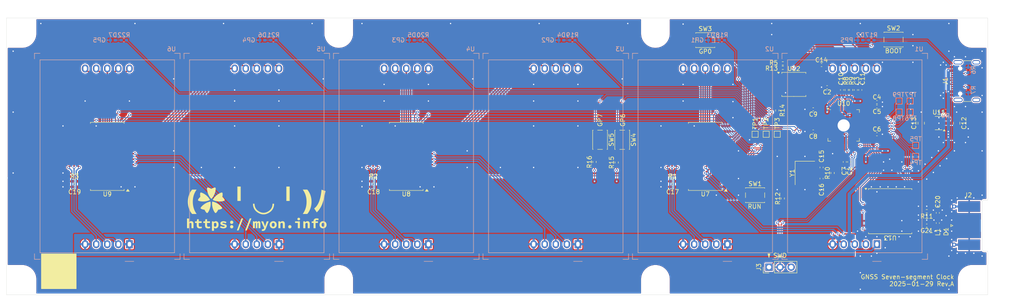
<source format=kicad_pcb>
(kicad_pcb (version 20241229) (generator "pcbnew") (generator_version "9.0")
  (title_block (title "GNSS Seven-segment Clock") (date "2025-01-29") (rev "A"))
  (layers (0 "F.Cu" signal) (2 "B.Cu" signal) (13 "F.Paste" user) (15 "B.Paste" user) (5 "F.SilkS" user "F.Silkscreen") (7 "B.SilkS" user "B.Silkscreen") (1 "F.Mask" user) (3 "B.Mask" user) (25 "Edge.Cuts" user))
  (net 0 "")
  (net 1 "VBUS")
  (net 2 "Net-(U1-D)")
  (net 3 "Net-(U1-A)")
  (net 4 "Net-(U1-DP)")
  (net 5 "Net-(U1-B)")
  (net 6 "Net-(U1-C)")
  (net 7 "Net-(U1-E)")
  (net 8 "Net-(U1-F)")
  (net 9 "Net-(U1-G)")
  (net 10 "Net-(U2-D)")
  (net 11 "Net-(U2-E)")
  (net 12 "Net-(U2-F)")
  (net 13 "Net-(U2-G)")
  (net 14 "Net-(U2-C)")
  (net 15 "Net-(U2-B)")
  (net 16 "Net-(U2-A)")
  (net 17 "Net-(U2-DP)")
  (net 18 "Net-(U3-G)")
  (net 19 "Net-(U3-DP)")
  (net 20 "Net-(U3-F)")
  (net 21 "Net-(U3-E)")
  (net 22 "Net-(U3-C)")
  (net 23 "Net-(U3-B)")
  (net 24 "Net-(U3-A)")
  (net 25 "Net-(U3-D)")
  (net 26 "Net-(U4-D)")
  (net 27 "Net-(U4-E)")
  (net 28 "Net-(U4-C)")
  (net 29 "Net-(U4-G)")
  (net 30 "Net-(U4-B)")
  (net 31 "Net-(U4-F)")
  (net 32 "Net-(U4-DP)")
  (net 33 "Net-(U4-A)")
  (net 34 "Net-(U5-E)")
  (net 35 "Net-(U5-A)")
  (net 36 "+3.3V")
  (net 37 "Net-(U8-SDO)")
  (net 38 "Net-(U5-B)")
  (net 39 "Net-(U5-DP)")
  (net 40 "Net-(U5-C)")
  (net 41 "Net-(U5-F)")
  (net 42 "Net-(U5-D)")
  (net 43 "Net-(U5-G)")
  (net 44 "Net-(U6-D)")
  (net 45 "Net-(U6-G)")
  (net 46 "/QSPI_SS")
  (net 47 "Net-(D1-A1)")
  (net 50 "/QSPI_SD3")
  (net 51 "/QSPI_SD0")
  (net 52 "/QSPI_SD2")
  (net 53 "/QSPI_SD1")
  (net 54 "/QSPI_SCLK")
  (net 55 "GND")
  (net 56 "Net-(U6-E)")
  (net 57 "Net-(U6-DP)")
  (net 58 "Net-(U6-A)")
  (net 59 "Net-(U6-C)")
  (net 60 "Net-(U6-F)")
  (net 61 "Net-(U6-B)")
  (net 62 "Net-(U7-SDO)")
  (net 63 "Net-(C16-Pad2)")
  (net 64 "/XOUT")
  (net 65 "/GPIO25")
  (net 66 "+1V1")
  (net 67 "/RUN")
  (net 68 "/SWCLK")
  (net 69 "/XIN")
  (net 70 "Net-(D3-A)")
  (net 71 "/GNSS_SCL")
  (net 72 "/SWD")
  (net 73 "/~{GNSS_SAFEBOOT}")
  (net 74 "/GPIO29")
  (net 75 "Net-(C20-Pad1)")
  (net 76 "/GNSS_TXD")
  (net 77 "/GPIO26")
  (net 78 "Net-(D5-A)")
  (net 79 "/~{GNSS_RESET}")
  (net 80 "/GPIO27")
  (net 81 "/GNSS_SDA")
  (net 82 "/GPIO28")
  (net 83 "/GPIO24")
  (net 84 "/GNSS_RXD")
  (net 85 "Net-(J1-CC2)")
  (net 90 "Net-(J1-CC1)")
  (net 91 "Net-(D2-A)")
  (net 92 "Net-(U13-VCC_RF)")
  (net 93 "/~{LED_OE}")
  (net 94 "/LED_LE")
  (net 95 "/LED_SCLK")
  (net 96 "Net-(U7-R-EXT)")
  (net 97 "/LED_SDI")
  (net 98 "Net-(U8-R-EXT)")
  (net 99 "Net-(U9-R-EXT)")
  (net 100 "/LED_SDO")
  (net 101 "Net-(U11-EN)")
  (net 102 "/GNSS_EXTINT")
  (net 107 "/GPIO8")
  (net 108 "/GPIO5")
  (net 109 "/GPIO9")
  (net 110 "/GPIO3")
  (net 111 "Net-(D6-A)")
  (net 112 "/GPIO10")
  (net 113 "Net-(D7-A)")
  (net 114 "/GPIO1")
  (net 115 "/GPIO2")
  (net 116 "Net-(D4-A)")
  (net 117 "/GNSS_PPS")
  (net 118 "/USB_D-")
  (net 119 "/USB_D+")
  (net 120 "/GPIO0")
  (net 121 "Net-(R13-Pad2)")
  (net 122 "/GPIO4")
  (net 123 "/GPIO7")
  (net 124 "/GPIO6")
  (net 125 "/USB_R_D+")
  (net 126 "/USB_R_D-")
  (net 127 "Net-(U13-RF_IN)")
  (footprint "Capacitor_SMD:C_0402_1005Metric_Pad0.74x0.62mm_HandSolder" (layer "F.Cu") (at 227.584 54.61 90)
    (property "Reference" "C3")
    (property "Value" "1u")
  )
  (footprint "Resistor_SMD:R_0402_1005Metric_Pad0.72x0.64mm_HandSolder" (layer "F.Cu") (at 243.84 82.423 180)
    (property "Reference" "R11")
    (property "Value" "10")
  )
  (footprint "gnss-7-seg-clock:SW_SPST_PTS810_HandSolder" (layer "F.Cu") (at 193.04 43.18)
    (property "Reference" "SW3")
    (property "Value" "SW_Push")
  )
  (footprint "Connector_PinHeader_2.54mm:PinHeader_1x03_P2.54mm_Vertical" (layer "F.Cu") (at 207.66 95.25 90)
    (property "Reference" "J3")
    (property "Value" "Conn_01x03")
  )
  (footprint "Resistor_SMD:R_0402_1005Metric_Pad0.72x0.64mm_HandSolder" (layer "F.Cu") (at 210.82 49.53)
    (property "Reference" "R13")
    (property "Value" "1k")
  )
  (footprint "Capacitor_SMD:C_0402_1005Metric_Pad0.74x0.62mm_HandSolder" (layer "F.Cu") (at 225.044 71.12 -90)
    (property "Reference" "C7")
    (property "Value" "0.1u")
  )
  (footprint "Package_SO:SOIC-24W_7.5x15.4mm_P1.27mm" (layer "F.Cu") (at 193.04 69.85 180)
    (property "Reference" "U7")
    (property "Value" "TLC5925IDWR")
  )
  (footprint "Package_SO:SOIC-24W_7.5x15.4mm_P1.27mm" (layer "F.Cu") (at 55.88 69.85 180)
    (property "Reference" "U9")
    (property "Value" "TLC5925IDWR")
  )
  (footprint "TestPoint:TestPoint_Pad_1.0x1.0mm" (layer "F.Cu") (at 204.47 64.77)
    (property "Reference" "TP1")
    (property "Value" "TestPoint")
  )
  (footprint "gnss-7-seg-clock:SW_SPST_PTS810_HandSolder" (layer "F.Cu") (at 236.22 43.053)
    (property "Reference" "SW2")
    (property "Value" "SW_Push")
  )
  (footprint "gnss-7-seg-clock:USB_C_Receptacle_GCT_USB4105-xx-A_16P_TopMnt_Horizontal_HandSolder" (layer "F.Cu") (at 254.127 52.578 90)
    (property "Reference" "J1")
    (property "Value" "USB4105-GF-A")
  )
  (footprint "gnss-7-seg-clock:SW_SPST_PTS810_HandSolder" (layer "F.Cu") (at 204.47 78.74)
    (property "Reference" "SW1")
    (property "Value" "SW_Push")
  )
  (footprint "Resistor_SMD:R_0402_1005Metric_Pad0.72x0.64mm_HandSolder" (layer "F.Cu") (at 185.547 75.565 180)
    (property "Reference" "R1")
    (property "Value" "2.2k")
  )
  (footprint "Capacitor_SMD:C_0402_1005Metric_Pad0.74x0.62mm_HandSolder" (layer "F.Cu") (at 243.84 85.725 180)
    (property "Reference" "C21")
    (property "Value" "47p")
  )
  (footprint "gnss-7-seg-clock:QFN-56-1EP_7x7mm_P0.4mm_EP3.2x3.2mm_HandSolder" (layer "F.Cu") (at 224.79 62.738)
    (property "Reference" "U10")
    (property "Value" "RP2040")
  )
  (footprint "Package_TO_SOT_SMD:TSOT-23-5_HandSoldering" (layer "F.Cu") (at 246.634 62.23 180)
    (property "Reference" "U11")
    (property "Value" "TLV75533PDBVR")
  )
  (footprint "Capacitor_SMD:C_0402_1005Metric_Pad0.74x0.62mm_HandSolder" (layer "F.Cu") (at 48.387 76.835 180)
    (property "Reference" "C19")
    (property "Value" "0.1u")
  )
  (footprint "MountingHole:MountingHole_3.2mm_M3" (layer "F.Cu") (at 254.254 98.044 -90)
    (property "Reference" "H8" (hide yes))
    (property "Value" "MountingHole")
  )
  (footprint "Resistor_SMD:R_0402_1005Metric_Pad0.72x0.64mm_HandSolder" (layer "F.Cu") (at 210.82 79.502 90)
    (property "Reference" "R12")
    (property "Value" "10k")
  )
  (footprint "MountingHole:MountingHole_3.2mm_M3" (layer "F.Cu") (at 36.322 98.044 -90)
    (property "Reference" "H5" (hide yes))
    (property "Value" "MountingHole")
  )
  (footprint "Package_SO:SOIC-24W_7.5x15.4mm_P1.27mm" (layer "F.Cu") (at 124.46 69.85 180)
    (property "Reference" "U8")
    (property "Value" "TLC5925IDWR")
  )
  (footprint "MountingHole:MountingHole_3.2mm_M3" (layer "F.Cu") (at 254.254 41.656 -90)
    (property "Reference" "H4" (hide yes))
    (property "Value" "MountingHole")
  )
  (footprint "Capacitor_SMD:C_0402_1005Metric_Pad0.74x0.62mm_HandSolder" (layer "F.Cu") (at 224.409 54.61 90)
    (property "Reference" "C10")
    (property "Value" "0.1u")
  )
  (footprint "Connector_Coaxial:SMA_Molex_73251-1153_EdgeMount_Horizontal" (layer "F.Cu") (at 251.841 85.725 180)
    (property "Reference" "J2")
    (property "Value" "Conn_Coaxial")
  )
  (footprint "Resistor_SMD:R_0402_1005Metric_Pad0.72x0.64mm_HandSolder" (layer "F.Cu") (at 116.967 75.565 180)
    (property "Reference" "R2")
    (property "Value" "2.2k")
  )
  (footprint "Capacitor_SMD:C_0402_1005Metric_Pad0.74x0.62mm_HandSolder" (layer "F.Cu") (at 228.6 54.61 90)
    (property "Reference" "C11")
    (property "Value" "1u")
  )
  (footprint "MountingHole:MountingHole_3.2mm_M3" (layer "F.Cu") (at 181.61 97.9932 -90)
    (property "Reference" "H7" (hide yes))
    (property "Value" "MountingHole")
  )
  (footprint "Capacitor_SMD:C_0402_1005Metric_Pad0.74x0.62mm_HandSolder" (layer "F.Cu") (at 232.41 64.77)
    (property "Reference" "C6")
    (property "Value" "0.1u")
  )
  (footprint "Capacitor_SMD:C_0402_1005Metric_Pad0.74x0.62mm_HandSolder" (layer "F.Cu") (at 217.805 64.135 180)
    (property "Reference" "C8")
    (property "Value" "0.1u")
  )
  (footprint "Resistor_SMD:R_0402_1005Metric_Pad0.72x0.64mm_HandSolder" (layer "F.Cu") (at 210.82 48.514 180)
    (property "Reference" "R5")
    (property "Value" "10k")
  )
  (footprint "Capacitor_SMD:C_0805_2012Metric_Pad1.18x1.45mm_HandSolder" (layer "F.Cu") (at 242.57 62.23 90)
    (property "Reference" "C13")
    (property "Value" "10u")
  )
  (footprint "Capacitor_SMD:C_0402_1005Metric_Pad0.74x0.62mm_HandSolder" (layer "F.Cu") (at 116.967 76.835 180)
    (property "Reference" "C18")
    (property "Value" "0.1u")
  )
  (footprint "Crystal:Crystal_SMD_3225-4Pin_3.2x2.5mm_HandSoldering" (layer "F.Cu") (at 215.9 73.66 -90)
    (property "Reference" "Y1")
    (property "Value" "ABM8-272-T3")
  )
  (footprint "Capacitor_SMD:C_0402_1005Metric_Pad0.74x0.62mm_HandSolder" (layer "F.Cu") (at 226.06 71.12 -90)
    (property "Reference" "C1")
    (property "Value" "0.1u")
  )
  (footprint "Capacitor_SMD:C_0402_1005Metric_Pad0.74x0.62mm_HandSolder" (layer "F.Cu") (at 185.547 76.835 180)
    (property "Reference" "C17")
    (property "Value" "0.1u")
  )
  (footprint "TestPoint:TestPoint_Pad_1.0x1.0mm" (layer "F.Cu") (at 207.01 64.77)
    (property "Reference" "TP2")
    (property "Value" "TestPoint")
  )
  (footprint "Resistor_SMD:R_0402_1005Metric_Pad0.72x0.64mm_HandSolder" (layer "F.Cu") (at 172.72 71.247 90)
    (property "Reference" "R15")
    (property "Value" "10k")
  )
  (footprint "Capacitor_SMD:C_0402_1005Metric_Pad0.74x0.62mm_HandSolder" (layer "F.Cu") (at 217.805 59.055 180)
    (property "Reference" "C9")
    (property "Value" "0.1u")
  )
  (footprint "Resistor_SMD:R_0402_1005Metric_Pad0.72x0.64mm_HandSolder" (layer "F.Cu") (at 222.25 73.66 90)
    (property "Reference" "R10")
    (property "Value" "1k")
  )
  (footprint "Capacitor_SMD:C_0402_1005Metric_Pad0.74x0.62mm_HandSolder" (layer "F.Cu") (at 220.98 53.975 180)
    (property "Reference" "C2")
    (property "Value" "0.1u")
  )
  (footprint "Resistor_SMD:R_0402_1005Metric_Pad0.72x0.64mm_HandSolder" (layer "F.Cu") (at 226.498 54.61 -90)
    (property "Reference" "R9")
    (property "Value" "27")
  )
  (footprint "Resistor_SMD:R_0402_1005Metric_Pad0.72x0.64mm_HandSolder" (layer "F.Cu") (at 167.64 71.12 90)
    (property "Reference" "R16")
    (property "Value" "10k")
  )
  (footprint "Resistor_SMD:R_0402_1005Metric_Pad0.72x0.64mm_HandSolder" (layer "F.Cu") (at 209.55 59.309 -90)
    (property "Reference" "R14")
    (property "Value" "10k")
  )
  (footprint "Capacitor_SMD:C_0402_1005Metric_Pad0.74x0.62mm_HandSolder" (layer "F.Cu") (at 219.71 48.895)
    (property "Reference" "C14")
    (property "Value" "0.1u")
  )
  (footprint "MountingHole:MountingHole_3.2mm_M3" (layer "F.Cu") (at 181.61 41.656 -90)
    (property "Reference" "H3" (hide yes))
    (property "Value" "MountingHole")
  )
  (footprint "gnss-7-seg-clock:MAX-M10S" (layer "F.Cu") (at 235.458 82.425 180)
    (property "Reference" "U13")
    (property "Value" "MAX-M10S")
  )
  (footprint "Capacitor_SMD:C_0402_1005Metric_Pad0.74x0.62mm_HandSolder" (layer "F.Cu") (at 219.71 72.39 -90)
    (property "Reference" "C15")
    (property "Value" "15p")
  )
  (footprint "TestPoint:TestPoint_Pad_1.0x1.0mm" (layer "F.Cu") (at 209.55 64.77)
    (property "Reference" "TP3")
    (property "Value" "TestPoint")
  )
  (footprint "Capacitor_SMD:C_0805_2012Metric_Pad1.18x1.45mm_HandSolder" (layer "F.Cu") (at 250.698 62.23 90)
    (property "Reference" "C12")
    (property "Value" "10u")
  )
  (footprint "MountingHole:MountingHole_3.2mm_M3" (layer "F.Cu") (at 108.966 41.656 -90)
    (property "Reference" "H2" (hide yes))
    (property "Value" "MountingHole")
  )
  (footprint "MountingHole:MountingHole_3.2mm_M3" (layer "F.Cu") (at 108.966 98.044 -90)
    (property "Reference" "H6" (hide yes))
    (property "Value" "MountingHole")
  )
  (footprint "Resistor_SMD:R_0402_1005Metric_Pad0.72x0.64mm_HandSolder" (layer "F.Cu") (at 225.482 54.61 -90)
    (property "Reference" "R8")
    (property "Value" "27")
  )
  (footprint "gnss-7-seg-clock:SW_SPST_PTS810_HandSolder" (layer "F.Cu") (at 173.99 66.04 -90)
    (property "Reference" "SW4")
    (property "Value" "SW_Push")
  )
  (footprint "Capacitor_SMD:C_0402_1005Metric_Pad0.74x0.62mm_HandSolder" (layer "F.Cu") (at 232.41 58.42)
    (property "Reference" "C5")
    (property "Value" "0.1u")
  )
  (footprint "Inductor_SMD:L_0402_1005Metric_Pad0.77x0.64mm_HandSolder" (layer "F.Cu") (at 246.38 85.1408 90)
    (property "Reference" "L1")
    (property "Value" "LQG15HS27NJ02D")
  )
  (footprint "Capacitor_SMD:C_0402_1005Metric_Pad0.74x0.62mm_HandSolder" (layer "F.Cu") (at 232.41 57.404)
    (property "Reference" "C4")
    (property "Value" "0.1u")
  )
  (footprint "Capacitor_SMD:C_0402_1005Metric_Pad0.74x0.62mm_HandSolder" (layer "F.Cu") (at 246.38 82.804 90)
    (property "Reference" "C20")
    (property "Value" "10n")
  )
  (footprint "Capacitor_SMD:C_0402_1005Metric_Pad0.74x0.62mm_HandSolder" (layer "F.Cu") (at 219.71 74.93 90)
    (property "Reference" "C16")
    (property "Value" "15p")
  )
  (footprint "MountingHole:MountingHole_3.2mm_M3" (layer "F.Cu") (at 36.322 41.656 -90)
    (property "Reference" "H1" (hide yes))
    (property "Value" "MountingHole")
  )
  (footprint "gnss-7-seg-clock:SW_SPST_PTS810_HandSolder" (layer "F.Cu") (at 168.91 66.04 -90)
    (property "Reference" "SW5")
    (property "Value" "SW_Push")
  )
  (footprint "Diode_SMD:D_0402_1005Metric_Pad0.77x0.64mm_HandSolder" (layer "F.Cu") (at 248.285 85.1408 90)
    (property "Reference" "D1")
    (property "Value" "PESD0402-140")
  )
  (footprint "Resistor_SMD:R_0402_1005Metric_Pad0.72x0.64mm_HandSolder" (layer "F.Cu") (at 48.387 75.565 180)
    (property "Reference" "R3")
    (property "Value" "2.2k")
  )
  (footprint "Package_SO:SOIC-8_5.3x5.3mm_P1.27mm" (layer "F.Cu") (at 213.36 53.34)
    (property "Reference" "U12")
    (property "Value" "W25Q32JVSS")
  )
  (footprint "TestPoint:TestPoint_Pad_1.0x1.0mm" (layer "B.Cu") (at 237.49 59.69)
    (property "Reference" "TP8")
    (property "Value" "TestPoint")
  )
  (footprint "gnss-7-seg-clock:Display_7Segment_1.5inch_P2.45mm" (layer "B.Cu") (at 163.83 90.15 90)
    (property "Reference" "U3")
    (property "Value" "SA15-11GWA")
  )
  (footprint "LED_SMD:LED_0402_1005Metric_Pad0.77x0.64mm_HandSolder" (layer "B.Cu") (at 228.6 43.18)
    (property "Reference" "D2")
    (property "Value" "LED")
  )
  (footprint "Resistor_SMD:R_0402_1005Metric_Pad0.72x0.64mm_HandSolder" (layer "B.Cu") (at 196.85 43.18 180)
    (property "Reference" "R18")
    (property "Value" "470")
  )
  (footprint "LED_SMD:LED_0402_1005Metric_Pad0.77x0.64mm_HandSolder" (layer "B.Cu") (at 194.31 43.18)
    (property "Reference" "D3")
    (property "Value" "LED")
  )
  (footprint "TestPoint:TestPoint_Pad_1.0x1.0mm" (layer "B.Cu") (at 240.03 57.15 180)
    (property "Reference" "TP7")
    (property "Value" "TestPoint")
  )
  (footprint "LED_SMD:LED_0402_1005Metric_Pad0.77x0.64mm_HandSolder" (layer "B.Cu") (at 125.73 43.18)
    (property "Reference" "D5")
    (property "Value" "LED")
  )
  (footprint "Resistor_SMD:R_0402_1005Metric_Pad0.72x0.64mm_HandSolder" (layer "B.Cu") (at 253.365 50.038 90)
    (property "Reference" "R6")
    (property "Value" "5.1k")
  )
  (footprint "Resistor_SMD:R_0402_1005Metric_Pad0.72x0.64mm_HandSolder" (layer "B.Cu") (at 93.98 43.18 180)
    (property "Reference" "R21")
    (property "Value" "470")
  )
  (footprint "Resistor_SMD:R_0402_1005Metric_Pad0.72x0.64mm_HandSolder" (layer "B.Cu") (at 162.56 43.18 180)
    (property "Reference" "R19")
    (property "Value" "470")
  )
  (footprint "Resistor_SMD:R_0402_1005Metric_Pad0.72x0.64mm_HandSolder" (layer "B.Cu") (at 128.27 43.18 180)
    (property "Reference" "R20")
    (property "Value" "470")
  )
  (footprint "TestPoint:TestPoint_Pad_1.0x1.0mm" (layer "B.Cu") (at 241.3 69.85)
    (property "Reference" "TP4")
    (property "Value" "TestPoint")
  )
  (footprint "gnss-7-seg-clock:Display_7Segment_1.5inch_P2.45mm" (layer "B.Cu") (at 232.41 90.15 90)
    (property "Reference" "U1")
    (property "Value" "SA15-11GWA")
  )
  (footprint "Resistor_SMD:R_0402_1005Metric_Pad0.72x0.64mm_HandSolder" (layer "B.Cu") (at 253.365 54.61 -90)
    (property "Reference" "R7")
    (property "Value" "5.1k")
  )
  (footprint "LED_SMD:LED_0402_1005Metric_Pad0.77x0.64mm_HandSolder" (layer "B.Cu") (at 91.44 43.18)
    (property "Reference" "D6")
    (property "Value" "LED")
  )
  (footprint "TestPoint:TestPoint_Pad_1.0x1.0mm" (layer "B.Cu") (at 241.3 67.31 180)
    (property "Reference" "TP5")
    (property "Value" "TestPoint")
  )
  (footprint "gnss-7-seg-clock:Display_7Segment_1.5inch_P2.45mm" (layer "B.Cu") (at 60.96 90.15 90)
    (property "Reference" "U6")
    (property "Value" "SA15-11GWA")
  )
  (footprint "gnss-7-seg-clock:Display_7Segment_1.5inch_P2.45mm" (layer "B.Cu") (at 129.54 90.15 90)
    (property "Reference" "U4")
    (property "Value" "SA15-11GWA")
  )
  (footprint "LED_SMD:LED_0402_1005Metric_Pad0.77x0.64mm_HandSolder" (layer "B.Cu") (at 160.02 43.18)
    (property "Reference" "D4")
    (property "Value" "LED")
  )
  (footprint "gnss-7-seg-clock:Display_7Segment_1.5inch_P2.45mm" (layer "B.Cu") (at 198.12 90.15 90)
    (property "Reference" "U2")
    (property "Value" "SA15-11GWA")
  )
  (footprint "Resistor_SMD:R_0402_1005Metric_Pad0.72x0.64mm_HandSolder" (layer "B.Cu") (at 231.14 43.18 180)
    (property "Reference" "R17")
    (property "Value" "470")
  )
  (footprint "gnss-7-seg-clock:Display_7Segment_1.5inch_P2.45mm" (layer "B.Cu") (at 95.25 90.15 90)
    (property "Reference" "U5")
    (property "Value" "SA15-11GWA")
  )
  (footprint "TestPoint:TestPoint_Pad_1.0x1.0mm" (layer "B.Cu") (at 240.03 59.69)
    (property "Reference" "TP6")
    (property "Value" "TestPoint")
  )
  (footprint "Resistor_SMD:R_0402_1005Metric_Pad0.72x0.64mm_HandSolder" (layer "B.Cu") (at 59.69 43.18 180)
    (property "Reference" "R22")
    (property "Value" "470")
  )
  (footprint "TestPoint:TestPoint_Pad_1.0x1.0mm" (layer "B.Cu") (at 237.49 57.15 180)
    (property "Reference" "TP9")
    (property "Value" "TestPoint")
  )
  (footprint "Resistor_SMD:R_0402_1005Metric_Pad0.72x0.64mm_HandSolder" (layer "B.Cu") (at 248.158 59.436 180)
    (property "Reference" "R4")
    (property "Value" "10k")
  )
  (footprint "LED_SMD:LED_0402_1005Metric_Pad0.77x0.64mm_HandSolder" (layer "B.Cu") (at 57.15 43.18)
    (property "Reference" "D7")
    (property "Value" "LED")
  )
  (gr_poly (pts (xy 84.437236 85.614355) (xy 84.457144 85.615781) (xy 84.476613 85.618129) (xy 84.495629 85.621379) (xy 84.514177 85.625507) (xy 84.532244 85.630493) (xy 84.549815 85.636313) (xy 84.566874 85.642946) (xy 84.583408 85.65037) (xy 84.599401 85.658563) (xy 84.61484 85.667501) (xy 84.62971 85.677164) (xy 84.643996 85.68753) (xy 84.657684 85.698576) (xy 84.67076 85.710279) (xy 84.683208 85.722619) (xy 84.695014 85.735573) (xy 84.706164 85.749118) (xy 84.716643 85.763233) (xy 84.726436 85.777896) (xy 84.73553 85.793084) (xy 84.743909 85.808776) (xy 84.751559 85.82495) (xy 84.758465 85.841582) (xy 84.764614 85.858652) (xy 84.769989 85.876136) (xy 84.774578 85.894014) (xy 84.778365 85.912263) (xy 84.781335 85.93086) (xy 84.783475 85.949784) (xy 84.78477 85.969013) (xy 84.785205 85.988524) (xy 84.78477 86.008027) (xy 84.783475 86.027229) (xy 84.781335 86.04611) (xy 84.778365 86.06465) (xy 84.774578 86.082826) (xy 84.769989 86.100619) (xy 84.764614 86.118008) (xy 84.758465 86.134971) (xy 84.751559 86.151487) (xy 84.743909 86.167536) (xy 84.73553 86.183097) (xy 84.726436 86.198148) (xy 84.716643 86.21267) (xy 84.706164 86.22664) (xy 84.695014 86.240038) (xy 84.683208 86.252843) (xy 84.67076 86.265034) (xy 84.657684 86.27659) (xy 84.643996 86.287491) (xy 84.62971 86.297715) (xy 84.61484 86.307241) (xy 84.599401 86.316049) (xy 84.583408 86.324117) (xy 84.566874 86.331424) (xy 84.549815 86.337951) (xy 84.532244 86.343675) (xy 84.514177 86.348576) (xy 84.495629 86.352633) (xy 84.476613 86.355824) (xy 84.457144 86.35813) (xy 84.437236 86.359529) (xy 84.416905 86.36) (xy 84.396574 86.359529) (xy 84.376667 86.35813) (xy 84.357198 86.355824) (xy 84.338181 86.352633) (xy 84.319633 86.348576) (xy 84.301566 86.343675) (xy 84.283996 86.337951) (xy 84.266936 86.331424) (xy 84.250403 86.324117) (xy 84.234409 86.316049) (xy 84.21897 86.307241) (xy 84.2041 86.297715) (xy 84.189814 86.287491) (xy 84.176126 86.27659) (xy 84.163051 86.265034) (xy 84.150603 86.252843) (xy 84.138796 86.240038) (xy 84.127647 86.22664) (xy 84.117168 86.21267) (xy 84.107374 86.198148) (xy 84.098281 86.183097) (xy 84.089902 86.167536) (xy 84.082252 86.151487) (xy 84.075345 86.134971) (xy 84.069197 86.118008) (xy 84.063821 86.100619) (xy 84.059232 86.082826) (xy 84.055446 86.06465) (xy 84.052475 86.04611) (xy 84.050335 86.027229) (xy 84.04904 86.008027) (xy 84.048606 85.988524) (xy 84.04904 85.969013) (xy 84.050335 85.949784) (xy 84.052475 85.93086) (xy 84.055446 85.912263) (xy 84.059232 85.894014) (xy 84.063821 85.876136) (xy 84.069197 85.858652) (xy 84.075345 85.841582) (xy 84.082252 85.82495) (xy 84.089902 85.808776) (xy 84.098281 85.793084) (xy 84.107374 85.777896) (xy 84.117168 85.763233) (xy 84.127647 85.749118) (xy 84.138796 85.735573) (xy 84.150603 85.722619) (xy 84.163051 85.710279) (xy 84.176126 85.698576) (xy 84.189814 85.68753) (xy 84.2041 85.677164) (xy 84.21897 85.667501) (xy 84.234409 85.658563) (xy 84.250403 85.65037) (xy 84.266936 85.642946) (xy 84.283996 85.636313) (xy 84.301566 85.630493) (xy 84.319633 85.625507) (xy 84.338181 85.621379) (xy 84.357198 85.618129) (xy 84.376667 85.615781) (xy 84.396574 85.614355) (xy 84.416905 85.613875)) (stroke (width -0.000001)) (fill yes) (layer "F.SilkS"))
  (gr_poly (pts (xy 99.816612 83.925129) (xy 99.833115 83.926174) (xy 99.849291 83.927901) (xy 99.865126 83.930296) (xy 99.880605 83.933347) (xy 99.895713 83.937042) (xy 99.910437 83.941366) (xy 99.924762 83.946308) (xy 99.938673 83.951854) (xy 99.952155 83.957992) (xy 99.965194 83.964709) (xy 99.977776 83.971992) (xy 99.989885 83.979829) (xy 100.001508 83.988207) (xy 100.01263 83.997112) (xy 100.023236 84.006533) (xy 100.033313 84.016455) (xy 100.042844 84.026868) (xy 100.051816 84.037757) (xy 100.060214 84.04911) (xy 100.068024 84.060914) (xy 100.075231 84.073156) (xy 100.081821 84.085824) (xy 100.087779 84.098905) (xy 100.09309 84.112386) (xy 100.09774 84.126254) (xy 100.101715 84.140496) (xy 100.104999 84.1551) (xy 100.107579 84.170053) (xy 100.10944 84.185342) (xy 100.110567 84.200954) (xy 100.110946 84.216876) (xy 100.110567 84.232771) (xy 100.10944 84.248304) (xy 100.107579 84.263464) (xy 100.105 84.278243) (xy 100.101715 84.292631) (xy 100.09774 84.306619) (xy 100.09309 84.320198) (xy 100.087779 84.333358) (xy 100.081822 84.346091) (xy 100.075232 84.358386) (xy 100.068025 84.370235) (xy 100.060215 84.381628) (xy 100.051817 84.392556) (xy 100.042845 84.403009) (xy 100.033314 84.412979) (xy 100.023238 84.422456) (xy 100.012632 84.431431) (xy 100.00151 84.439894) (xy 99.989887 84.447836) (xy 99.977777 84.455248) (xy 99.965196 84.46212) (xy 99.952156 84.468444) (xy 99.938674 84.47421) (xy 99.924764 84.479408) (xy 99.910439 84.484029) (xy 99.895715 84.488065) (xy 99.880606 84.491505) (xy 99.865127 84.49434) (xy 99.849292 84.496562) (xy 99.833115 84.49816) (xy 99.816612 84.499126) (xy 99.799797 84.49945) (xy 99.782982 84.499126) (xy 99.766479 84.49816) (xy 99.750303 84.496562) (xy 99.734468 84.49434) (xy 99.718989 84.491505) (xy 99.70388 84.488065) (xy 99.689156 84.48403) (xy 99.674832 84.479408) (xy 99.660921 84.47421) (xy 99.647439 84.468445) (xy 99.6344 84.462121) (xy 99.621818 84.455249) (xy 99.609708 84.447837) (xy 99.598085 84.439895) (xy 99.586963 84.431432) (xy 99.576357 84.422458) (xy 99.566281 84.412981) (xy 99.55675 84.403011) (xy 99.547778 84.392557) (xy 99.539379 84.381629) (xy 99.531569 84.370236) (xy 99.524362 84.358388) (xy 99.517773 84.346092) (xy 99.511815 84.33336) (xy 99.506504 84.320199) (xy 99.501853 84.30662) (xy 99.497879 84.292632) (xy 99.494594 84.278244) (xy 99.492014 84.263465) (xy 99.490153 84.248304) (xy 99.489026 84.232772) (xy 99.488647 84.216876) (xy 99.489026 84.200954) (xy 99.490153 84.185342) (xy 99.492014 84.170054) (xy 99.494594 84.155101) (xy 99.497879 84.140497) (xy 99.501853 84.126255) (xy 99.506503 84.112387) (xy 99.511814 84.098906) (xy 99.517772 84.085826) (xy 99.524362 84.073158) (xy 99.531569 84.060915) (xy 99.539378 84.049111) (xy 99.547777 84.037758) (xy 99.556748 84.026869) (xy 99.56628 84.016457) (xy 99.576356 84.006534) (xy 99.586962 83.997113) (xy 99.598084 83.988208) (xy 99.609707 83.97983) (xy 99.621816 83.971993) (xy 99.634398 83.96471) (xy 99.647437 83.957993) (xy 99.660919 83.951854) (xy 99.67483 83.946308) (xy 99.689155 83.941366) (xy 99.703879 83.937042) (xy 99.718988 83.933348) (xy 99.734467 83.930297) (xy 99.750302 83.927901) (xy 99.766478 83.926174) (xy 99.782981 83.925129) (xy 99.799797 83.924777)) (stroke (width -0.000001)) (fill yes) (layer "F.SilkS"))
  (gr_poly (pts (xy 82.602425 84.710273) (xy 82.653696 84.713979) (xy 82.703785 84.719945) (xy 82.75266 84.728) (xy 82.800289 84.73797) (xy 82.846639 84.749685) (xy 82.891677 84.762972) (xy 82.935371 84.777659) (xy 82.977689 84.793573) (xy 83.018597 84.810543) (xy 83.058064 84.828397) (xy 83.096056 84.846963) (xy 83.132541 84.866068) (xy 83.167487 84.88554) (xy 83.200861 84.905208) (xy 83.23263 84.924899) (xy 83.02308 85.204299) (xy 82.99306 85.186926) (xy 82.962562 85.170539) (xy 82.931627 85.155157) (xy 82.900296 85.140798) (xy 82.868612 85.127481) (xy 82.836616 85.115224) (xy 82.804351 85.104047) (xy 82.771857 85.093967) (xy 82.739178 85.085004) (xy 82.706354 85.077175) (xy 82.673428 85.0705) (xy 82.640442 85.064997) (xy 82.607437 85.060684) (xy 82.574455 85.057581) (xy 82.541538 85.055705) (xy 82.508729 85.055076) (xy 82.49525 85.055224) (xy 82.4822 85.055664) (xy 82.469577 85.056391) (xy 82.457382 85.057401) (xy 82.445615 85.058687) (xy 82.434276 85.060245) (xy 82.423365 85.062069) (xy 82.412882 85.064154) (xy 82.402827 85.066494) (xy 82.3932 85.069086) (xy 82.384 85.071922) (xy 82.375229 85.074999) (xy 82.366885 85.078311) (xy 82.358969 85.081852) (xy 82.351481 85.085618) (xy 82.344422 85.089602) (xy 82.33779 85.093801) (xy 82.331585 85.098209) (xy 82.325809 85.10282) (xy 82.320461 85.107629) (xy 82.31554 85.112631) (xy 82.311048 85.117821) (xy 82.306983 85.123194) (xy 82.303346 85.128744) (xy 82.300137 85.134466) (xy 82.297356 85.140355) (xy 82.295003 85.146406) (xy 82.293077 85.152613) (xy 82.29158 85.158971) (xy 82.29051 85.165475) (xy 82.289868 85.17212) (xy 82.289654 85.178901) (xy 82.290825 85.194779) (xy 82.294405 85.209183) (xy 82.300496 85.222275) (xy 82.309201 85.234218) (xy 82.320622 85.245175) (xy 82.334861 85.255308) (xy 82.352021 85.264781) (xy 82.372204 85.273756) (xy 82.395513 85.282397) (xy 82.42205 85.290865) (xy 82.451916 85.299324) (xy 82.485215 85.307936) (xy 82.562519 85.326272) (xy 82.65478 85.347175) (xy 82.741786 85.368332) (xy 82.820854 85.390223) (xy 82.85751 85.401488) (xy 82.892303 85.41299) (xy 82.925271 85.424744) (xy 82.956455 85.43677) (xy 82.985895 85.449083) (xy 83.01363 85.461703) (xy 83.039702 85.474646) (xy 83.064151 85.487929) (xy 83.087015 85.501571) (xy 83.108336 85.515588) (xy 83.128154 85.529998) (xy 83.146508 85.544819) (xy 83.16344 85.560067) (xy 83.178988 85.575761) (xy 83.193193 85.591918) (xy 83.206096 85.608554) (xy 83.217735 85.625689) (xy 83.228152 85.643338) (xy 83.237387 85.66152) (xy 83.245479 85.680252) (xy 83.252469 85.699552) (xy 83.258397 85.719436) (xy 83.263303 85.739923) (xy 83.267227 85.761029) (xy 83.270209 85.782772) (xy 83.272289 85.80517) (xy 83.273508 85.828241) (xy 83.273905 85.852) (xy 83.273116 85.878598) (xy 83.270751 85.904795) (xy 83.266818 85.930562) (xy 83.261323 85.955869) (xy 83.254273 85.980688) (xy 83.245672 86.00499) (xy 83.235529 86.028745) (xy 83.22385 86.051925) (xy 83.21064 86.0745) (xy 83.195906 86.096441) (xy 83.179656 86.11772) (xy 83.161894 86.138307) (xy 83.142627 86.158173) (xy 83.121863 86.177289) (xy 83.099607 86.195626) (xy 83.075865 86.213155) (xy 83.023951 86.245673) (xy 82.966172 86.274609) (xy 82.90258 86.299732) (xy 82.833226 86.320808) (xy 82.75816 86.337605) (xy 82.677433 86.349892) (xy 82.591098 86.357434) (xy 82.499205 86.36) (xy 82.499203 86.36) (xy 82.44617 86.358755) (xy 82.393127 86.355101) (xy 82.340214 86.349159) (xy 82.287571 86.341049) (xy 82.235337 86.330893) (xy 82.183652 86.318812) (xy 82.132655 86.304926) (xy 82.082486 86.289357) (xy 82.033284 86.272224) (xy 81.98519 86.253651) (xy 81.938341 86.233756) (xy 81.892879 86.212661) (xy 81.848942 86.190487) (xy 81.80667 86.167355) (xy 81.766203 86.143386) (xy 81.727679 86.118701) (xy 81.927705 85.826602) (xy 81.964277 85.848587) (xy 82.00135 85.869289) (xy 82.038908 85.888689) (xy 82.07693 85.906768) (xy 82.115399 85.923508) (xy 82.154296 85.93889) (xy 82.193602 85.952895) (xy 82.233299 85.965506) (xy 82.273368 85.976702) (xy 82.31379 85.986466) (xy 82.354547 85.994779) (xy 82.39562 86.001622) (xy 82.436991 86.006978) (xy 82.478642 86.010826) (xy 82.520552 86.013148) (xy 82.562705 86.013926) (xy 82.578508 86.01376) (xy 82.593775 86.013266) (xy 82.608507 86.012451) (xy 82.622706 86.011322) (xy 82.636375 86.009886) (xy 82.649517 86.00815) (xy 82.662132 86.006121) (xy 82.674225 86.003806) (xy 82.685797 86.001212) (xy 82.69685 85.998346) (xy 82.707387 85.995214) (xy 82.71741 85.991825) (xy 82.726922 85.988184) (xy 82.735924 85.9843) (xy 82.744419 85.980178) (xy 82.75241 85.975826) (xy 82.759898 85.97125) (xy 82.766887 85.966459) (xy 82.773378 85.961458) (xy 82.779373 85.956255) (xy 82.784876 85.950856) (xy 82.789888 85.945269) (xy 82.794411 85.939501) (xy 82.798449 85.933558) (xy 82.802002 85.927448) (xy 82.805075 85.921178) (xy 82.807668 85.914754) (xy 82.809785 85.908183) (xy 82.811427 85.901473) (xy 82.812597 85.894631) (xy 82.813298 85.887663) (xy 82.813531 85.880576) (xy 82.812564 85.864554) (xy 82.809519 85.849736) (xy 82.804175 85.835989) (xy 82.796316 85.823177) (xy 82.785722 85.811165) (xy 82.772175 85.799818) (xy 82.755456 85.789001) (xy 82.735347 85.77858) (xy 82.711628 85.768419) (xy 82.684081 85.758383) (xy 82.652489 85.748339) (xy 82.616631 85.73815) (xy 82.531247 85.716799) (xy 82.426181 85.693252) (xy 82.348806 85.675237) (xy 82.277334 85.655697) (xy 82.243772 85.645343) (xy 82.211638 85.634594) (xy 82.180917 85.623446) (xy 82.151593 85.611892) (xy 82.12365 85.599929) (xy 82.097073 85.587552) (xy 82.071846 85.574757) (xy 82.047953 85.561538) (xy 82.025378 85.547892) (xy 82.004107 85.533813) (xy 81.984122 85.519297) (xy 81.965409 85.504339) (xy 81.947952 85.488934) (xy 81.931735 85.473078) (xy 81.916742 85.456767) (xy 81.902957 85.439995) (xy 81.890366 85.422758) (xy 81.878952 85.405051) (xy 81.868699 85.38687) (xy 81.859593 85.36821) (xy 81.851616 85.349066) (xy 81.844754 85.329434) (xy 81.838991 85.309309) (xy 81.83431 85.288686) (xy 81.830698 85.267561) (xy 81.828136 85.245929) (xy 81.826611 85.223785) (xy 81.826106 85.201125) (xy 81.826912 85.174013) (xy 81.829318 85.147461) (xy 81.833303 85.121488) (xy 81.83885 85.096114) (xy 81.845938 85.071358) (xy 81.854549 85.04724) (xy 81.864663 85.023781) (xy 81.876261 85.001) (xy 81.889325 84.978916) (xy 81.903834 84.957549) (xy 81.91977 84.93692) (xy 81.937113 84.917048) (xy 81.955845 84.897952) (xy 81.975946 84.879653) (xy 81.997396 84.86217) (xy 82.020178 84.845524) (xy 82.069656 84.814817) (xy 82.124227 84.787692) (xy 82.183737 84.764305) (xy 82.248033 84.744817) (xy 82.316962 84.729384) (xy 82.390369 84.718164) (xy 82.468101 84.711317) (xy 82.550006 84.708999)) (stroke (width -0.000001)) (fill yes) (layer "F.SilkS"))
  (gr_poly (pts (xy 86.483695 80.06715) (xy 85.721696 80.06715) (xy 85.721696 76.76515) (xy 86.483695 76.76515)) (stroke (width -0.000001)) (fill yes) (layer "F.SilkS"))
  (gr_poly (pts (xy 76.863576 84.7471) (xy 77.530326 84.7471) (xy 77.530326 85.112231) (xy 76.863576 85.112231) (xy 76.863576 85.664679) (xy 76.864774 85.707629) (xy 76.866279 85.727845) (xy 76.868395 85.747235) (xy 76.871127 85.765808) (xy 76.87448 85.783575) (xy 76.878461 85.800546) (xy 76.883073 85.816731) (xy 76.888322 85.832138) (xy 76.894214 85.846779) (xy 76.900754 85.860663) (xy 76.907946 85.8738) (xy 76.915796 85.8862) (xy 76.92431 85.897872) (xy 76.933492 85.908827) (xy 76.943349 85.919075) (xy 76.953884 85.928625) (xy 76.965103 85.937487) (xy 76.977012 85.945672) (xy 76.989616 85.953188) (xy 77.002919 85.960046) (xy 77.016928 85.966257) (xy 77.031647 85.971828) (xy 77.047082 85.976772) (xy 77.063238 85.981096) (xy 77.08012 85.984812) (xy 77.097733 85.98793) (xy 77.116083 85.990458) (xy 77.155013 85.993787) (xy 77.196952 85.99488) (xy 77.21876 85.994587) (xy 77.240144 85.993726) (xy 77.261128 85.992326) (xy 77.281735 85.990415) (xy 77.301989 85.988019) (xy 77.321912 85.985168) (xy 77.341529 85.981889) (xy 77.360862 85.97821) (xy 77.379934 85.974159) (xy 77.39877 85.969764) (xy 77.435822 85.960052) (xy 77.472204 85.949299) (xy 77.508102 85.937728) (xy 77.590652 86.27428) (xy 77.537037 86.289812) (xy 77.480817 86.305085) (xy 77.421769 86.319539) (xy 77.359671 86.332616) (xy 77.294298 86.343759) (xy 77.260314 86.348431) (xy 77.225427 86.35241) (xy 77.189611 86.355626) (xy 77.152836 86.358009) (xy 77.115076 86.35949) (xy 77.076304 86.36) (xy 77.030221 86.359185) (xy 76.986007 86.356761) (xy 76.943636 86.352753) (xy 76.903083 86.347188) (xy 76.864321 86.340093) (xy 76.827322 86.331494) (xy 76.792061 86.321419) (xy 76.758509 86.309894) (xy 76.726642 86.296946) (xy 76.696431 86.282601) (xy 76.66785 86.266887) (xy 76.640873 86.24983) (xy 76.615473 86.231456) (xy 76.591622 86.211793) (xy 76.569295 86.190868) (xy 76.548464 86.168706) (xy 76.529102 86.145335) (xy 76.511184 86.120782) (xy 76.494681 86.095073) (xy 76.479569 86.068234) (xy 76.465819 86.040294) (xy 76.453404 86.011278) (xy 76.4423 85.981214) (xy 76.432477 85.950127) (xy 76.42391 85.918045) (xy 76.416573 85.884994) (xy 76.405477 85.816095) (xy 76.398977 85.743642) (xy 76.396858 85.667849) (xy 76.396858 85.112224) (xy 75.999982 85.112224) (xy 75.999982 84.76615) (xy 76.419082 84.7471) (xy 76.479402 84.264499) (xy 76.863576 84.264499)) (stroke (width -0.000001)) (fill yes) (layer "F.SilkS"))
  (gr_poly (pts (xy 77.076307 86.36) (xy 77.076301 86.36) (xy 77.076304 86.36)) (stroke (width -0.000001)) (fill yes) (layer "F.SilkS"))
  (gr_poly (pts (xy 77.376281 78.134697) (xy 77.391692 78.136074) (xy 77.408038 78.138239) (xy 77.425349 78.141228) (xy 77.443655 78.145078) (xy 77.462987 78.149825) (xy 77.483375 78.155504) (xy 77.504848 78.162151) (xy 77.633054 78.207694) (xy 77.764627 78.263069) (xy 77.898619 78.327839) (xy 78.03408 78.401566) (xy 78.170063 78.483814) (xy 78.305617 78.574145) (xy 78.439795 78.672122) (xy 78.571647 78.777307) (xy 78.700226 78.889265) (xy 78.824581 79.007557) (xy 78.943764 79.131746) (xy 79.056827 79.261395) (xy 79.16282 79.396068) (xy 79.260796 79.535326) (xy 79.349804 79.678733) (xy 79.428897 79.825851) (xy 79.422498 79.83855) (xy 79.271679 79.911437) (xy 79.115168 79.97546) (xy 78.953969 80.030832) (xy 78.789086 80.077767) (xy 78.621524 80.11648) (xy 78.452288 80.147183) (xy 78.282382 80.170092) (xy 78.112811 80.18542) (xy 77.944579 80.193381) (xy 77.778692 80.194189) (xy 77.616153 80.188058) (xy 77.457967 80.175201) (xy 77.305139 80.155834) (xy 77.158674 80.130169) (xy 77.019576 80.09842) (xy 76.888849 80.060802) (xy 76.867559 80.053603) (xy 76.847713 80.046293) (xy 76.829267 80.038874) (xy 76.812177 80.031347) (xy 76.796399 80.023713) (xy 76.781887 80.015973) (xy 76.768599 80.008128) (xy 76.75649 80.00018) (xy 76.745516 79.992129) (xy 76.735633 79.983978) (xy 76.726796 79.975726) (xy 76.718961 79.967376) (xy 76.712084 79.958927) (xy 76.706121 79.950383) (xy 76.701028 79.941743) (xy 76.696761 79.933008) (xy 76.693274 79.924181) (xy 76.690525 79.915262) (xy 76.688469 79.906252) (xy 76.687062 79.897153) (xy 76.686259 79.887965) (xy 76.686017 79.87869) (xy 76.686291 79.86933) (xy 76.687037 79.859884) (xy 76.689769 79.840742) (xy 76.693858 79.821275) (xy 76.698953 79.801492) (xy 76.704698 79.781402) (xy 76.716828 79.750475) (xy 76.733868 79.71526) (xy 76.755374 79.67638) (xy 76.780898 79.634459) (xy 76.809994 79.590119) (xy 76.842215 79.543984) (xy 76.877116 79.496676) (xy 76.914248 79.44882) (xy 76.953167 79.401039) (xy 76.993425 79.353955) (xy 77.034576 79.308192) (xy 77.076173 79.264373) (xy 77.11777 79.223121) (xy 77.158921 79.18506) (xy 77.199179 79.150812) (xy 77.238098 79.121002) (xy 77.238147 79.121002) (xy 77.223629 79.074257) (xy 77.210998 79.022676) (xy 77.20021 78.967076) (xy 77.191217 78.908276) (xy 77.183972 78.847096) (xy 77.17843 78.784352) (xy 77.174543 78.720864) (xy 77.172266 78.657451) (xy 77.171551 78.594931) (xy 77.172353 78.534122) (xy 77.174624 78.475844) (xy 77.178318 78.420914) (xy 77.183389 78.370151) (xy 77.189791 78.324374) (xy 77.197475 78.284401) (xy 77.206398 78.251051) (xy 77.210307 78.237704) (xy 77.215055 78.224051) (xy 77.220881 78.210379) (xy 77.228028 78.196977) (xy 77.236737 78.184133) (xy 77.247251 78.172135) (xy 77.253261 78.166544) (xy 77.259812 78.161272) (xy 77.266935 78.156356) (xy 77.274661 78.151832) (xy 77.283019 78.147736) (xy 77.29204 78.144104) (xy 77.301753 78.140972) (xy 77.31219 78.138376) (xy 77.323381 78.136352) (xy 77.335355 78.134936) (xy 77.348143 78.134164) (xy 77.361775 78.134072)) (stroke (width -0.000001)) (fill yes) (layer "F.SilkS"))
  (gr_poly (pts (xy 101.842332 84.709713) (xy 101.873948 84.711842) (xy 101.904424 84.715369) (xy 101.933768 84.720279) (xy 101.961986 84.726554) (xy 101.989086 84.734177) (xy 102.015074 84.743131) (xy 102.039957 84.7534) (xy 102.063743 84.764966) (xy 102.086438 84.777813) (xy 102.10805 84.791924) (xy 102.128584 84.807282) (xy 102.14805 84.82387) (xy 102.166452 84.841671) (xy 102.183798 84.860669) (xy 102.200096 84.880846) (xy 102.215352 84.902186) (xy 102.229574 84.924672) (xy 102.242767 84.948287) (xy 102.254939 84.973014) (xy 102.266098 84.998837) (xy 102.27625 85.025737) (xy 102.29356 85.082707) (xy 102.306927 85.143787) (xy 102.316405 85.208844) (xy 102.322051 85.277743) (xy 102.323921 85.350348) (xy 102.323921 86.321898) (xy 101.857197 86.321898) (xy 101.857197 85.41067) (xy 101.856477 85.372715) (xy 101.85427 85.33741) (xy 101.852585 85.320743) (xy 101.8505 85.304728) (xy 101.848005 85.289363) (xy 101.845092 85.274642) (xy 101.841752 85.260563) (xy 101.837974 85.247123) (xy 101.833749 85.234317) (xy 101.829069 85.222143) (xy 101.823924 85.210597) (xy 101.818304 85.199675) (xy 101.812201 85.189374) (xy 101.805604 85.17969) (xy 101.798506 85.170621) (xy 101.790895 85.162161) (xy 101.782764 85.154309) (xy 101.774103 85.14706) (xy 101.764902 85.140411) (xy 101.755152 85.134358) (xy 101.744844 85.128899) (xy 101.733969 85.124029) (xy 101.722517 85.119745) (xy 101.710479 85.116043) (xy 101.697845 85.112921) (xy 101.684608 85.110374) (xy 101.670756 85.108399) (xy 101.65628 85.106993) (xy 101.641173 85.106152) (xy 101.625423 85.105872) (xy 101.602114 85.10654) (xy 101.579739 85.108539) (xy 101.558193 85.111858) (xy 101.537367 85.116489) (xy 101.517155 85.122422) (xy 101.49745 85.129648) (xy 101.478145 85.138158) (xy 101.459133 85.147942) (xy 101.440307 85.158991) (xy 101.42156 85.171295) (xy 101.402786 85.184846) (xy 101.383876 85.199635) (xy 101.364724 85.215651) (xy 101.345224 85.232885) (xy 101.325267 85.251329) (xy 101.304748 85.270972) (xy 101.304748 86.321898) (xy 100.838024 86.321898) (xy 100.838012 84.7471) (xy 101.219013 84.7471) (xy 101.253944 84.956649) (xy 101.266643 84.956649) (xy 101.292658 84.931892) (xy 101.319534 84.907721) (xy 101.347312 84.884276) (xy 101.376033 84.861696) (xy 101.405741 84.840121) (xy 101.436476 84.81969) (xy 101.468281 84.800542) (xy 101.501198 84.782818) (xy 101.535268 84.766656) (xy 101.570533 84.752196) (xy 101.607036 84.739578) (xy 101.644817 84.728942) (xy 101.683919 84.720426) (xy 101.724384 84.714171) (xy 101.766254 84.710315) (xy 101.80957 84.708999)) (stroke (width -0.000001)) (fill yes) (layer "F.SilkS"))
  (gr_poly (pts (xy 97.717117 80.06715) (xy 96.955116 80.06715) (xy 96.955116 76.76515) (xy 97.717117 76.76515)) (stroke (width -0.000001)) (fill yes) (layer "F.SilkS"))
  (gr_poly (pts (xy 105.410824 84.70988) (xy 105.449489 84.712514) (xy 105.487856 84.716887) (xy 105.525857 84.722983) (xy 105.563429 84.730788) (xy 105.600505 84.740288) (xy 105.637019 84.751468) (xy 105.672906 84.764313) (xy 105.7081 84.77881) (xy 105.742535 84.794943) (xy 105.776146 84.812698) (xy 105.808866 84.832061) (xy 105.840631 84.853017) (xy 105.871375 84.875551) (xy 105.901031 84.899648) (xy 105.929534 84.925296) (xy 105.956819 84.952477) (xy 105.98282 84.98118) (xy 106.00747 85.011388) (xy 106.030705 85.043087) (xy 106.052459 85.076262) (xy 106.072666 85.1109) (xy 106.09126 85.146986) (xy 106.108176 85.184504) (xy 106.123348 85.223442) (xy 106.136709 85.263783) (xy 106.148196 85.305513) (xy 106.157741 85.348619) (xy 106.16528 85.393085) (xy 106.170746 85.438896) (xy 106.174073 85.486039) (xy 106.175197 85.534499) (xy 106.174073 85.582959) (xy 106.170746 85.630102) (xy 106.16528 85.675914) (xy 106.157741 85.72038) (xy 106.148196 85.763485) (xy 106.136709 85.805216) (xy 106.123347 85.845557) (xy 106.108175 85.884494) (xy 106.09126 85.922012) (xy 106.072665 85.958098) (xy 106.052458 85.992736) (xy 106.030704 86.025912) (xy 106.007469 86.057611) (xy 105.982818 86.087819) (xy 105.956818 86.116521) (xy 105.929533 86.143703) (xy 105.901029 86.16935) (xy 105.871373 86.193448) (xy 105.840629 86.215982) (xy 105.808865 86.236937) (xy 105.776144 86.2563) (xy 105.742533 86.274055) (xy 105.708098 86.290189) (xy 105.672904 86.304685) (xy 105.637018 86.317531) (xy 105.600504 86.328711) (xy 105.563428 86.338211) (xy 105.525856 86.346016) (xy 105.487855 86.352112) (xy 105.449488 86.356484) (xy 105.410823 86.359118) (xy 105.371925 86.36) (xy 105.333027 86.359118) (xy 105.294361 86.356484) (xy 105.255995 86.352112) (xy 105.217993 86.346016) (xy 105.180421 86.338211) (xy 105.143345 86.328711) (xy 105.106831 86.317531) (xy 105.070944 86.304685) (xy 105.03575 86.290189) (xy 105.001314 86.274055) (xy 104.967703 86.2563) (xy 104.934983 86.236937) (xy 104.903218 86.215982) (xy 104.872474 86.193448) (xy 104.842818 86.16935) (xy 104.814314 86.143703) (xy 104.787029 86.116521) (xy 104.761028 86.087819) (xy 104.736377 86.057611) (xy 104.713142 86.025912) (xy 104.691388 85.992736) (xy 104.671181 85.958098) (xy 104.652587 85.922012) (xy 104.635671 85.884494) (xy 104.620499 85.845557) (xy 104.607137 85.805216) (xy 104.595651 85.763485) (xy 104.586105 85.72038) (xy 104.578567 85.675914) (xy 104.573101 85.630102) (xy 104.569773 85.582959) (xy 104.568649 85.534499) (xy 105.048076 85.534499) (xy 105.049341 85.584524) (xy 105.050923 85.608636) (xy 105.053136 85.63213) (xy 105.055983 85.654991) (xy 105.059462 85.677206) (xy 105.063573 85.69876) (xy 105.068317 85.71964) (xy 105.073693 85.739832) (xy 105.079702 85.759322) (xy 105.086343 85.778095) (xy 105.093617 85.796138) (xy 105.101524 85.813437) (xy 105.110063 85.829978) (xy 105.119234 85.845746) (xy 105.129038 85.860729) (xy 105.139475 85.874912) (xy 105.150544 85.888281) (xy 105.162245 85.900822) (xy 105.174579 85.912521) (xy 105.187546 85.923365) (xy 105.201145 85.933339) (xy 105.215377 85.942429) (xy 105.230241 85.950621) (xy 105.245737 85.957902) (xy 105.261867 85.964258) (xy 105.278628 85.969674) (xy 105.296023 85.974136) (xy 105.314049 85.977631) (xy 105.332709 85.980145) (xy 105.352001 85.981664) (xy 105.371925 85.982173) (xy 105.391849 85.981664) (xy 105.411141 85.980145) (xy 105.429801 85.977631) (xy 105.447827 85.974136) (xy 105.465222 85.969674) (xy 105.481984 85.964258) (xy 105.498113 85.957902) (xy 105.513609 85.950621) (xy 105.528474 85.942429) (xy 105.542705 85.933339) (xy 105.556304 85.923365) (xy 105.569271 85.912521) (xy 105.581605 85.900822) (xy 105.593307 85.888281) (xy 105.604376 85.874912) (xy 105.614812 85.860729) (xy 105.624616 85.845746) (xy 105.633788 85.829978) (xy 105.642326 85.813437) (xy 105.650233 85.796138) (xy 105.664148 85.759322) (xy 105.675533 85.71964) (xy 105.684389 85.677206) (xy 105.690714 85.63213) (xy 105.694509 85.584524) (xy 105.695774 85.534499) (xy 105.694509 85.484475) (xy 105.692928 85.460362) (xy 105.690714 85.436868) (xy 105.687867 85.414007) (xy 105.684389 85.391792) (xy 105.680277 85.370238) (xy 105.675533 85.349358) (xy 105.670157 85.329166) (xy 105.664148 85.309677) (xy 105.657507 85.290903) (xy 105.650233 85.27286) (xy 105.642326 85.255561) (xy 105.633788 85.239021) (xy 105.624616 85.223252) (xy 105.614812 85.208269) (xy 105.604376 85.194086) (xy 105.593307 85.180717) (xy 105.581605 85.168176) (xy 105.569271 85.156477) (xy 105.556304 85.145633) (xy 105.542705 85.13566) (xy 105.528474 85.126569) (xy 105.513609 85.118377) (xy 105.498113 85.111096) (xy 105.481984 85.10474) (xy 105.465222 85.099325) (xy 105.447827 85.094862) (xy 105.429801 85.091367) (xy 105.411141 85.088853) (xy 105.391849 85.087335) (xy 105.371925 85.086825) (xy 105.352001 85.087335) (xy 105.332709 85.088853) (xy 105.314049 85.091367) (xy 105.296023 85.094862) (xy 105.278628 85.099325) (xy 105.261867 85.10474) (xy 105.245737 85.111096) (xy 105.230241 85.118377) (xy 105.215377 85.126569) (xy 105.201145 85.13566) (xy 105.187546 85.145633) (xy 105.174579 85.156477) (xy 105.162245 85.168176) (xy 105.150544 85.180717) (xy 105.139475 85.194086) (xy 105.129038 85.208269) (xy 105.119234 85.223252) (xy 105.110063 85.239021) (xy 105.101524 85.255561) (xy 105.093617 85.27286) (xy 105.079702 85.309677) (xy 105.068317 85.349358) (xy 105.059462 85.391792) (xy 105.053136 85.436868) (xy 105.049341 85.484475) (xy 105.048076 85.534499) (xy 104.568649 85.534499) (xy 104.569773 85.486039) (xy 104.573101 85.438896) (xy 104.578567 85.393085) (xy 104.586105 85.348619) (xy 104.595651 85.305513) (xy 104.607138 85.263783) (xy 104.6205 85.223442) (xy 104.635672 85.184504) (xy 104.652588 85.146986) (xy 104.671182 85.1109) (xy 104.691389 85.076262) (xy 104.713143 85.043087) (xy 104.736378 85.011388) (xy 104.761029 84.98118) (xy 104.78703 84.952477) (xy 104.814316 84.925296) (xy 104.842819 84.899648) (xy 104.872476 84.875551) (xy 104.903219 84.853017) (xy 104.934984 84.832061) (xy 104.967705 84.812698) (xy 105.001316 84.794943) (xy 105.035751 84.77881) (xy 105.070945 84.764313) (xy 105.106832 84.751468) (xy 105.143346 84.740288) (xy 105.180422 84.730788) (xy 105.217994 84.722983) (xy 105.255995 84.716887) (xy 105.294362 84.712514) (xy 105.333027 84.70988) (xy 105.371925 84.708999)) (stroke (width -0.000001)) (fill yes) (layer "F.SilkS"))
  (gr_poly (pts (xy 79.555846 80.219547) (xy 79.578029 80.38556) (xy 79.590139 80.554373) (xy 79.592667 80.725065) (xy 79.586108 80.896715) (xy 79.570954 81.068402) (xy 79.547698 81.239206) (xy 79.516833 81.408205) (xy 79.478852 81.574479) (xy 79.434249 81.737106) (xy 79.383515 81.895166) (xy 79.327145 82.047738) (xy 79.265631 82.193901) (xy 79.199466 82.332735) (xy 79.129143 82.463318) (xy 79.055156 82.584729) (xy 78.977996 82.696048) (xy 78.964488 82.71438) (xy 78.951339 82.731301) (xy 78.938536 82.746852) (xy 78.926068 82.761074) (xy 78.91392 82.774008) (xy 78.90208 82.785695) (xy 78.890536 82.796174) (xy 78.879274 82.805487) (xy 78.868282 82.813675) (xy 78.857546 82.820778) (xy 78.847055 82.826837) (xy 78.836796 82.831892) (xy 78.826755 82.835985) (xy 78.81692 82.839156) (xy 78.807277 82.841445) (xy 78.797815 82.842894) (xy 78.788521 82.843542) (xy 78.779381 82.843432) (xy 78.770383 82.842602) (xy 78.761514 82.841095) (xy 78.752761 82.838951) (xy 78.744112 82.83621) (xy 78.735553 82.832914) (xy 78.727072 82.829102) (xy 78.718657 82.824816) (xy 78.710294 82.820097) (xy 78.693673 82.809519) (xy 78.677108 82.797695) (xy 78.660497 82.78495) (xy 78.634153 82.765035) (xy 78.605418 82.739037) (xy 78.57473 82.707569) (xy 78.542526 82.671246) (xy 78.509242 82.630681) (xy 78.475317 82.586488) (xy 78.441188 82.539282) (xy 78.40729 82.489675) (xy 78.374063 82.438283) (xy 78.341942 82.385719) (xy 78.311366 82.332596) (xy 78.282771 82.27953) (xy 78.256594 82.227133) (xy 78.233273 82.17602) (xy 78.213245 82.126804) (xy 78.196946 82.0801) (xy 78.196899 82.080146) (xy 78.147092 82.078554) (xy 78.093426 82.073957) (xy 78.036653 82.066626) (xy 77.977526 82.05683) (xy 77.9168 82.044838) (xy 77.855227 82.030921) (xy 77.793561 82.015348) (xy 77.732556 81.998389) (xy 77.672964 81.980314) (xy 77.61554 81.961393) (xy 77.561036 81.941895) (xy 77.510206 81.92209) (xy 77.463805 81.902247) (xy 77.422584 81.882638) (xy 77.387298 81.86353) (xy 77.358699 81.845195) (xy 77.33659 81.826864) (xy 77.325571 81.816256) (xy 77.315072 81.804514) (xy 77.305465 81.791507) (xy 77.297122 81.777105) (xy 77.293541 81.76934) (xy 77.290416 81.761177) (xy 77.287792 81.7526) (xy 77.285718 81.743594) (xy 77.284238 81.73414) (xy 77.2834 81.724224) (xy 77.283251 81.713829) (xy 77.283836 81.702939) (xy 77.285202 81.691537) (xy 77.287397 81.679607) (xy 77.290465 81.667133) (xy 77.294454 81.654099) (xy 77.299411 81.640487) (xy 77.305381 81.626283) (xy 77.312412 81.61147) (xy 77.320549 81.596031) (xy 77.32984 81.57995) (xy 77.340331 81.563211) (xy 77.352068 81.545798) (xy 77.365098 81.527694) (xy 77.448997 81.420217) (xy 77.543072 81.312601) (xy 77.646634 81.205598) (xy 77.758996 81.099963) (xy 77.87947 80.996448) (xy 78.007366 80.895808) (xy 78.141996 80.798795) (xy 78.282672 80.706164) (xy 78.428707 80.618667) (xy 78.579411 80.537058) (xy 78.734096 80.462091) (xy 78.892074 80.394518) (xy 79.052656 80.335094) (xy 79.215155 80.284571) (xy 79.378881 80.243704) (xy 79.543147 80.213245)) (stroke (width -0.000001)) (fill yes) (layer "F.SilkS"))
  (gr_poly (pts (xy 101.868202 77.599535) (xy 101.974579 77.742581) (xy 102.074686 77.892361) (xy 102.168366 78.048447) (xy 102.25546 78.210412) (xy 102.33581 78.377829) (xy 102.409258 78.550268) (xy 102.475647 78.727302) (xy 102.534817 78.908503) (xy 102.586611 79.093443) (xy 102.63087 79.281695) (xy 102.667437 79.472831) (xy 102.696153 79.666422) (xy 102.71686 79.862042) (xy 102.7294 80.059261) (xy 102.733616 80.257652) (xy 102.7294 80.456043) (xy 102.71686 80.653261) (xy 102.696153 80.84888) (xy 102.667437 81.042471) (xy 102.63087 81.233607) (xy 102.586611 81.421859) (xy 102.534817 81.606799) (xy 102.475647 81.788001) (xy 102.409258 81.965035) (xy 102.33581 82.137474) (xy 102.25546 82.30489) (xy 102.168366 82.466855) (xy 102.074686 82.622942) (xy 101.974579 82.772722) (xy 101.868202 82.915767) (xy 101.755714 83.05165) (xy 100.714313 83.05165) (xy 100.822521 82.893862) (xy 100.923343 82.734696) (xy 101.016835 82.573968) (xy 101.103053 82.411491) (xy 101.182053 82.24708) (xy 101.25389 82.080547) (xy 101.318621 81.911708) (xy 101.376301 81.740376) (xy 101.426987 81.566365) (xy 101.470733 81.389489) (xy 101.507596 81.209562) (xy 101.537631 81.026398) (xy 101.560895 80.839811) (xy 101.577443 80.649615) (xy 101.587331 80.455624) (xy 101.590614 80.257652) (xy 101.587331 80.05968) (xy 101.577443 79.865688) (xy 101.560895 79.675492) (xy 101.537631 79.488905) (xy 101.507596 79.305741) (xy 101.470733 79.125814) (xy 101.426987 78.948938) (xy 101.376301 78.774927) (xy 101.318621 78.603595) (xy 101.25389 78.434755) (xy 101.182053 78.268223) (xy 101.103053 78.103811) (xy 101.016835 77.941334) (xy 100.923343 77.780606) (xy 100.822521 77.62144) (xy 100.714313 77.463652) (xy 101.755714 77.463652)) (stroke (width -0.000001)) (fill yes) (layer "F.SilkS"))
  (gr_poly (pts (xy 78.768577 84.7471) (xy 79.435327 84.7471) (xy 79.435327 85.112231) (xy 78.768577 85.112231) (xy 78.768577 85.664679) (xy 78.769774 85.707629) (xy 78.771279 85.727845) (xy 78.773395 85.747235) (xy 78.776127 85.765808) (xy 78.779481 85.783575) (xy 78.783461 85.800546) (xy 78.788073 85.816731) (xy 78.793323 85.832138) (xy 78.799215 85.846779) (xy 78.805754 85.860663) (xy 78.812946 85.8738) (xy 78.820797 85.8862) (xy 78.829311 85.897872) (xy 78.838493 85.908827) (xy 78.848349 85.919075) (xy 78.858884 85.928625) (xy 78.870104 85.937487) (xy 78.882013 85.945672) (xy 78.894616 85.953188) (xy 78.90792 85.960046) (xy 78.921929 85.966257) (xy 78.936648 85.971828) (xy 78.952083 85.976772) (xy 78.968238 85.981096) (xy 78.98512 85.984812) (xy 79.002733 85.98793) (xy 79.021083 85.990458) (xy 79.060013 85.993787) (xy 79.101953 85.99488) (xy 79.12376 85.994587) (xy 79.145144 85.993726) (xy 79.166128 85.992326) (xy 79.186735 85.990415) (xy 79.206989 85.988019) (xy 79.226913 85.985168) (xy 79.24653 85.981889) (xy 79.265862 85.97821) (xy 79.284935 85.974159) (xy 79.30377 85.969764) (xy 79.340822 85.960052) (xy 79.377204 85.949299) (xy 79.413102 85.937728) (xy 79.495652 86.27428) (xy 79.442037 86.289812) (xy 79.385816 86.305085) (xy 79.326769 86.319539) (xy 79.26467 86.332616) (xy 79.199298 86.343759) (xy 79.165314 86.348431) (xy 79.130428 86.35241) (xy 79.094611 86.355626) (xy 79.057837 86.358009) (xy 79.020076 86.35949) (xy 78.981305 86.36) (xy 78.935222 86.359185) (xy 78.891007 86.356761) (xy 78.848637 86.352753) (xy 78.808084 86.347188) (xy 78.769321 86.340093) (xy 78.732323 86.331494) (xy 78.697061 86.321419) (xy 78.66351 86.309894) (xy 78.631642 86.296946) (xy 78.601431 86.282601) (xy 78.572851 86.266887) (xy 78.545874 86.24983) (xy 78.520473 86.231456) (xy 78.496623 86.211793) (xy 78.474295 86.190868) (xy 78.453464 86.168706) (xy 78.434103 86.145335) (xy 78.416184 86.120782) (xy 78.399682 86.095073) (xy 78.384569 86.068234) (xy 78.370819 86.040294) (xy 78.358405 86.011278) (xy 78.3473 85.981214) (xy 78.337478 85.950127) (xy 78.328911 85.918045) (xy 78.321573 85.884994) (xy 78.310478 85.816095) (xy 78.303977 85.743642) (xy 78.301858 85.667849) (xy 78.301858 85.112224) (xy 77.904983 85.112224) (xy 77.904983 84.76615) (xy 78.324083 84.7471) (xy 78.384402 84.264499) (xy 78.768577 84.264499)) (stroke (width -0.000001)) (fill yes) (layer "F.SilkS"))
  (gr_poly (pts (xy 87.899886 86.829898) (xy 87.50936 86.829898) (xy 88.553935 84.067649) (xy 88.944461 84.067649)) (stroke (width -0.000001)) (fill yes) (layer "F.SilkS"))
  (gr_poly (pts (xy 90.670285 84.709564) (xy 90.690547 84.711251) (xy 90.710223 84.714046) (xy 90.729306 84.717935) (xy 90.747791 84.722906) (xy 90.765673 84.728944) (xy 90.782947 84.736038) (xy 90.799608 84.744172) (xy 90.815651 84.753335) (xy 90.831069 84.763511) (xy 90.845859 84.774689) (xy 90.860014 84.786855) (xy 90.87353 84.799995) (xy 90.886401 84.814096) (xy 90.898622 84.829144) (xy 90.910187 84.845127) (xy 90.921093 84.862031) (xy 90.931333 84.879842) (xy 90.949794 84.918134) (xy 90.96553 84.959895) (xy 90.978499 85.005018) (xy 90.988659 85.053397) (xy 90.995968 85.104925) (xy 91.000384 85.159494) (xy 91.001865 85.216998) (xy 91.001865 86.321898) (xy 90.557365 86.321898) (xy 90.557365 85.248748) (xy 90.5571 85.231447) (xy 90.556286 85.215263) (xy 90.555664 85.207589) (xy 90.554895 85.200194) (xy 90.553975 85.193079) (xy 90.5529 85.186242) (xy 90.551667 85.179684) (xy 90.550272 85.173405) (xy 90.548712 85.167406) (xy 90.546983 85.161685) (xy 90.545083 85.156244) (xy 90.543007 85.151081) (xy 90.540751 85.146197) (xy 90.538314 85.141593) (xy 90.53569 85.137267) (xy 90.532876 85.133221) (xy 90.52987 85.129454) (xy 90.526667 85.125965) (xy 90.523264 85.122756) (xy 90.519658 85.119826) (xy 90.515845 85.117175) (xy 90.511821 85.114803) (xy 90.507584 85.112709) (xy 90.503129 85.110895) (xy 90.498453 85.109361) (xy 90.493552 85.108105) (xy 90.488424 85.107128) (xy 90.483065 85.10643) (xy 90.47747 85.106012) (xy 90.471637 85.105872) (xy 90.461104 85.106467) (xy 90.455967 85.107212) (xy 90.450914 85.108253) (xy 90.445939 85.109593) (xy 90.44104 85.11123) (xy 90.431454 85.115397) (xy 90.422129 85.120755) (xy 90.413037 85.127303) (xy 90.404149 85.135043) (xy 90.395437 85.143972) (xy 90.386875 85.154093) (xy 90.378433 85.165404) (xy 90.370085 85.177905) (xy 90.361802 85.191598) (xy 90.353555 85.206481) (xy 90.345319 85.222554) (xy 90.337063 85.239818) (xy 90.328762 85.258273) (xy 90.328762 86.321898) (xy 89.963635 86.321898) (xy 89.963635 85.248748) (xy 89.963299 85.231447) (xy 89.962879 85.223215) (xy 89.962289 85.215263) (xy 89.96153 85.207589) (xy 89.9606 85.200194) (xy 89.959499 85.193079) (xy 89.958227 85.186242) (xy 89.956783 85.179684) (xy 89.955166 85.173405) (xy 89.953376 85.167406) (xy 89.951411 85.161685) (xy 89.949273 85.156244) (xy 89.94696 85.151081) (xy 89.94447 85.146197) (xy 89.941805 85.141593) (xy 89.938963 85.137267) (xy 89.935944 85.133221) (xy 89.932747 85.129454) (xy 89.929372 85.125965) (xy 89.925817 85.122756) (xy 89.922083 85.119826) (xy 89.918169 85.117175) (xy 89.914074 85.114803) (xy 89.909797 85.112709) (xy 89.905339 85.110895) (xy 89.900698 85.109361) (xy 89.895874 85.108105) (xy 89.890866 85.107128) (xy 89.885674 85.10643) (xy 89.880298 85.106012) (xy 89.874736 85.105872) (xy 89.863678 85.106467) (xy 89.858333 85.107212) (xy 89.853104 85.108253) (xy 89.847987 85.109593) (xy 89.842977 85.11123) (xy 89.838069 85.113165) (xy 89.833259 85.115397) (xy 89.823914 85.120755) (xy 89.814903 85.127303) (xy 89.80619 85.135043) (xy 89.797738 85.143972) (xy 89.789509 85.154093) (xy 89.781466 85.165404) (xy 89.773572 85.177905) (xy 89.76579 85.191598) (xy 89.758083 85.206481) (xy 89.750413 85.222554) (xy 89.742743 85.239818) (xy 89.735036 85.258273) (xy 89.735036 86.321898) (xy 89.290536 86.321898) (xy 89.290534 84.7471) (xy 89.642958 84.7471) (xy 89.674716 84.940772) (xy 89.687415 84.940772) (xy 89.69866 84.91724) (xy 89.710998 84.89435) (xy 89.72448 84.872223) (xy 89.739157 84.85098) (xy 89.755081 84.830741) (xy 89.772303 84.811628) (xy 89.790873 84.793761) (xy 89.810843 84.777261) (xy 89.832264 84.76225) (xy 89.855188 84.748847) (xy 89.867229 84.742788) (xy 89.879665 84.737175) (xy 89.892502 84.732026) (xy 89.905746 84.727354) (xy 89.919405 84.723176) (xy 89.933483 84.719505) (xy 89.947989 84.716358) (xy 89.962927 84.713749) (xy 89.978305 84.711694) (xy 89.994129 84.710207) (xy 90.010405 84.709304) (xy 90.02714 84.708999) (xy 90.039827 84.709259) (xy 90.052287 84.710039) (xy 90.064515 84.711335) (xy 90.076508 84.713148) (xy 90.088262 84.715474) (xy 90.099771 84.718313) (xy 90.111033 84.721662) (xy 90.122044 84.725519) (xy 90.132798 84.729884) (xy 90.143293 84.734754) (xy 90.153524 84.740127) (xy 90.163486 84.746002) (xy 90.173177 84.752377) (xy 90.182592 84.75925) (xy 90.191726 84.766619) (xy 90.200576 84.774484) (xy 90.209137 84.782841) (xy 90.217407 84.79169) (xy 90.225379 84.801028) (xy 90.233051 84.810854) (xy 90.240419 84.821166) (xy 90.247477 84.831962) (xy 90.260652 84.855) (xy 90.272544 84.879954) (xy 90.283119 84.906811) (xy 90.292345 84.935555) (xy 90.30019 84.966174) (xy 90.311542 84.939741) (xy 90.324183 84.914103) (xy 90.338135 84.889385) (xy 90.353422 84.865715) (xy 90.370067 84.843216) (xy 90.388093 84.822015) (xy 90.407524 84.802237) (xy 90.428382 84.784008) (xy 90.450692 84.767453) (xy 90.462398 84.759843) (xy 90.474476 84.752699) (xy 90.486928 84.746035) (xy 90.499757 84.739869) (xy 90.512966 84.734216) (xy 90.526559 84.729091) (xy 90.540538 84.72451) (xy 90.554905 84.720489) (xy 90.569665 84.717044) (xy 90.584819 84.714189) (xy 90.60037 84.711942) (xy 90.616323 84.710318) (xy 90.632678 84.709331) (xy 90.64944 84.708999)) (stroke (width -0.000001)) (fill yes) (layer "F.SilkS"))
  (gr_poly (pts (xy 105.946712 77.800201) (xy 105.946708 77.800201) (xy 105.894717 78.001914) (xy 105.845107 78.208983) (xy 105.80026 78.4101) (xy 105.762558 78.593952) (xy 105.706425 78.881959) (xy 105.643298 79.176366) (xy 105.573919 79.472856) (xy 105.499034 79.767114) (xy 105.419386 80.054823) (xy 105.33572 80.331669) (xy 105.248779 80.593334) (xy 105.159309 80.835502) (xy 105.108849 80.958527) (xy 105.052984 81.084194) (xy 104.992116 81.211722) (xy 104.926642 81.340328) (xy 104.856964 81.469232) (xy 104.783482 81.597652) (xy 104.706595 81.724807) (xy 104.626704 81.849916) (xy 104.544208 81.972197) (xy 104.459508 82.090869) (xy 104.373003 82.20515) (xy 104.285093 82.31426) (xy 104.19618 82.417416) (xy 104.106661 82.513838) (xy 104.016938 82.602744) (xy 103.92741 82.683353) (xy 103.33686 81.781654) (xy 103.430763 81.713025) (xy 103.52194 81.638332) (xy 103.610346 81.557909) (xy 103.695933 81.472091) (xy 103.778655 81.381213) (xy 103.858465 81.285609) (xy 103.935318 81.185615) (xy 104.009166 81.081566) (xy 104.079963 80.973796) (xy 104.147663 80.86264) (xy 104.212219 80.748432) (xy 104.273584 80.631509) (xy 104.331712 80.512205) (xy 104.386557 80.390854) (xy 104.438071 80.267791) (xy 104.48621 80.143352) (xy 104.537476 80.000108) (xy 104.586483 79.851673) (xy 104.677603 79.541094) (xy 104.759347 79.215333) (xy 104.831491 78.878114) (xy 104.893813 78.533155) (xy 104.946089 78.184178) (xy 104.988096 77.834903) (xy 105.019611 77.489052)) (stroke (width -0.000001)) (fill yes) (layer "F.SilkS"))
  (gr_poly (pts (xy 93.980812 84.70988) (xy 94.019477 84.712514) (xy 94.057844 84.716887) (xy 94.095846 84.722983) (xy 94.133418 84.730788) (xy 94.170494 84.740288) (xy 94.207008 84.751468) (xy 94.242895 84.764313) (xy 94.278089 84.77881) (xy 94.312524 84.794943) (xy 94.346135 84.812698) (xy 94.378856 84.832061) (xy 94.410621 84.853017) (xy 94.441364 84.875551) (xy 94.471021 84.899648) (xy 94.499524 84.925296) (xy 94.526809 84.952477) (xy 94.55281 84.98118) (xy 94.577461 85.011388) (xy 94.600696 85.043087) (xy 94.62245 85.076262) (xy 94.642657 85.1109) (xy 94.661251 85.146986) (xy 94.678167 85.184504) (xy 94.693339 85.223442) (xy 94.706701 85.263783) (xy 94.718188 85.305513) (xy 94.727733 85.348619) (xy 94.735272 85.393085) (xy 94.740738 85.438896) (xy 94.744066 85.486039) (xy 94.745189 85.534499) (xy 94.744066 85.582959) (xy 94.740738 85.630102) (xy 94.735272 85.675914) (xy 94.727733 85.72038) (xy 94.718188 85.763485) (xy 94.706701 85.805216) (xy 94.693339 85.845557) (xy 94.678167 85.884494) (xy 94.661251 85.922012) (xy 94.642656 85.958098) (xy 94.622449 85.992736) (xy 94.600695 86.025912) (xy 94.57746 86.057611) (xy 94.552809 86.087819) (xy 94.526808 86.116521) (xy 94.499523 86.143703) (xy 94.471019 86.16935) (xy 94.441363 86.193448) (xy 94.410619 86.215982) (xy 94.378854 86.236937) (xy 94.346133 86.2563) (xy 94.312522 86.274055) (xy 94.278087 86.290189) (xy 94.242893 86.304685) (xy 94.207006 86.317531) (xy 94.170492 86.328711) (xy 94.133416 86.338211) (xy 94.095845 86.346016) (xy 94.057843 86.352112) (xy 94.019477 86.356484) (xy 93.980812 86.359118) (xy 93.941913 86.36) (xy 93.903015 86.359118) (xy 93.864349 86.356484) (xy 93.825983 86.352112) (xy 93.787981 86.346016) (xy 93.750409 86.338211) (xy 93.713333 86.328711) (xy 93.676819 86.317531) (xy 93.640932 86.304685) (xy 93.605738 86.290189) (xy 93.571303 86.274055) (xy 93.537692 86.2563) (xy 93.504971 86.236937) (xy 93.473206 86.215982) (xy 93.442462 86.193448) (xy 93.412806 86.16935) (xy 93.384302 86.143703) (xy 93.357017 86.116521) (xy 93.331016 86.087819) (xy 93.306366 86.057611) (xy 93.28313 86.025912) (xy 93.261376 85.992736) (xy 93.241169 85.958098) (xy 93.222575 85.922012) (xy 93.205659 85.884494) (xy 93.190487 85.845557) (xy 93.177125 85.805216) (xy 93.165639 85.763485) (xy 93.156093 85.72038) (xy 93.148555 85.675914) (xy 93.143089 85.630102) (xy 93.139761 85.582959) (xy 93.138637 85.534499) (xy 93.618065 85.534499) (xy 93.61933 85.584524) (xy 93.620911 85.608636) (xy 93.623125 85.63213) (xy 93.625971 85.654991) (xy 93.62945 85.677206) (xy 93.633561 85.69876) (xy 93.638305 85.71964) (xy 93.643681 85.739832) (xy 93.64969 85.759322) (xy 93.656332 85.778095) (xy 93.663605 85.796138) (xy 93.671512 85.813437) (xy 93.680051 85.829978) (xy 93.689222 85.845746) (xy 93.699026 85.860729) (xy 93.709463 85.874912) (xy 93.720532 85.888281) (xy 93.732233 85.900822) (xy 93.744567 85.912521) (xy 93.757534 85.923365) (xy 93.771133 85.933339) (xy 93.785365 85.942429) (xy 93.800229 85.950621) (xy 93.815726 85.957902) (xy 93.831855 85.964258) (xy 93.848617 85.969674) (xy 93.866011 85.974136) (xy 93.884038 85.977631) (xy 93.902697 85.980145) (xy 93.921989 85.981664) (xy 93.941913 85.982173) (xy 93.961838 85.981664) (xy 93.98113 85.980145) (xy 93.999789 85.977631) (xy 94.017816 85.974136) (xy 94.03521 85.969674) (xy 94.051972 85.964258) (xy 94.068101 85.957902) (xy 94.083598 85.950621) (xy 94.098462 85.942429) (xy 94.112693 85.933339) (xy 94.126293 85.923365) (xy 94.139259 85.912521) (xy 94.151593 85.900822) (xy 94.163295 85.888281) (xy 94.174364 85.874912) (xy 94.1848 85.860729) (xy 94.194604 85.845746) (xy 94.203776 85.829978) (xy 94.212315 85.813437) (xy 94.220221 85.796138) (xy 94.234136 85.759322) (xy 94.245522 85.71964) (xy 94.254377 85.677206) (xy 94.260702 85.63213) (xy 94.264497 85.584524) (xy 94.265762 85.534499) (xy 94.264497 85.484475) (xy 94.262916 85.460362) (xy 94.260702 85.436868) (xy 94.257856 85.414007) (xy 94.254377 85.391792) (xy 94.250266 85.370238) (xy 94.245522 85.349358) (xy 94.240145 85.329166) (xy 94.234136 85.309677) (xy 94.227495 85.290903) (xy 94.220221 85.27286) (xy 94.212315 85.255561) (xy 94.203776 85.239021) (xy 94.194604 85.223252) (xy 94.1848 85.208269) (xy 94.174364 85.194086) (xy 94.163295 85.180717) (xy 94.151593 85.168176) (xy 94.139259 85.156477) (xy 94.126293 85.145633) (xy 94.112693 85.13566) (xy 94.098462 85.126569) (xy 94.083598 85.118377) (xy 94.068101 85.111096) (xy 94.051972 85.10474) (xy 94.03521 85.099325) (xy 94.017816 85.094862) (xy 93.999789 85.091367) (xy 93.98113 85.088853) (xy 93.961838 85.087335) (xy 93.941913 85.086825) (xy 93.921989 85.087335) (xy 93.902697 85.088853) (xy 93.884038 85.091367) (xy 93.866011 85.094862) (xy 93.848617 85.099325) (xy 93.831855 85.10474) (xy 93.815726 85.111096) (xy 93.800229 85.118377) (xy 93.785365 85.126569) (xy 93.771133 85.13566) (xy 93.757534 85.145633) (xy 93.744567 85.156477) (xy 93.732233 85.168176) (xy 93.720532 85.180717) (xy 93.709463 85.194086) (xy 93.699026 85.208269) (xy 93.689222 85.223252) (xy 93.680051 85.239021) (xy 93.671512 85.255561) (xy 93.663605 85.27286) (xy 93.64969 85.309677) (xy 93.638305 85.349358) (xy 93.62945 85.391792) (xy 93.623125 85.436868) (xy 93.61933 85.484475) (xy 93.618065 85.534499) (xy 93.138637 85.534499) (xy 93.139761 85.486039) (xy 93.143089 85.438896) (xy 93.148555 85.393085) (xy 93.156094 85.348619) (xy 93.165639 85.305513) (xy 93.177126 85.263783) (xy 93.190488 85.223442) (xy 93.20566 85.184504) (xy 93.222576 85.146986) (xy 93.24117 85.1109) (xy 93.261377 85.076262) (xy 93.283131 85.043087) (xy 93.306367 85.011388) (xy 93.331018 84.98118) (xy 93.357019 84.952477) (xy 93.384304 84.925296) (xy 93.412807 84.899648) (xy 93.442464 84.875551) (xy 93.473208 84.853017) (xy 93.504973 84.832061) (xy 93.537693 84.812698) (xy 93.571304 84.794943) (xy 93.60574 84.77881) (xy 93.640933 84.764313) (xy 93.67682 84.751468) (xy 93.713335 84.740288) (xy 93.75041 84.730788) (xy 93.787982 84.722983) (xy 93.825984 84.716887) (xy 93.86435 84.712514) (xy 93.903015 84.70988) (xy 93.941913 84.708999)) (stroke (width -0.000001)) (fill yes) (layer "F.SilkS"))
  (gr_poly (pts (xy 82.156503 78.133789) (xy 82.1692 78.134627) (xy 82.181104 78.136166) (xy 82.192251 78.138377) (xy 82.202677 78.141235) (xy 82.212419 78.144713) (xy 82.221511 78.148784) (xy 82.229991 78.153421) (xy 82.237894 78.158598) (xy 82.245257 78.164287) (xy 82.252115 78.170463) (xy 82.258504 78.177097) (xy 82.264461 78.184164) (xy 82.270021 78.191637) (xy 82.275221 78.199489) (xy 82.280097 78.207694) (xy 82.289019 78.225052) (xy 82.297075 78.243499) (xy 82.304556 78.262821) (xy 82.311747 78.282802) (xy 82.320526 78.313703) (xy 82.327808 78.351114) (xy 82.333582 78.394256) (xy 82.337841 78.442346) (xy 82.340574 78.494603) (xy 82.341772 78.550246) (xy 82.341427 78.608493) (xy 82.339528 78.668564) (xy 82.336066 78.729677) (xy 82.331032 78.79105) (xy 82.324417 78.851902) (xy 82.316211 78.911451) (xy 82.306406 78.968918) (xy 82.294991 79.023519) (xy 82.281958 79.074474) (xy 82.267297 79.121002) (xy 82.267249 79.121002) (xy 82.306239 79.151098) (xy 82.346698 79.186151) (xy 82.388162 79.225465) (xy 82.430166 79.268341) (xy 82.472244 79.314082) (xy 82.513931 79.361991) (xy 82.554762 79.411369) (xy 82.594273 79.461519) (xy 82.631998 79.511744) (xy 82.667472 79.561346) (xy 82.700229 79.609626) (xy 82.729806 79.655889) (xy 82.755736 79.699435) (xy 82.777555 79.739567) (xy 82.794797 79.775588) (xy 82.806998 79.806801) (xy 82.811626 79.820327) (xy 82.815742 79.834644) (xy 82.818983 79.84965) (xy 82.820988 79.865241) (xy 82.821392 79.881316) (xy 82.820881 79.889503) (xy 82.819834 79.897773) (xy 82.818206 79.906112) (xy 82.815951 79.914509) (xy 82.813023 79.922949) (xy 82.809379 79.931421) (xy 82.804971 79.939911) (xy 82.799756 79.948408) (xy 82.793687 79.956897) (xy 82.78672 79.965366) (xy 82.778808 79.973803) (xy 82.769907 79.982195) (xy 82.759971 79.990528) (xy 82.748954 79.998791) (xy 82.736813 80.00697) (xy 82.7235 80.015052) (xy 82.708971 80.023025) (xy 82.693181 80.030876) (xy 82.676084 80.038592) (xy 82.657635 80.04616) (xy 82.637788 80.053568) (xy 82.616498 80.060802) (xy 82.485771 80.098419) (xy 82.346673 80.130167) (xy 82.200207 80.155832) (xy 82.047379 80.1752) (xy 81.889194 80.188056) (xy 81.726655 80.194187) (xy 81.560767 80.19338) (xy 81.392536 80.185419) (xy 81.222965 80.170091) (xy 81.053059 80.147182) (xy 80.883823 80.116479) (xy 80.716261 80.077767) (xy 80.551378 80.030832) (xy 80.390179 79.97546) (xy 80.233667 79.911437) (xy 80.082849 79.83855) (xy 80.076549 79.825851) (xy 80.155642 79.678733) (xy 80.24465 79.535327) (xy 80.342625 79.396069) (xy 80.448619 79.261397) (xy 80.561682 79.131748) (xy 80.680865 79.007559) (xy 80.80522 78.889267) (xy 80.933799 78.77731) (xy 81.065651 78.672124) (xy 81.199829 78.574147) (xy 81.335383 78.483816) (xy 81.471366 78.401568) (xy 81.606827 78.327841) (xy 81.740819 78.263071) (xy 81.872392 78.207696) (xy 82.000598 78.162153) (xy 82.022054 78.155489) (xy 82.042392 78.149765) (xy 82.061649 78.144955) (xy 82.079861 78.141032) (xy 82.097064 78.137969) (xy 82.113293 78.13574) (xy 82.128585 78.134319) (xy 82.142976 78.133677)) (stroke (width -0.000001)) (fill yes) (layer "F.SilkS"))
  (gr_poly (pts (xy 91.909912 85.423373) (xy 91.931057 85.479773) (xy 91.951682 85.537029) (xy 91.991667 85.653959) (xy 92.030461 85.773864) (xy 92.06866 85.896449) (xy 92.08136 85.896449) (xy 92.097396 85.837836) (xy 92.114399 85.778775) (xy 92.150414 85.659911) (xy 92.224235 85.423373) (xy 92.456009 84.7471) (xy 92.897335 84.7471) (xy 92.275036 86.337775) (xy 92.246009 86.409917) (xy 92.215908 86.477506) (xy 92.184477 86.540527) (xy 92.15146 86.598968) (xy 92.116601 86.652813) (xy 92.079644 86.70205) (xy 92.060299 86.724935) (xy 92.040334 86.746663) (xy 92.019716 86.767232) (xy 91.998415 86.78664) (xy 91.976397 86.804885) (xy 91.953631 86.821966) (xy 91.930084 86.83788) (xy 91.905726 86.852627) (xy 91.880523 86.866204) (xy 91.854444 86.878609) (xy 91.827457 86.889841) (xy 91.79953 86.899899) (xy 91.770631 86.908779) (xy 91.740728 86.916481) (xy 91.70979 86.923003) (xy 91.677783 86.928343) (xy 91.644676 86.9325) (xy 91.610437 86.935471) (xy 91.575035 86.937255) (xy 91.538437 86.93785) (xy 91.538437 86.937846) (xy 91.504367 86.937263) (xy 91.471266 86.935564) (xy 91.439206 86.932823) (xy 91.408262 86.929115) (xy 91.378509 86.924514) (xy 91.350021 86.919094) (xy 91.322871 86.91293) (xy 91.297134 86.906096) (xy 91.379684 86.550498) (xy 91.395163 86.554977) (xy 91.410642 86.558853) (xy 91.426121 86.562128) (xy 91.4416 86.564804) (xy 91.457078 86.566882) (xy 91.472556 86.568365) (xy 91.488033 86.569253) (xy 91.503509 86.569549) (xy 91.520235 86.569308) (xy 91.536483 86.568591) (xy 91.552261 86.567406) (xy 91.567574 86.56576) (xy 91.582429 86.56366) (xy 91.596832 86.561114) (xy 91.61079 86.55813) (xy 91.624309 86.554715) (xy 91.637395 86.550877) (xy 91.650055 86.546624) (xy 91.662296 86.541962) (xy 91.674123 86.536899) (xy 91.685543 86.531444) (xy 91.696563 86.525603) (xy 91.707188 86.519384) (xy 91.717426 86.512795) (xy 91.727282 86.505844) (xy 91.736763 86.498537) (xy 91.745876 86.490882) (xy 91.754626 86.482887) (xy 91.763021 86.47456) (xy 91.771066 86.465908) (xy 91.778768 86.456938) (xy 91.786134 86.447658) (xy 91.79317 86.438076) (xy 91.799881 86.4282) (xy 91.812359 86.407592) (xy 91.823618 86.385897) (xy 91.833709 86.363173) (xy 91.865459 86.280623) (xy 91.182834 84.7471) (xy 91.646385 84.7471)) (stroke (width -0.000001)) (fill yes) (layer "F.SilkS"))
  (gr_poly (pts (xy 80.814807 84.709919) (xy 80.850331 84.712651) (xy 80.884914 84.717173) (xy 80.918539 84.723458) (xy 80.951193 84.73148) (xy 80.982859 84.741212) (xy 81.013524 84.75263) (xy 81.04317 84.765706) (xy 81.071785 84.780415) (xy 81.099351 84.79673) (xy 81.125855 84.814625) (xy 81.151282 84.834074) (xy 81.175615 84.855051) (xy 81.19884 84.877529) (xy 81.220942 84.901483) (xy 81.241905 84.926886) (xy 81.261716 84.953713) (xy 81.280357 84.981936) (xy 81.297815 85.011531) (xy 81.314075 85.04247) (xy 81.32912 85.074727) (xy 81.342936 85.108277) (xy 81.366822 85.179149) (xy 81.38561 85.254877) (xy 81.399179 85.335251) (xy 81.40741 85.420062) (xy 81.41018 85.509101) (xy 81.409222 85.55903) (xy 81.406386 85.607605) (xy 81.401728 85.65481) (xy 81.395304 85.70063) (xy 81.387171 85.74505) (xy 81.377385 85.788055) (xy 81.366002 85.829631) (xy 81.35308 85.86976) (xy 81.338674 85.90843) (xy 81.322841 85.945624) (xy 81.305637 85.981327) (xy 81.287118 86.015525) (xy 81.267341 86.048202) (xy 81.246363 86.079343) (xy 81.22424 86.108933) (xy 81.201027 86.136956) (xy 81.176782 86.163398) (xy 81.151561 86.188244) (xy 81.12542 86.211479) (xy 81.098416 86.233087) (xy 81.070605 86.253053) (xy 81.042044 86.271362) (xy 81.012788 86.287999) (xy 80.982895 86.302949) (xy 80.95242 86.316197) (xy 80.92142 86.327727) (xy 80.889952 86.337525) (xy 80.858071 86.345576) (xy 80.825835 86.351863) (xy 80.793299 86.356373) (xy 80.760521 86.359091) (xy 80.727555 86.36) (xy 80.701404 86.359295) (xy 80.67536 86.35719) (xy 80.649456 86.3537) (xy 80.623723 86.348837) (xy 80.598195 86.342617) (xy 80.572905 86.335052) (xy 80.547884 86.326157) (xy 80.523165 86.315946) (xy 80.498781 86.304433) (xy 80.474765 86.291631) (xy 80.451149 86.277555) (xy 80.427965 86.262219) (xy 80.405246 86.245636) (xy 80.383025 86.22782) (xy 80.361334 86.208786) (xy 80.340205 86.188548) (xy 80.327506 86.188548) (xy 80.349727 86.445723) (xy 80.349727 86.9061) (xy 79.883002 86.9061) (xy 79.88302 85.236049) (xy 80.349729 85.236049) (xy 80.349729 85.874225) (xy 80.366538 85.88796) (xy 80.383593 85.900606) (xy 80.400844 85.912192) (xy 80.41824 85.922745) (xy 80.435728 85.932293) (xy 80.453258 85.940865) (xy 80.470779 85.948488) (xy 80.488239 85.955189) (xy 80.505588 85.960998) (xy 80.522774 85.965941) (xy 80.539746 85.970047) (xy 80.556453 85.973345) (xy 80.572843 85.97586) (xy 80.588865 85.977623) (xy 80.604469 85.97866) (xy 80.619603 85.978999) (xy 80.619605 85.978999) (xy 80.651877 85.977351) (xy 80.683112 85.972364) (xy 80.713165 85.963972) (xy 80.727703 85.958479) (xy 80.741892 85.952111) (xy 80.755714 85.944858) (xy 80.76915 85.936714) (xy 80.782183 85.927671) (xy 80.794795 85.917719) (xy 80.806966 85.90685) (xy 80.818681 85.895058) (xy 80.829919 85.882333) (xy 80.840665 85.868667) (xy 80.850898 85.854053) (xy 80.860602 85.838481) (xy 80.869758 85.821945) (xy 80.878349 85.804435) (xy 80.886356 85.785944) (xy 80.893761 85.766464) (xy 80.906694 85.724502) (xy 80.917005 85.678485) (xy 80.924548 85.628347) (xy 80.929179 85.574023) (xy 80.930755 85.515449) (xy 80.929673 85.464104) (xy 80.928317 85.439661) (xy 80.926414 85.416038) (xy 80.923963 85.393236) (xy 80.92096 85.371256) (xy 80.917404 85.350097) (xy 80.913292 85.329761) (xy 80.908622 85.310249) (xy 80.903392 85.29156) (xy 80.897599 85.273695) (xy 80.891241 85.256656) (xy 80.884315 85.240442) (xy 80.87682 85.225054) (xy 80.868753 85.210493) (xy 80.860111 85.196759) (xy 80.850893 85.183853) (xy 80.841095 85.171775) (xy 80.830716 85.160526) (xy 80.819754 85.150107) (xy 80.808205 85.140518) (xy 80.796068 85.13176) (xy 80.783341 85.123833) (xy 80.77002 85.116739) (xy 80.756104 85.110476) (xy 80.741591 85.105047) (xy 80.726478 85.100452) (xy 80.710762 85.09669) (xy 80.694442 85.093764) (xy 80.677514 85.091673) (xy 80.659978 85.090418) (xy 80.64183 85.089999) (xy 80.622887 85.090523) (xy 80.604145 85.092107) (xy 80.585579 85.094771) (xy 80.567166 85.098532) (xy 80.548884 85.103409) (xy 80.530709 85.109421) (xy 80.512617 85.116586) (xy 80.494586 85.124924) (xy 80.476592 85.134452) (xy 80.458613 85.145189) (xy 80.440624 85.157154) (xy 80.422603 85.170366) (xy 80.404526 85.184842) (xy 80.38637 85.200603) (xy 80.368112 85.217665) (xy 80.349729 85.236049) (xy 79.88302 85.236049) (xy 79.883025 84.747104) (xy 80.264026 84.747104) (xy 80.298955 84.905852) (xy 80.308456 84.905852) (xy 80.332813 84.884806) (xy 80.358208 84.864577) (xy 80.384561 84.845242) (xy 80.411792 84.826874) (xy 80.439824 84.809548) (xy 80.468576 84.793338) (xy 80.497971 84.778319) (xy 80.527928 84.764565) (xy 80.558368 84.75215) (xy 80.589214 84.74115) (xy 80.620385 84.731637) (xy 80.651802 84.723687) (xy 80.683387 84.717374) (xy 80.71506 84.712773) (xy 80.746743 84.709958) (xy 80.778356 84.709003)) (stroke (width -0.000001)) (fill yes) (layer "F.SilkS"))
  (gr_poly (pts (xy 103.929253 84.058591) (xy 103.962499 84.059977) (xy 103.995271 84.062219) (xy 104.027555 84.065261) (xy 104.059337 84.069048) (xy 104.090602 84.073522) (xy 104.121338 84.07863) (xy 104.151529 84.084314) (xy 104.210223 84.097189) (xy 104.266574 84.1117) (xy 104.320468 84.127402) (xy 104.371795 84.143848) (xy 104.282894 84.486747) (xy 104.245395 84.473216) (xy 104.226211 84.467032) (xy 104.206743 84.461248) (xy 104.186996 84.455873) (xy 104.166975 84.450917) (xy 104.146684 84.446389) (xy 104.126128 84.442298) (xy 104.105311 84.438654) (xy 104.084239 84.435465) (xy 104.062916 84.432742) (xy 104.041346 84.430493) (xy 104.019534 84.428727) (xy 103.997485 84.427455) (xy 103.975203 84.426684) (xy 103.952694 84.426425) (xy 103.916414 84.427435) (xy 103.899191 84.428701) (xy 103.882576 84.430481) (xy 103.866569 84.432777) (xy 103.851166 84.435592) (xy 103.836367 84.438931) (xy 103.82217 84.442797) (xy 103.808573 84.447193) (xy 103.795574 84.452122) (xy 103.783171 84.457589) (xy 103.771364 84.463596) (xy 103.760149 84.470147) (xy 103.749525 84.477247) (xy 103.739491 84.484897) (xy 103.730045 84.493102) (xy 103.721185 84.501864) (xy 103.712909 84.511189) (xy 103.705215 84.521079) (xy 103.698103 84.531537) (xy 103.691569 84.542567) (xy 103.685613 84.554173) (xy 103.680232 84.566357) (xy 103.675425 84.579125) (xy 103.67119 84.592478) (xy 103.667526 84.606421) (xy 103.66443 84.620956) (xy 103.6619 84.636088) (xy 103.659936 84.651821) (xy 103.658536 84.668156) (xy 103.657696 84.685099) (xy 103.657417 84.702651) (xy 103.657417 84.7471) (xy 104.200351 84.7471) (xy 104.200351 85.112224) (xy 103.657425 85.112224) (xy 103.657425 86.321898) (xy 103.1907 86.321898) (xy 103.190696 85.112212) (xy 102.774772 85.112212) (xy 102.774772 84.766139) (xy 103.190696 84.747089) (xy 103.190696 84.705818) (xy 103.193206 84.638896) (xy 103.200798 84.574068) (xy 103.213572 84.511639) (xy 103.221932 84.48142) (xy 103.231624 84.451917) (xy 103.24266 84.423167) (xy 103.255052 84.395208) (xy 103.268814 84.36808) (xy 103.283955 84.341821) (xy 103.30049 84.316468) (xy 103.31843 84.292061) (xy 103.337787 84.268637) (xy 103.358574 84.246236) (xy 103.380802 84.224895) (xy 103.404485 84.204652) (xy 103.429633 84.185547) (xy 103.45626 84.167617) (xy 103.484378 84.150901) (xy 103.513999 84.135438) (xy 103.545134 84.121265) (xy 103.577797 84.10842) (xy 103.611999 84.096944) (xy 103.647753 84.086873) (xy 103.685071 84.078246) (xy 103.723965 84.071102) (xy 103.764447 84.065478) (xy 103.80653 84.061414) (xy 103.850225 84.058947) (xy 103.895546 84.058116)) (stroke (width -0.000001)) (fill yes) (layer "F.SilkS"))
  (gr_rect (start 40.767 92.203) (end 48.767 100.203) (stroke (width 0.1)) (fill yes) (layer "F.SilkS"))
  (gr_poly (pts (xy 76.266294 77.621441) (xy 76.165473 77.780606) (xy 76.071981 77.941335) (xy 75.985763 78.103812) (xy 75.906763 78.268224) (xy 75.834926 78.434756) (xy 75.770195 78.603595) (xy 75.712515 78.774928) (xy 75.661829 78.948939) (xy 75.618083 79.125815) (xy 75.58122 79.305742) (xy 75.551185 79.488906) (xy 75.527921 79.675493) (xy 75.511373 79.865689) (xy 75.501485 80.05968) (xy 75.498202 80.257652) (xy 75.501485 80.455624) (xy 75.511373 80.649615) (xy 75.527921 80.839811) (xy 75.551185 81.026398) (xy 75.58122 81.209562) (xy 75.618083 81.389489) (xy 75.661829 81.566365) (xy 75.712514 81.740376) (xy 75.770194 81.911708) (xy 75.834925 82.080547) (xy 75.906762 82.24708) (xy 75.985762 82.411491) (xy 76.07198 82.573968) (xy 76.165472 82.734696) (xy 76.266294 82.893862) (xy 76.374502 83.05165) (xy 75.333101 83.05165) (xy 75.220613 82.915767) (xy 75.114237 82.772722) (xy 75.01413 82.622942) (xy 74.92045 82.466856) (xy 74.833357 82.304891) (xy 74.753006 82.137475) (xy 74.679558 81.965036) (xy 74.61317 81.788002) (xy 74.554 81.606801) (xy 74.502206 81.42186) (xy 74.457947 81.233608) (xy 74.42138 81.042473) (xy 74.392664 80.848881) (xy 74.371957 80.653262) (xy 74.359417 80.456043) (xy 74.355201 80.257652) (xy 74.359417 80.059261) (xy 74.371957 79.862042) (xy 74.392664 79.666422) (xy 74.421381 79.472831) (xy 74.457947 79.281695) (xy 74.502207 79.093443) (xy 74.554001 78.908502) (xy 74.613171 78.727301) (xy 74.679559 78.550267) (xy 74.753007 78.377828) (xy 74.833357 78.210412) (xy 74.920451 78.048446) (xy 75.014131 77.89236) (xy 75.114238 77.74258) (xy 75.220614 77.599535) (xy 75.333102 77.463652) (xy 76.374502 77.463652)) (stroke (width -0.000001)) (fill yes) (layer "F.SilkS"))
  (gr_poly (pts (xy 84.437236 84.588832) (xy 84.457144 84.590257) (xy 84.476613 84.592605) (xy 84.495629 84.595855) (xy 84.514177 84.599984) (xy 84.532244 84.604969) (xy 84.549815 84.61079) (xy 84.566874 84.617423) (xy 84.583408 84.624847) (xy 84.599401 84.633039) (xy 84.61484 84.641978) (xy 84.62971 84.651641) (xy 84.643996 84.662006) (xy 84.657684 84.673052) (xy 84.67076 84.684756) (xy 84.683208 84.697095) (xy 84.695014 84.710049) (xy 84.706164 84.723594) (xy 84.716643 84.73771) (xy 84.726436 84.752372) (xy 84.73553 84.767561) (xy 84.743909 84.783253) (xy 84.751559 84.799426) (xy 84.758465 84.816058) (xy 84.764614 84.833128) (xy 84.769989 84.850612) (xy 84.774578 84.86849) (xy 84.778365 84.886739) (xy 84.781335 84.905336) (xy 84.783475 84.92426) (xy 84.78477 84.943489) (xy 84.785205 84.963) (xy 84.78477 84.982502) (xy 84.783475 85.001705) (xy 84.781335 85.020586) (xy 84.778365 85.039126) (xy 84.774578 85.057302) (xy 84.769989 85.075095) (xy 84.764614 85.092484) (xy 84.758465 85.109447) (xy 84.751559 85.125963) (xy 84.743909 85.142012) (xy 84.73553 85.157573) (xy 84.726436 85.172624) (xy 84.716643 85.187145) (xy 84.706164 85.201116) (xy 84.695014 85.214514) (xy 84.683208 85.227319) (xy 84.67076 85.23951) (xy 84.657684 85.251066) (xy 84.643996 85.261967) (xy 84.62971 85.272191) (xy 84.61484 85.281717) (xy 84.599401 85.290524) (xy 84.583408 85.298593) (xy 84.566874 85.3059) (xy 84.549815 85.312427) (xy 84.532244 85.318151) (xy 84.514177 85.323052) (xy 84.495629 85.327108) (xy 84.476613 85.3303) (xy 84.457144 85.332606) (xy 84.437236 85.334005) (xy 84.416905 85.334475) (xy 84.396574 85.334005) (xy 84.376667 85.332606) (xy 84.357198 85.3303) (xy 84.338181 85.327108) (xy 84.319633 85.323052) (xy 84.301566 85.318151) (xy 84.283996 85.312427) (xy 84.266936 85.3059) (xy 84.250403 85.298593) (xy 84.234409 85.290524) (xy 84.21897 85.281717) (xy 84.2041 85.272191) (xy 84.189814 85.261967) (xy 84.176126 85.251066) (xy 84.163051 85.23951) (xy 84.150603 85.227319) (xy 84.138796 85.214514) (xy 84.127647 85.201116) (xy 84.117168 85.187145) (xy 84.107374 85.172624) (xy 84.098281 85.157573) (xy 84.089902 85.142012) (xy 84.082252 85.125963) (xy 84.075345 85.109447) (xy 84.069197 85.092484) (xy 84.063821 85.075095) (xy 84.059232 85.057302) (xy 84.055446 85.039126) (xy 84.052475 85.020586) (xy 84.050335 85.001705) (xy 84.04904 84.982502) (xy 84.048606 84.963) (xy 84.04904 84.943489) (xy 84.050335 84.92426) (xy 84.052475 84.905336) (xy 84.055446 84.886739) (xy 84.059232 84.86849) (xy 84.063821 84.850612) (xy 84.069197 84.833128) (xy 84.075345 84.816058) (xy 84.082252 84.799426) (xy 84.089902 84.783253) (xy 84.098281 84.767561) (xy 84.107374 84.752372) (xy 84.117168 84.73771) (xy 84.127647 84.723594) (xy 84.138796 84.710049) (xy 84.150603 84.697095) (xy 84.163051 84.684756) (xy 84.176126 84.673052) (xy 84.189814 84.662006) (xy 84.2041 84.651641) (xy 84.21897 84.641978) (xy 84.234409 84.633039) (xy 84.250403 84.624847) (xy 84.266936 84.617423) (xy 84.283996 84.61079) (xy 84.301566 84.604969) (xy 84.319633 84.599984) (xy 84.338181 84.595855) (xy 84.357198 84.592605) (xy 84.376667 84.590257) (xy 84.396574 84.588832) (xy 84.416905 84.588352)) (stroke (width -0.000001)) (fill yes) (layer "F.SilkS"))
  (gr_poly (pts (xy 97.77225 85.614355) (xy 97.792158 85.615781) (xy 97.811627 85.618129) (xy 97.830643 85.621379) (xy 97.849192 85.625507) (xy 97.867259 85.630493) (xy 97.88483 85.636313) (xy 97.901889 85.642946) (xy 97.918423 85.65037) (xy 97.934417 85.658563) (xy 97.949856 85.667501) (xy 97.964726 85.677164) (xy 97.979012 85.68753) (xy 97.9927 85.698576) (xy 98.005776 85.710279) (xy 98.018223 85.722619) (xy 98.03003 85.735573) (xy 98.041179 85.749118) (xy 98.051658 85.763233) (xy 98.061452 85.777896) (xy 98.070545 85.793084) (xy 98.078924 85.808776) (xy 98.086574 85.82495) (xy 98.093481 85.841582) (xy 98.099629 85.858652) (xy 98.105005 85.876136) (xy 98.109593 85.894014) (xy 98.11338 85.912263) (xy 98.116351 85.93086) (xy 98.118491 85.949784) (xy 98.119785 85.969013) (xy 98.12022 85.988524) (xy 98.119785 86.008027) (xy 98.118491 86.027229) (xy 98.116351 86.04611) (xy 98.11338 86.06465) (xy 98.109593 86.082826) (xy 98.105004 86.100619) (xy 98.099629 86.118008) (xy 98.09348 86.134971) (xy 98.086574 86.151487) (xy 98.078924 86.167536) (xy 98.070544 86.183097) (xy 98.061451 86.198148) (xy 98.051657 86.21267) (xy 98.041178 86.22664) (xy 98.030028 86.240038) (xy 98.018222 86.252843) (xy 98.005774 86.265034) (xy 97.992699 86.27659) (xy 97.979011 86.287491) (xy 97.964724 86.297715) (xy 97.949854 86.307241) (xy 97.934415 86.316049) (xy 97.918421 86.324117) (xy 97.901888 86.331424) (xy 97.884828 86.337951) (xy 97.867258 86.343675) (xy 97.849191 86.348576) (xy 97.830642 86.352633) (xy 97.811626 86.355824) (xy 97.792157 86.35813) (xy 97.77225 86.359529) (xy 97.751919 86.36) (xy 97.731587 86.359529) (xy 97.711679 86.35813) (xy 97.69221 86.355824) (xy 97.673194 86.352633) (xy 97.654645 86.348576) (xy 97.636578 86.343675) (xy 97.619007 86.337951) (xy 97.601948 86.331424) (xy 97.585414 86.324117) (xy 97.56942 86.316049) (xy 97.553981 86.307241) (xy 97.539111 86.297715) (xy 97.524825 86.287491) (xy 97.511137 86.27659) (xy 97.498062 86.265034) (xy 97.485614 86.252843) (xy 97.473807 86.240038) (xy 97.462658 86.22664) (xy 97.452179 86.21267) (xy 97.442385 86.198148) (xy 97.433292 86.183097) (xy 97.424913 86.167536) (xy 97.417263 86.151487) (xy 97.410356 86.134971) (xy 97.404208 86.118008) (xy 97.398832 86.100619) (xy 97.394244 86.082826) (xy 97.390457 86.06465) (xy 97.387486 86.04611) (xy 97.385346 86.027229) (xy 97.384052 86.008027) (xy 97.383617 85.988524) (xy 97.384052 85.969013) (xy 97.385347 85.949784) (xy 97.387486 85.93086) (xy 97.390457 85.912263) (xy 97.394244 85.894014) (xy 97.398833 85.876136) (xy 97.404208 85.858652) (xy 97.410357 85.841582) (xy 97.417263 85.82495) (xy 97.424914 85.808776) (xy 97.433293 85.793084) (xy 97.442386 85.777896) (xy 97.45218 85.763233) (xy 97.462659 85.749118) (xy 97.473809 85.735573) (xy 97.485615 85.722619) (xy 97.498063 85.710279) (xy 97.511138 85.698576) (xy 97.524826 85.68753) (xy 97.539113 85.677164) (xy 97.553983 85.667501) (xy 97.569422 85.658563) (xy 97.585416 85.65037) (xy 97.601949 85.642946) (xy 97.619009 85.636313) (xy 97.636579 85.630493) (xy 97.654646 85.625507) (xy 97.673195 85.621379) (xy 97.692211 85.618129) (xy 97.71168 85.615781) (xy 97.731587 85.614355) (xy 97.751919 85.613875)) (stroke (width -0.000001)) (fill yes) (layer "F.SilkS"))
  (gr_poly (pts (xy 96.127324 84.709713) (xy 96.15894 84.711842) (xy 96.189416 84.715369) (xy 96.21876 84.720279) (xy 96.246978 84.726554) (xy 96.274078 84.734177) (xy 96.300066 84.743131) (xy 96.324949 84.7534) (xy 96.348735 84.764966) (xy 96.37143 84.777813) (xy 96.393042 84.791924) (xy 96.413577 84.807282) (xy 96.433042 84.82387) (xy 96.451444 84.841671) (xy 96.468791 84.860669) (xy 96.485089 84.880846) (xy 96.500345 84.902186) (xy 96.514566 84.924672) (xy 96.527759 84.948287) (xy 96.539932 84.973014) (xy 96.55109 84.998837) (xy 96.561242 85.025737) (xy 96.578552 85.082707) (xy 96.591919 85.143787) (xy 96.601397 85.208844) (xy 96.607044 85.277743) (xy 96.608913 85.350348) (xy 96.608913 86.321898) (xy 96.142189 86.321898) (xy 96.142189 85.41067) (xy 96.141469 85.372715) (xy 96.139262 85.33741) (xy 96.137577 85.320743) (xy 96.135492 85.304728) (xy 96.132997 85.289363) (xy 96.130085 85.274642) (xy 96.126744 85.260563) (xy 96.122966 85.247123) (xy 96.118741 85.234317) (xy 96.114061 85.222143) (xy 96.108916 85.210597) (xy 96.103296 85.199675) (xy 96.097193 85.189374) (xy 96.090596 85.17969) (xy 96.083498 85.170621) (xy 96.075887 85.162161) (xy 96.067756 85.154309) (xy 96.059095 85.14706) (xy 96.049894 85.140411) (xy 96.040144 85.134358) (xy 96.029836 85.128899) (xy 96.018961 85.124029) (xy 96.007509 85.119745) (xy 95.995471 85.116043) (xy 95.982838 85.112921) (xy 95.9696 85.110374) (xy 95.955748 85.108399) (xy 95.941273 85.106993) (xy 95.926165 85.106152) (xy 95.910415 85.105872) (xy 95.887106 85.10654) (xy 95.864732 85.108539) (xy 95.843185 85.111858) (xy 95.822359 85.116489) (xy 95.802148 85.122422) (xy 95.782443 85.129648) (xy 95.763138 85.138158) (xy 95.744126 85.147942) (xy 95.7253 85.158991) (xy 95.706553 85.171295) (xy 95.687778 85.184846) (xy 95.668868 85.199635) (xy 95.649716 85.215651) (xy 95.630216 85.232885) (xy 95.61026 85.251329) (xy 95.58974 85.270972) (xy 95.58974 86.321898) (xy 95.123016 86.321898) (xy 95.123005 84.7471) (xy 95.504005 84.7471) (xy 95.538936 84.956649) (xy 95.551635 84.956649) (xy 95.577651 84.931892) (xy 95.604526 84.907721) (xy 95.632304 84.884276) (xy 95.661026 84.861696) (xy 95.690733 84.840121) (xy 95.721469 84.81969) (xy 95.753274 84.800542) (xy 95.78619 84.782818) (xy 95.82026 84.766656) (xy 95.855525 84.752196) (xy 95.892028 84.739578) (xy 95.929809 84.728942) (xy 95.968911 84.720426) (xy 96.009376 84.714171) (xy 96.051246 84.710315) (xy 96.094562 84.708999)) (stroke (width -0.000001)) (fill yes) (layer "F.SilkS"))
  (gr_poly (pts (xy 85.994883 86.829898) (xy 85.604357 86.829898) (xy 86.648932 84.067649) (xy 87.039458 84.067649)) (stroke (width -0.000001)) (fill yes) (layer "F.SilkS"))
  (gr_poly (pts (xy 74.634751 84.642326) (xy 74.609351 84.94395) (xy 74.61885 84.94395) (xy 74.641477 84.921428) (xy 74.665322 84.899214) (xy 74.690414 84.877465) (xy 74.71678 84.856339) (xy 74.744448 84.835994) (xy 74.773446 84.816589) (xy 74.803802 84.798282) (xy 74.835545 84.78123) (xy 74.868701 84.765592) (xy 74.903299 84.751527) (xy 74.939366 84.739191) (xy 74.976931 84.728744) (xy 75.016022 84.720343) (xy 75.056666 84.714146) (xy 75.098891 84.710312) (xy 75.142726 84.708999) (xy 75.175199 84.709713) (xy 75.206544 84.711842) (xy 75.236767 84.715369) (xy 75.265875 84.720279) (xy 75.293873 84.726554) (xy 75.320768 84.734177) (xy 75.346567 84.743131) (xy 75.371276 84.7534) (xy 75.394901 84.764966) (xy 75.417449 84.777813) (xy 75.438926 84.791924) (xy 75.459339 84.807282) (xy 75.478694 84.82387) (xy 75.496997 84.841671) (xy 75.514254 84.860669) (xy 75.530473 84.880846) (xy 75.545659 84.902186) (xy 75.559819 84.924672) (xy 75.572959 84.948287) (xy 75.585086 84.973014) (xy 75.596207 84.998837) (xy 75.606326 85.025737) (xy 75.623589 85.082707) (xy 75.636927 85.143787) (xy 75.646391 85.208844) (xy 75.652032 85.277743) (xy 75.653901 85.350348) (xy 75.653901 86.321898) (xy 75.187175 86.321898) (xy 75.187175 85.41067) (xy 75.186456 85.372715) (xy 75.184248 85.33741) (xy 75.182563 85.320743) (xy 75.180478 85.304728) (xy 75.177984 85.289363) (xy 75.175071 85.274642) (xy 75.17173 85.260563) (xy 75.167952 85.247123) (xy 75.163727 85.234317) (xy 75.159047 85.222143) (xy 75.153901 85.210597) (xy 75.148281 85.199675) (xy 75.142178 85.189374) (xy 75.135581 85.17969) (xy 75.128483 85.170621) (xy 75.120872 85.162161) (xy 75.112741 85.154309) (xy 75.104079 85.14706) (xy 75.094878 85.140411) (xy 75.085129 85.134358) (xy 75.074821 85.128899) (xy 75.063945 85.124029) (xy 75.052493 85.119745) (xy 75.040455 85.116043) (xy 75.027822 85.112921) (xy 75.014584 85.110374) (xy 75.000732 85.108399) (xy 74.986257 85.106993) (xy 74.97115 85.106152) (xy 74.9554 85.105872) (xy 74.932091 85.10654) (xy 74.909716 85.108539) (xy 74.888169 85.111858) (xy 74.867344 85.116489) (xy 74.847132 85.122422) (xy 74.827427 85.129648) (xy 74.808122 85.138158) (xy 74.78911 85.147942) (xy 74.770284 85.158991) (xy 74.751537 85.171295) (xy 74.732762 85.184846) (xy 74.713852 85.199635) (xy 74.694701 85.215651) (xy 74.6752 85.232885) (xy 74.655244 85.251329) (xy 74.634725 85.270972) (xy 74.634725 86.321898) (xy 74.168 86.321898) (xy 74.168026 84.096225) (xy 74.634751 84.096225)) (stroke (width -0.000001)) (fill yes) (layer "F.SilkS"))
  (gr_poly (pts (xy 100.053795 86.321898) (xy 99.58707 86.321898) (xy 99.58707 85.112224) (xy 98.955246 85.112224) (xy 98.955246 84.7471) (xy 100.053795 84.7471)) (stroke (width -0.000001)) (fill yes) (layer "F.SilkS"))
  (gr_poly (pts (xy 89.663101 80.849767) (xy 89.675201 80.991268) (xy 89.695367 81.128141) (xy 89.723599 81.260389) (xy 89.759898 81.388009) (xy 89.804263 81.511004) (xy 89.856694 81.629371) (xy 89.917192 81.743112) (xy 89.985756 81.852226) (xy 90.062386 81.956713) (xy 90.147083 82.056574) (xy 90.239846 82.151808) (xy 90.340676 82.242415) (xy 90.449572 82.328395) (xy 90.566534 82.409749) (xy 90.691562 82.486476) (xy 90.755524 82.522521) (xy 90.81951 82.556239) (xy 90.88352 82.587633) (xy 90.947555 82.616701) (xy 91.011613 82.643443) (xy 91.075696 82.667861) (xy 91.139803 82.689952) (xy 91.203934 82.709719) (xy 91.26809 82.72716) (xy 91.33227 82.742275) (xy 91.396474 82.755065) (xy 91.460702 82.76553) (xy 91.524954 82.773669) (xy 91.589231 82.779482) (xy 91.653532 82.782971) (xy 91.717857 82.784133) (xy 91.782558 82.782971) (xy 91.84721 82.779482) (xy 91.911814 82.773669) (xy 91.976369 82.76553) (xy 92.040876 82.755065) (xy 92.105334 82.742275) (xy 92.169744 82.72716) (xy 92.234106 82.709719) (xy 92.298419 82.689952) (xy 92.362683 82.667861) (xy 92.426899 82.643443) (xy 92.491067 82.616701) (xy 92.555186 82.587633) (xy 92.619257 82.556239) (xy 92.683279 82.522521) (xy 92.747253 82.486476) (xy 92.872281 82.409749) (xy 92.931771 82.369651) (xy 92.989243 82.328395) (xy 93.0447 82.285983) (xy 93.098139 82.242415) (xy 93.149562 82.197689) (xy 93.198969 82.151808) (xy 93.246358 82.104769) (xy 93.291732 82.056574) (xy 93.335088 82.007222) (xy 93.376428 81.956713) (xy 93.415752 81.905048) (xy 93.453059 81.852226) (xy 93.488349 81.798247) (xy 93.521623 81.743112) (xy 93.55288 81.68682) (xy 93.582121 81.629371) (xy 93.609345 81.570766) (xy 93.634552 81.511004) (xy 93.657743 81.450085) (xy 93.678917 81.388009) (xy 93.698075 81.324777) (xy 93.715216 81.260389) (xy 93.73034 81.194843) (xy 93.743448 81.128141) (xy 93.754539 81.060283) (xy 93.763614 80.991268) (xy 93.770672 80.921096) (xy 93.775714 80.849767) (xy 93.779747 80.70364) (xy 94.142513 80.70364) (xy 94.137777 80.875335) (xy 94.12357 81.041603) (xy 94.099892 81.202446) (xy 94.066742 81.357863) (xy 94.024121 81.507854) (xy 93.972029 81.652419) (xy 93.910465 81.791558) (xy 93.839431 81.925271) (xy 93.758924 82.053557) (xy 93.668947 82.176418) (xy 93.569498 82.293853) (xy 93.460577 82.405862) (xy 93.342186 82.512444) (xy 93.214323 82.613601) (xy 93.076989 82.709332) (xy 92.930183 82.799636) (xy 92.854594 82.842064) (xy 92.778981 82.881754) (xy 92.703344 82.918706) (xy 92.627682 82.952922) (xy 92.551996 82.9844) (xy 92.476286 83.013142) (xy 92.400552 83.039145) (xy 92.324794 83.062412) (xy 92.249011 83.082942) (xy 92.173204 83.100734) (xy 92.097373 83.115789) (xy 92.021517 83.128107) (xy 91.945638 83.137687) (xy 91.869734 83.14453) (xy 91.793806 83.148636) (xy 91.717853 83.150005) (xy 91.642276 83.148636) (xy 91.5667 83.14453) (xy 91.491123 83.137687) (xy 91.415546 83.128107) (xy 91.339969 83.115789) (xy 91.264393 83.100734) (xy 91.188816 83.082942) (xy 91.113239 83.062412) (xy 91.037662 83.039145) (xy 90.962085 83.013142) (xy 90.886509 82.9844) (xy 90.810932 82.952922) (xy 90.735355 82.918706) (xy 90.659778 82.881754) (xy 90.584202 82.842064) (xy 90.508625 82.799636) (xy 90.361819 82.709332) (xy 90.291968 82.662145) (xy 90.224485 82.613601) (xy 90.15937 82.563701) (xy 90.096622 82.512444) (xy 90.036243 82.459831) (xy 89.978231 82.405862) (xy 89.922587 82.350535) (xy 89.869311 82.293853) (xy 89.818402 82.235814) (xy 89.769862 82.176418) (xy 89.723689 82.115666) (xy 89.679884 82.053557) (xy 89.638447 81.990092) (xy 89.599378 81.925271) (xy 89.562677 81.859092) (xy 89.528343 81.791558) (xy 89.496378 81.722667) (xy 89.46678 81.652419) (xy 89.43955 81.580815) (xy 89.414687 81.507854) (xy 89.392193 81.433537) (xy 89.372066 81.357863) (xy 89.354308 81.280833) (xy 89.338917 81.202446) (xy 89.325894 81.122703) (xy 89.315239 81.041603) (xy 89.306951 80.959147) (xy 89.301032 80.875335) (xy 89.296296 80.70364) (xy 89.659068 80.70364)) (stroke (width -0.000001)) (fill yes) (layer "F.SilkS"))
  (gr_poly (pts (xy 78.99807 76.9955) (xy 79.036376 77.000598) (xy 79.079501 77.00882) (xy 79.126727 77.019945) (xy 79.17734 77.033749) (xy 79.230622 77.050009) (xy 79.285857 77.068501) (xy 79.342329 77.089002) (xy 79.399323 77.111289) (xy 79.456121 77.135139) (xy 79.512008 77.160328) (xy 79.566266 77.186633) (xy 79.618181 77.213831) (xy 79.667035 77.241699) (xy 79.712113 77.270014) (xy 79.752698 77.298551) (xy 79.752698 77.298553) (xy 79.79357 77.270015) (xy 79.839465 77.241701) (xy 79.889602 77.213833) (xy 79.943199 77.186634) (xy 79.999475 77.160329) (xy 80.057648 77.13514) (xy 80.116937 77.11129) (xy 80.176562 77.089003) (xy 80.235739 77.068502) (xy 80.293689 77.05001) (xy 80.34963 77.033751) (xy 80.40278 77.019947) (xy 80.452359 77.008822) (xy 80.497584 77.000599) (xy 80.537674 76.995502) (xy 80.571849 76.993753) (xy 80.585357 76.993956) (xy 80.599543 76.994783) (xy 80.614195 76.996558) (xy 80.629098 76.999607) (xy 80.644038 77.004256) (xy 80.658801 77.010831) (xy 80.66605 77.014942) (xy 80.673174 77.019657) (xy 80.680147 77.025016) (xy 80.686942 77.031059) (xy 80.693533 77.037828) (xy 80.699892 77.045364) (xy 80.705993 77.053706) (xy 80.711809 77.062896) (xy 80.717313 77.072974) (xy 80.722479 77.083981) (xy 80.72728 77.095958) (xy 80.73169 77.108946) (xy 80.73568 77.122984) (xy 80.739226 77.138114) (xy 80.742299 77.154377) (xy 80.744873 77.171813) (xy 80.746922 77.190463) (xy 80.748419 77.210367) (xy 80.749336 77.231567) (xy 80.749648 77.254103) (xy 80.7455 77.389736) (xy 80.733128 77.53163) (xy 80.712646 77.678751) (xy 80.684164 77.830067) (xy 80.647794 77.984546) (xy 80.603648 78.141155) (xy 80.551837 78.298862) (xy 80.492473 78.456633) (xy 80.425668 78.613438) (xy 80.351533 78.768242) (xy 80.27018 78.920014) (xy 80.18172 79.067721) (xy 80.086265 79.210331) (xy 79.983927 79.346811) (xy 79.874817 79.476129) (xy 79.759048 79.597252) (xy 79.746349 79.597252) (xy 79.630579 79.476129) (xy 79.521469 79.346811) (xy 79.419131 79.210331) (xy 79.323677 79.067721) (xy 79.235217 78.920014) (xy 79.153864 78.768242) (xy 79.079728 78.613437) (xy 79.012923 78.456632) (xy 78.953559 78.29886) (xy 78.901749 78.141154) (xy 78.857602 77.984544) (xy 78.821232 77.830065) (xy 78.79275 77.678749) (xy 78.772268 77.531628) (xy 78.759897 77.389734) (xy 78.755748 77.254101) (xy 78.756025 77.231565) (xy 78.756846 77.210365) (xy 78.758197 77.190461) (xy 78.760064 77.171811) (xy 78.762434 77.154375) (xy 78.765292 77.138112) (xy 78.768624 77.122982) (xy 78.772417 77.108944) (xy 78.776656 77.095956) (xy 78.781328 77.083979) (xy 78.786419 77.072972) (xy 78.791914 77.062894) (xy 78.797799 77.053704) (xy 78.804062 77.045362) (xy 78.810687 77.037826) (xy 78.817661 77.031057) (xy 78.82497 77.025014) (xy 78.8326 77.019655) (xy 78.840536 77.01494) (xy 78.848766 77.010829) (xy 78.857275 77.007281) (xy 78.866049 77.004254) (xy 78.875074 77.00171) (xy 78.884336 76.999605) (xy 78.903517 76.996556) (xy 78.923478 76.994781) (xy 78.944109 76.993955) (xy 78.965299 76.993751)) (stroke (width -0.000001)) (fill yes) (layer "F.SilkS"))
  (gr_poly (pts (xy 80.044404 80.22708) (xy 80.126513 80.243658) (xy 80.290239 80.284525) (xy 80.452738 80.335048) (xy 80.61332 80.394472) (xy 80.771298 80.462045) (xy 80.925983 80.537012) (xy 81.076687 80.618621) (xy 81.222721 80.706118) (xy 81.363398 80.79875) (xy 81.498028 80.895762) (xy 81.625925 80.996403) (xy 81.746398 81.099917) (xy 81.85876 81.205552) (xy 81.962323 81.312555) (xy 82.056397 81.420171) (xy 82.140296 81.527648) (xy 82.153362 81.545735) (xy 82.165197 81.563099) (xy 82.175837 81.579763) (xy 82.185316 81.59575) (xy 82.19367 81.61108) (xy 82.200934 81.625777) (xy 82.207141 81.639863) (xy 82.212328 81.653359) (xy 82.216529 81.666287) (xy 82.219779 81.67867) (xy 82.222112 81.69053) (xy 82.223565 81.701889) (xy 82.22417 81.712769) (xy 82.223964 81.723192) (xy 82.222982 81.73318) (xy 82.221258 81.742755) (xy 82.218826 81.751939) (xy 82.215723 81.760755) (xy 82.211982 81.769225) (xy 82.20764 81.77737) (xy 82.20273 81.785213) (xy 82.197287 81.792775) (xy 82.191347 81.80008) (xy 82.184943 81.807148) (xy 82.178112 81.814002) (xy 82.170889 81.820665) (xy 82.155401 81.833503) (xy 82.138761 81.845839) (xy 82.121246 81.857849) (xy 82.093979 81.876042) (xy 82.060276 81.894746) (xy 82.020843 81.91373) (xy 81.976387 81.93276) (xy 81.927615 81.951604) (xy 81.875233 81.97003) (xy 81.81995 81.987804) (xy 81.762471 82.004694) (xy 81.703504 82.020469) (xy 81.643756 82.034894) (xy 81.583933 82.047738) (xy 81.524743 82.058769) (xy 81.466892 82.067752) (xy 81.411088 82.074457) (xy 81.358037 82.078651) (xy 81.308446 82.0801) (xy 81.30845 82.080051) (xy 81.291866 82.126899) (xy 81.271032 82.176528) (xy 81.246458 82.228297) (xy 81.218657 82.281564) (xy 81.188139 82.335686) (xy 81.155417 82.390022) (xy 81.121002 82.443931) (xy 81.085406 82.496769) (xy 81.04914 82.547897) (xy 81.012716 82.59667) (xy 80.976645 82.642449) (xy 80.941439 82.684591) (xy 80.90761 82.722454) (xy 80.87567 82.755396) (xy 80.846129 82.782775) (xy 80.819499 82.803951) (xy 80.808405 82.812296) (xy 80.79653 82.82041) (xy 80.783835 82.827909) (xy 80.770286 82.834412) (xy 80.755843 82.83954) (xy 80.748275 82.841468) (xy 80.74047 82.842909) (xy 80.732423 82.843815) (xy 80.72413 82.844138) (xy 80.715586 82.843831) (xy 80.706785 82.842847) (xy 80.697725 82.841137) (xy 80.688399 82.838653) (xy 80.678803 82.835349) (xy 80.668933 82.831176) (xy 80.658784 82.826087) (xy 80.648352 82.820034) (xy 80.637631 82.81297) (xy 80.626617 82.804846) (xy 80.615305 82.795615) (xy 80.603691 82.78523) (xy 80.59177 82.773643) (xy 80.579538 82.760805) (xy 80.566989 82.74667) (xy 80.554119 82.73119) (xy 80.540924 82.714316) (xy 80.527398 82.696002) (xy 80.450239 82.584683) (xy 80.376251 82.463272) (xy 80.305928 82.332689) (xy 80.239763 82.193856) (xy 80.178249 82.047692) (xy 80.121879 81.89512) (xy 80.071146 81.73706) (xy 80.026542 81.574433) (xy 79.988561 81.408159) (xy 79.957697 81.23916) (xy 79.934441 81.068357) (xy 79.919287 80.896669) (xy 79.912727 80.725019) (xy 79.915256 80.554327) (xy 79.927365 80.385514) (xy 79.949548 80.219501) (xy 79.962247 80.213199)) (stroke (width -0.000001)) (fill yes) (layer "F.SilkS"))
  (gr_poly (pts (xy 78.981307 86.36) (xy 78.981302 86.36) (xy 78.981305 86.36)) (stroke (width -0.000001)) (fill yes) (layer "F.SilkS"))
  (gr_poly (pts (xy 207.645 93.07183) (xy 207.391 92.18283) (xy 207.899 92.18283)) (stroke (width 0.1)) (fill yes) (layer "F.SilkS"))
  (gr_line (start 257.81 79.883) (end 257.81 38.1) (stroke (width 0.05)) (layer "Edge.Cuts"))
  (gr_arc (start 256.54 80.391) (mid 256.68879 80.03179) (end 257.048 79.883) (stroke (width 0.05)) (layer "Edge.Cuts"))
  (gr_line (start 257.81 101.6) (end 257.81 91.567) (stroke (width 0.05)) (layer "Edge.Cuts"))
  (gr_line (start 32.766 38.1) (end 32.766 101.6) (stroke (width 0.05)) (layer "Edge.Cuts"))
  (gr_line (start 257.048 79.883) (end 257.81 79.883) (stroke (width 0.05)) (layer "Edge.Cuts"))
  (gr_line (start 256.54 91.059) (end 256.54 80.391) (stroke (width 0.05)) (layer "Edge.Cuts"))
  (gr_line (start 32.766 101.6) (end 257.81 101.6) (stroke (width 0.05)) (layer "Edge.Cuts"))
  (gr_line (start 257.81 38.1) (end 32.766 38.1) (stroke (width 0.05)) (layer "Edge.Cuts"))
  (gr_line (start 257.048 91.567) (end 257.81 91.567) (stroke (width 0.05)) (layer "Edge.Cuts"))
  (gr_arc (start 257.048 91.567) (mid 256.68879 91.41821) (end 256.54 91.059) (stroke (width 0.05)) (layer "Edge.Cuts"))
  (gr_text "RUN" (at 204.343 81.34 0) (layer "F.SilkS") (effects (font (size 1 1))))
  (gr_text "SWD" (at 210.185 92.583 0) (layer "F.SilkS") (effects (font (size 1 1))))
  (gr_text "BOOT" (at 236.22 45.653 0) (layer "F.SilkS") (effects (font (size 1 1))))
  (gr_text "GP0" (at 193.04 45.78 0) (layer "F.SilkS") (effects (font (size 1 1))))
  (gr_text "GP7" (at 168.91 63.119 90) (layer "F.SilkS") (effects (font (size 1 1)) (justify left)))
  (gr_text "${TITLE}\n${ISSUE_DATE} Rev.${REVISION}" (at 250.19 98.298 0) (layer "F.SilkS") (effects (font (size 1 1)) (justify right)))
  (gr_text "GP6" (at 174.117 63.119 90) (layer "F.SilkS") (effects (font (size 1 1)) (justify left)))
  (gr_text "PPS" (at 227.076 43.18 0) (layer "B.SilkS") (effects (font (size 1 1)) (justify left mirror)))
  (gr_text "GP2" (at 158.496 43.18 0) (layer "B.SilkS") (effects (font (size 1 1)) (justify left mirror)))
  (gr_text "GP3" (at 124.206 43.18 0) (layer "B.SilkS") (effects (font (size 1 1)) (justify left mirror)))
  (gr_text "GP5" (at 55.626 43.18 0) (layer "B.SilkS") (effects (font (size 1 1)) (justify left mirror)))
  (gr_text "GP4" (at 89.916 43.18 0) (layer "B.SilkS") (effects (font (size 1 1)) (justify left mirror)))
  (gr_text "GP1" (at 192.786 43.18 0) (layer "B.SilkS") (effects (font (size 1 1)) (justify left mirror)))
  (segment (start 250.197 54.978) (end 248.793 54.978) (width 0.6) (layer "F.Cu") (net 1))
  (segment (start 250.197 50.178) (end 248.793 50.178) (width 0.6) (layer "F.Cu") (net 1))
  (via (at 248.793 64.135) (size 0.6) (drill 0.3) (layers "F.Cu" "B.Cu") (net 1))
  (via (at 248.793 64.77) (size 0.6) (drill 0.3) (layers "F.Cu" "B.Cu") (net 1))
  (via (at 248.793 54.978) (size 0.6) (drill 0.3) (layers "F.Cu" "B.Cu") (net 1))
  (via (at 248.793 50.178) (size 0.6) (drill 0.3) (layers "F.Cu" "B.Cu") (net 1))
  (via (at 248.793 65.405) (size 0.6) (drill 0.3) (layers "F.Cu" "B.Cu") (net 1))
  (segment (start 248.793 65.405) (end 248.793 67.71705) (width 0.8) (layer "B.Cu") (net 1))
  (segment (start 231.12 91.44) (end 232.41 90.15) (width 0.4) (layer "B.Cu") (net 1))
  (segment (start 227.076 91.44) (end 231.12 91.44) (width 0.4) (layer "B.Cu") (net 1))
  (segment (start 226.06 78.51205) (end 226.06 88.138) (width 0.8) (layer "B.Cu") (net 1))
  (segment (start 248.793 64.77) (end 248.793 65.405) (width 0.8) (layer "B.Cu") (net 1))
  (segment (start 248.793 67.71705) (end 242.28005 74.23) (width 0.8) (layer "B.Cu") (net 1))
  (segment (start 248.793 54.978) (end 248.793 64.135) (width 0.8) (layer "B.Cu") (net 1))
  (segment (start 242.28005 74.23) (end 230.34205 74.23) (width 0.8) (layer "B.Cu") (net 1))
  (segment (start 230.34205 74.23) (end 226.06 78.51205) (width 0.8) (layer "B.Cu") (net 1))
  (segment (start 248.793 64.135) (end 248.793 64.77) (width 0.8) (layer "B.Cu") (net 1))
  (segment (start 248.793 54.978) (end 248.793 50.178) (width 0.8) (layer "B.Cu") (net 1))
  (segment (start 223.52 87.63) (end 224.536 88.646) (width 0.3) (layer "F.Cu") (net 2))
  (segment (start 196.215 70.485) (end 197.69 70.485) (width 0.3) (layer "F.Cu") (net 2))
  (segment (start 224.536 88.646) (end 225.806 88.646) (width 0.3) (layer "F.Cu") (net 2))
  (segment (start 227.15 89.99) (end 227.33 89.99) (width 0.3) (layer "F.Cu") (net 2))
  (segment (start 193.04 73.66) (end 196.215 70.485) (width 0.3) (layer "F.Cu") (net 2))
  (segment (start 225.806 88.646) (end 227.15 89.99) (width 0.3) (layer "F.Cu") (net 2))
  (via (at 223.52 87.63) (size 0.6) (drill 0.3) (layers "F.Cu" "B.Cu") (net 2))
  (via (at 193.04 73.66) (size 0.6) (drill 0.3) (layers "F.Cu" "B.Cu") (net 2))
  (segment (start 205.986 86.606) (end 193.04 73.66) (width 0.3) (layer "B.Cu") (net 2))
  (segment (start 223.52 87.63) (end 222.496 86.606) (width 0.3) (layer "B.Cu") (net 2))
  (segment (start 222.496 86.606) (end 205.986 86.606) (width 0.3) (layer "B.Cu") (net 2))
  (segment (start 197.69 66.675) (end 198.719156 66.675) (width 0.3) (layer "F.Cu") (net 3))
  (segment (start 198.719156 66.675) (end 203.43 61.964156) (width 0.3) (layer "F.Cu") (net 3))
  (segment (start 203.43 48.246318) (end 206.464318 45.212) (width 0.3) (layer "F.Cu") (net 3))
  (segment (start 203.43 61.964156) (end 203.43 48.246318) (width 0.3) (layer "F.Cu") (net 3))
  (segment (start 220.312 45.212) (end 224.79 49.69) (width 0.3) (layer "F.Cu") (net 3))
  (segment (start 206.464318 45.212) (end 220.312 45.212) (width 0.3) (layer "F.Cu") (net 3))
  (segment (start 202.93 61.75705) (end 199.28205 65.405) (width 0.3) (layer "F.Cu") (net 4))
  (segment (start 222.344 44.704) (end 206.265212 44.704) (width 0.3) (layer "F.Cu") (net 4))
  (segment (start 206.265212 44.704) (end 202.93 48.039212) (width 0.3) (layer "F.Cu") (net 4))
  (segment (start 227.33 49.69) (end 222.344 44.704) (width 0.3) (layer "F.Cu") (net 4))
  (segment (start 199.28205 65.405) (end 197.69 65.405) (width 0.3) (layer "F.Cu") (net 4))
  (segment (start 202.93 48.039212) (end 202.93 61.75705) (width 0.3) (layer "F.Cu") (net 4))
  (segment (start 198.156262 67.945) (end 203.93 62.171262) (width 0.3) (layer "F.Cu") (net 5))
  (segment (start 218.28 45.72) (end 222.25 49.69) (width 0.3) (layer "F.Cu") (net 5))
  (segment (start 203.93 62.171262) (end 203.93 48.453424) (width 0.3) (layer "F.Cu") (net 5))
  (segment (start 203.93 48.453424) (end 206.663424 45.72) (width 0.3) (layer "F.Cu") (net 5))
  (segment (start 197.69 67.945) (end 198.156262 67.945) (width 0.3) (layer "F.Cu") (net 5))
  (segment (start 206.663424 45.72) (end 218.28 45.72) (width 0.3) (layer "F.Cu") (net 5))
  (segment (start 197.5612 68.1175) (end 198.3285 68.1175) (width 0.3) (layer "F.Cu") (net 5))
  (segment (start 193.04 74.93) (end 196.215 71.755) (width 0.3) (layer "F.Cu") (net 6))
  (segment (start 224.61 89.99) (end 224.79 89.99) (width 0.3) (layer "F.Cu") (net 6))
  (segment (start 222.25 87.63) (end 224.61 89.99) (width 0.3) (layer "F.Cu") (net 6))
  (segment (start 196.215 71.755) (end 197.69 71.755) (width 0.3) (layer "F.Cu") (net 6))
  (via (at 193.04 74.93) (size 0.6) (drill 0.3) (layers "F.Cu" "B.Cu") (net 6))
  (via (at 222.25 87.63) (size 0.6) (drill 0.3) (layers "F.Cu" "B.Cu") (net 6))
  (segment (start 205.794894 87.122) (end 193.602894 74.93) (width 0.3) (layer "B.Cu") (net 6))
  (segment (start 222.25 87.63) (end 221.742 87.122) (width 0.3) (layer "B.Cu") (net 6))
  (segment (start 193.602894 74.93) (end 193.04 74.93) (width 0.3) (layer "B.Cu") (net 6))
  (segment (start 221.742 87.122) (end 205.794894 87.122) (width 0.3) (layer "B.Cu") (net 6))
  (segment (start 227.511397 87.631397) (end 229.87 89.99) (width 0.3) (layer "F.Cu") (net 7))
  (segment (start 224.79 87.631397) (end 227.511397 87.631397) (width 0.3) (layer "F.Cu") (net 7))
  (segment (start 196.215 69.215) (end 197.69 69.215) (width 0.3) (layer "F.Cu") (net 7))
  (segment (start 193.04 72.39) (end 196.215 69.215) (width 0.3) (layer "F.Cu") (net 7))
  (via (at 224.79 87.631397) (size 0.6) (drill 0.3) (layers "F.Cu" "B.Cu") (net 7))
  (via (at 193.04 72.39) (size 0.6) (drill 0.3) (layers "F.Cu" "B.Cu") (net 7))
  (segment (start 193.69 73.602894) (end 193.69 73.04) (width 0.3) (layer "B.Cu") (net 7))
  (segment (start 206.193106 86.106) (end 193.69 73.602894) (width 0.3) (layer "B.Cu") (net 7))
  (segment (start 193.69 73.04) (end 193.04 72.39) (width 0.3) (layer "B.Cu") (net 7))
  (segment (start 224.79 87.631397) (end 223.264603 86.106) (width 0.3) (layer "B.Cu") (net 7))
  (segment (start 223.264603 86.106) (end 206.193106 86.106) (width 0.3) (layer "B.Cu") (net 7))
  (segment (start 202.43 61.549944) (end 199.844944 64.135) (width 0.3) (layer "F.Cu") (net 8))
  (segment (start 229.87 49.69) (end 224.376 44.196) (width 0.3) (layer "F.Cu") (net 8))
  (segment (start 224.376 44.196) (end 206.066106 44.196) (width 0.3) (layer "F.Cu") (net 8))
  (segment (start 202.43 47.832106) (end 202.43 61.549944) (width 0.3) (layer "F.Cu") (net 8))
  (segment (start 199.844944 64.135) (end 197.69 64.135) (width 0.3) (layer "F.Cu") (net 8))
  (segment (start 206.066106 44.196) (end 202.43 47.832106) (width 0.3) (layer "F.Cu") (net 8))
  (segment (start 200.407838 62.865) (end 201.93 61.342838) (width 0.3) (layer "F.Cu") (net 9))
  (segment (start 201.93 61.342838) (end 201.93 47.625) (width 0.3) (layer "F.Cu") (net 9))
  (segment (start 205.859 43.696) (end 226.416 43.696) (width 0.3) (layer "F.Cu") (net 9))
  (segment (start 226.416 43.696) (end 232.41 49.69) (width 0.3) (layer "F.Cu") (net 9))
  (segment (start 197.69 62.865) (end 200.407838 62.865) (width 0.3) (layer "F.Cu") (net 9))
  (segment (start 201.93 47.625) (end 205.859 43.696) (width 0.3) (layer "F.Cu") (net 9))
  (segment (start 188.39 64.135) (end 187.365001 64.135) (width 0.3) (layer "F.Cu") (net 10))
  (segment (start 187.365001 64.135) (end 185.42 66.080001) (width 0.3) (layer "F.Cu") (net 10))
  (segment (start 185.42 66.080001) (end 185.42 72.39) (width 0.3) (layer "F.Cu") (net 10))
  (via (at 185.42 72.39) (size 0.6) (drill 0.3) (layers "F.Cu" "B.Cu") (net 10))
  (segment (start 193.04 89.99) (end 192.987 89.99) (width 0.3) (layer "B.Cu") (net 10))
  (segment (start 192.987 89.99) (end 185.42 82.423) (width 0.3) (layer "B.Cu") (net 10))
  (segment (start 185.42 82.423) (end 185.42 72.39) (width 0.3) (layer "B.Cu") (net 10))
  (segment (start 185.92 71.62) (end 186.69 72.39) (width 0.3) (layer "F.Cu") (net 11))
  (segment (start 187.365001 65.405) (end 185.92 66.850001) (width 0.3) (layer "F.Cu") (net 11))
  (segment (start 188.39 65.405) (end 187.365001 65.405) (width 0.3) (layer "F.Cu") (net 11))
  (segment (start 185.92 66.850001) (end 185.92 71.62) (width 0.3) (layer "F.Cu") (net 11))
  (via (at 186.69 72.39) (size 0.6) (drill 0.3) (layers "F.Cu" "B.Cu") (net 11))
  (segment (start 195.58 89.99) (end 194.32 88.73) (width 0.3) (layer "B.Cu") (net 11))
  (segment (start 194.32 88.73) (end 192.434106 88.73) (width 0.3) (layer "B.Cu") (net 11))
  (segment (start 185.92 82.215894) (end 185.92 73.16) (width 0.3) (layer "B.Cu") (net 11))
  (segment (start 192.434106 88.73) (end 185.92 82.215894) (width 0.3) (layer "B.Cu") (net 11))
  (segment (start 185.92 73.16) (end 186.69 72.39) (width 0.3) (layer "B.Cu") (net 11))
  (segment (start 193.54 66.937) (end 189.992 70.485) (width 0.3) (layer "F.Cu") (net 12))
  (segment (start 193.54 51.73) (end 193.54 66.937) (width 0.3) (layer "F.Cu") (net 12))
  (segment (start 195.58 49.69) (end 193.54 51.73) (width 0.3) (layer "F.Cu") (net 12))
  (segment (start 189.992 70.485) (end 188.39 70.485) (width 0.3) (layer "F.Cu") (net 12))
  (segment (start 194.04 53.77) (end 194.04 67.326) (width 0.3) (layer "F.Cu") (net 13))
  (segment (start 189.611 71.755) (end 188.39 71.755) (width 0.3) (layer "F.Cu") (net 13))
  (segment (start 194.04 67.326) (end 189.611 71.755) (width 0.3) (layer "F.Cu") (net 13))
  (segment (start 198.12 49.69) (end 194.04 53.77) (width 0.3) (layer "F.Cu") (net 13))
  (segment (start 187.365001 62.865) (end 184.92 65.310001) (width 0.3) (layer "F.Cu") (net 14))
  (segment (start 184.92 71.62) (end 184.15 72.39) (width 0.3) (layer "F.Cu") (net 14))
  (segment (start 184.92 65.310001) (end 184.92 71.62) (width 0.3) (layer "F.Cu") (net 14))
  (segment (start 188.39 62.865) (end 187.365001 62.865) (width 0.3) (layer "F.Cu") (net 14))
  (via (at 184.15 72.39) (size 0.6) (drill 0.3) (layers "F.Cu" "B.Cu") (net 14))
  (segment (start 190.5 89.99) (end 190.5 88.210106) (width 0.3) (layer "B.Cu") (net 14))
  (segment (start 184.92 82.630106) (end 184.92 73.16) (width 0.3) (layer "B.Cu") (net 14))
  (segment (start 190.5 88.210106) (end 184.92 82.630106) (width 0.3) (layer "B.Cu") (net 14))
  (segment (start 184.92 73.16) (end 184.15 72.39) (width 0.3) (layer "B.Cu") (net 14))
  (segment (start 192.04 65.77) (end 191.135 66.675) (width 0.3) (layer "F.Cu") (net 15))
  (segment (start 187.96 49.69) (end 192.04 53.77) (width 0.3) (layer "F.Cu") (net 15))
  (segment (start 191.135 66.675) (end 188.39 66.675) (width 0.3) (layer "F.Cu") (net 15))
  (segment (start 192.04 53.77) (end 192.04 65.77) (width 0.3) (layer "F.Cu") (net 15))
  (segment (start 190.5 49.69) (end 192.54 51.73) (width 0.3) (layer "F.Cu") (net 16))
  (segment (start 192.54 66.159) (end 190.754 67.945) (width 0.3) (layer "F.Cu") (net 16))
  (segment (start 190.754 67.945) (end 188.39 67.945) (width 0.3) (layer "F.Cu") (net 16))
  (segment (start 192.54 51.73) (end 192.54 66.159) (width 0.3) (layer "F.Cu") (net 16))
  (segment (start 193.04 49.69) (end 193.04 66.548) (width 0.3) (layer "F.Cu") (net 17))
  (segment (start 193.04 66.548) (end 190.373 69.215) (width 0.3) (layer "F.Cu") (net 17))
  (segment (start 190.373 69.215) (end 188.39 69.215) (width 0.3) (layer "F.Cu") (net 17))
  (segment (start 161.07 46.93) (end 152.593046 46.93) (width 0.3) (layer "F.Cu") (net 18))
  (segment (start 163.83 49.69) (end 161.07 46.93) (width 0.3) (layer "F.Cu") (net 18))
  (segment (start 152.593046 46.93) (end 136.658046 62.865) (width 0.3) (layer "F.Cu") (net 18))
  (segment (start 136.658046 62.865) (end 129.11 62.865) (width 0.3) (layer "F.Cu") (net 18))
  (segment (start 153.007259 47.93) (end 135.532259 65.405) (width 0.3) (layer "F.Cu") (net 19))
  (segment (start 158.75 49.69) (end 156.99 47.93) (width 0.3) (layer "F.Cu") (net 19))
  (segment (start 135.532259 65.405) (end 129.11 65.405) (width 0.3) (layer "F.Cu") (net 19))
  (segment (start 156.99 47.93) (end 153.007259 47.93) (width 0.3) (layer "F.Cu") (net 19))
  (segment (start 161.29 49.69) (end 159.03 47.43) (width 0.3) (layer "F.Cu") (net 20))
  (segment (start 136.095153 64.135) (end 129.11 64.135) (width 0.3) (layer "F.Cu") (net 20))
  (segment (start 152.800153 47.43) (end 136.095153 64.135) (width 0.3) (layer "F.Cu") (net 20))
  (segment (start 159.03 47.43) (end 152.800153 47.43) (width 0.3) (layer "F.Cu") (net 20))
  (segment (start 129.11 69.215) (end 130.81 69.215) (width 0.3) (layer "F.Cu") (net 21))
  (via (at 130.81 69.215) (size 0.6) (drill 0.3) (layers "F.Cu" "B.Cu") (net 21))
  (segment (start 130.81 69.215) (end 131.58 69.985) (width 0.3) (layer "B.Cu") (net 21))
  (segment (start 131.58 69.985) (end 141.285 69.985) (width 0.3) (layer "B.Cu") (net 21))
  (segment (start 141.285 69.985) (end 161.29 89.99) (width 0.3) (layer "B.Cu") (net 21))
  (segment (start 129.11 71.755) (end 130.81 71.755) (width 0.3) (layer "F.Cu") (net 22))
  (via (at 130.81 71.755) (size 0.6) (drill 0.3) (layers "F.Cu" "B.Cu") (net 22))
  (segment (start 131.58 70.985) (end 140.870788 70.985) (width 0.3) (layer "B.Cu") (net 22))
  (segment (start 140.870788 70.985) (end 156.21 86.324212) (width 0.3) (layer "B.Cu") (net 22))
  (segment (start 130.81 71.755) (end 131.58 70.985) (width 0.3) (layer "B.Cu") (net 22))
  (segment (start 156.21 86.324212) (end 156.21 89.99) (width 0.3) (layer "B.Cu") (net 22))
  (segment (start 152.661471 49.69) (end 134.406471 67.945) (width 0.3) (layer "F.Cu") (net 23))
  (segment (start 134.406471 67.945) (end 129.11 67.945) (width 0.3) (layer "F.Cu") (net 23))
  (segment (start 153.67 49.69) (end 152.661471 49.69) (width 0.3) (layer "F.Cu") (net 23))
  (segment (start 154.95 48.43) (end 153.214365 48.43) (width 0.3) (layer "F.Cu") (net 24))
  (segment (start 156.21 49.69) (end 154.95 48.43) (width 0.3) (layer "F.Cu") (net 24))
  (segment (start 153.214365 48.43) (end 134.969365 66.675) (width 0.3) (layer "F.Cu") (net 24))
  (segment (start 134.969365 66.675) (end 129.11 66.675) (width 0.3) (layer "F.Cu") (net 24))
  (segment (start 129.11 70.485) (end 130.81 70.485) (width 0.3) (layer "F.Cu") (net 25))
  (via (at 130.81 70.485) (size 0.6) (drill 0.3) (layers "F.Cu" "B.Cu") (net 25))
  (segment (start 130.81 70.485) (end 141.077894 70.485) (width 0.3) (layer "B.Cu") (net 25))
  (segment (start 158.75 88.157106) (end 158.75 89.99) (width 0.3) (layer "B.Cu") (net 25))
  (segment (start 141.077894 70.485) (end 158.75 88.157106) (width 0.3) (layer "B.Cu") (net 25))
  (segment (start 118.785001 64.135) (end 116.84 66.080001) (width 0.3) (layer "F.Cu") (net 26))
  (segment (start 119.81 64.135) (end 118.785001 64.135) (width 0.3) (layer "F.Cu") (net 26))
  (segment (start 116.84 66.080001) (end 116.84 72.39) (width 0.3) (layer "F.Cu") (net 26))
  (via (at 116.84 72.39) (size 0.6) (drill 0.3) (layers "F.Cu" "B.Cu") (net 26))
  (segment (start 116.84 82.296) (end 124.46 89.916) (width 0.3) (layer "B.Cu") (net 26))
  (segment (start 116.84 72.39) (end 116.84 82.296) (width 0.3) (layer "B.Cu") (net 26))
  (segment (start 124.46 89.916) (end 124.46 89.99) (width 0.3) (layer "B.Cu") (net 26))
  (segment (start 117.34 71.62) (end 118.11 72.39) (width 0.3) (layer "F.Cu") (net 27))
  (segment (start 117.34 66.850001) (end 117.34 71.62) (width 0.3) (layer "F.Cu") (net 27))
  (segment (start 118.785001 65.405) (end 117.34 66.850001) (width 0.3) (layer "F.Cu") (net 27))
  (segment (start 119.81 65.405) (end 118.785001 65.405) (width 0.3) (layer "F.Cu") (net 27))
  (via (at 118.11 72.39) (size 0.6) (drill 0.3) (layers "F.Cu" "B.Cu") (net 27))
  (segment (start 123.981106 88.73) (end 125.74 88.73) (width 0.3) (layer "B.Cu") (net 27))
  (segment (start 117.34 82.088894) (end 123.981106 88.73) (width 0.3) (layer "B.Cu") (net 27))
  (segment (start 118.11 72.39) (end 117.34 73.16) (width 0.3) (layer "B.Cu") (net 27))
  (segment (start 117.34 73.16) (end 117.34 82.088894) (width 0.3) (layer "B.Cu") (net 27))
  (segment (start 125.74 88.73) (end 127 89.99) (width 0.3) (layer "B.Cu") (net 27))
  (segment (start 118.785001 62.865) (end 116.34 65.310001) (width 0.3) (layer "F.Cu") (net 28))
  (segment (start 116.34 71.62) (end 115.57 72.39) (width 0.3) (layer "F.Cu") (net 28))
  (segment (start 116.34 65.310001) (end 116.34 71.62) (width 0.3) (layer "F.Cu") (net 28))
  (segment (start 119.81 62.865) (end 118.785001 62.865) (width 0.3) (layer "F.Cu") (net 28))
  (via (at 115.57 72.39) (size 0.6) (drill 0.3) (layers "F.Cu" "B.Cu") (net 28))
  (segment (start 116.34 82.503106) (end 121.92 88.083106) (width 0.3) (layer "B.Cu") (net 28))
  (segment (start 115.57 72.39) (end 116.34 73.16) (width 0.3) (layer "B.Cu") (net 28))
  (segment (start 121.92 88.083106) (end 121.92 89.99) (width 0.3) (layer "B.Cu") (net 28))
  (segment (start 116.34 73.16) (end 116.34 82.503106) (width 0.3) (layer "B.Cu") (net 28))
  (segment (start 121.031 71.755) (end 119.81 71.755) (width 0.3) (layer "F.Cu") (net 29))
  (segment (start 125.46 53.77) (end 125.46 67.326) (width 0.3) (layer "F.Cu") (net 29))
  (segment (start 129.54 49.69) (end 125.46 53.77) (width 0.3) (layer "F.Cu") (net 29))
  (segment (start 125.46 67.326) (end 121.031 71.755) (width 0.3) (layer "F.Cu") (net 29))
  (segment (start 119.38 49.69) (end 123.46 53.77) (width 0.3) (layer "F.Cu") (net 30))
  (segment (start 122.555 66.675) (end 119.81 66.675) (width 0.3) (layer "F.Cu") (net 30))
  (segment (start 123.46 65.77) (end 122.555 66.675) (width 0.3) (layer "F.Cu") (net 30))
  (segment (start 123.46 53.77) (end 123.46 65.77) (width 0.3) (layer "F.Cu") (net 30))
  (segment (start 127 49.69) (end 124.96 51.73) (width 0.3) (layer "F.Cu") (net 31))
  (segment (start 121.412 70.485) (end 119.81 70.485) (width 0.3) (layer "F.Cu") (net 31))
  (segment (start 124.96 51.73) (end 124.96 66.937) (width 0.3) (layer "F.Cu") (net 31))
  (segment (start 124.96 66.937) (end 121.412 70.485) (width 0.3) (layer "F.Cu") (net 31))
  (segment (start 124.46 49.69) (end 124.46 66.548) (width 0.3) (layer "F.Cu") (net 32))
  (segment (start 121.793 69.215) (end 119.81 69.215) (width 0.3) (layer "F.Cu") (net 32))
  (segment (start 124.46 66.548) (end 121.793 69.215) (width 0.3) (layer "F.Cu") (net 32))
  (segment (start 123.96 51.73) (end 123.96 66.159) (width 0.3) (layer "F.Cu") (net 33))
  (segment (start 122.174 67.945) (end 119.81 67.945) (width 0.3) (layer "F.Cu") (net 33))
  (segment (start 121.92 49.69) (end 123.96 51.73) (width 0.3) (layer "F.Cu") (net 33))
  (segment (start 123.96 66.159) (end 122.174 67.945) (width 0.3) (layer "F.Cu") (net 33))
  (segment (start 60.53 69.215) (end 62.23 69.215) (width 0.3) (layer "F.Cu") (net 34))
  (via (at 62.23 69.215) (size 0.6) (drill 0.3) (layers "F.Cu" "B.Cu") (net 34))
  (segment (start 63 69.985) (end 72.705 69.985) (width 0.3) (layer "B.Cu") (net 34))
  (segment (start 62.23 69.215) (end 63 69.985) (width 0.3) (layer "B.Cu") (net 34))
  (segment (start 72.705 69.985) (end 92.71 89.99) (width 0.3) (layer "B.Cu") (net 34))
  (segment (start 86.327 48.387) (end 87.63 49.69) (width 0.3) (layer "F.Cu") (net 35))
  (segment (start 84.677365 48.387) (end 86.327 48.387) (width 0.3) (layer "F.Cu") (net 35))
  (segment (start 60.53 66.675) (end 66.389365 66.675) (width 0.3) (layer "F.Cu") (net 35))
  (segment (start 66.389365 66.675) (end 84.677365 48.387) (width 0.3) (layer "F.Cu") (net 35))
  (segment (start 220.539 60.138) (end 220.345 59.944) (width 0.2) (layer "F.Cu") (net 36))
  (segment (start 226.99 59.3005) (end 226.99 58.166) (width 0.2) (layer "F.Cu") (net 36))
  (segment (start 224.99 59.3005) (end 224.99 59.89) (width 0.2) (layer "F.Cu") (net 36))
  (segment (start 224.99 66.373) (end 224.99 65.64164) (width 0.2) (layer "F.Cu") (net 36))
  (segment (start 224.99 59.3005) (end 224.99 59.239) (width 0.2) (layer "F.Cu") (net 36))
  (segment (start 221.3525 60.138) (end 220.539 60.138) (width 0.2) (layer "F.Cu") (net 36))
  (segment (start 226.99 59.3005) (end 226.99 59.858) (width 0.2) (layer "F.Cu") (net 36))
  (segment (start 224.75336 65.405) (end 224.663 65.405) (width 0.2) (layer "F.Cu") (net 36))
  (segment (start 224.99 66.373) (end 224.99 70.4985) (width 0.2) (layer "F.Cu") (net 36))
  (segment (start 224.99 65.64164) (end 224.75336 65.405) (width 0.2) (layer "F.Cu") (net 36))
  (segment (start 224.99 59.89) (end 225.082 59.982) (width 0.2) (layer "F.Cu") (net 36))
  (segment (start 224.99 70.4985) (end 225.044 70.5525) (width 0.2) (layer "F.Cu") (net 36))
  (segment (start 222.034 63.736) (end 222.032 63.738) (width 0.2) (layer "F.Cu") (net 36))
  (segment (start 226.99 59.858) (end 227.203 60.071) (width 0.2) (layer "F.Cu") (net 36))
  (segment (start 221.88636 60.138) (end 222.13436 60.386) (width 0.2) (layer "F.Cu") (net 36))
  (segment (start 221.3525 60.138) (end 220.8946 60.138) (width 0.2) (layer "F.Cu") (net 36))
  (segment (start 230.708 84.625) (end 228.643 84.625) (width 0.4) (layer "F.Cu") (net 36))
  (segment (start 228.2275 60.138) (end 228.914 60.138) (width 0.2) (layer "F.Cu") (net 36))
  (segment (start 230.708 85.725) (end 228.6 85.725) (width 0.4) (layer "F.Cu") (net 36))
  (segment (start 221.3525 60.138) (end 221.88636 60.138) (width 0.2) (layer "F.Cu") (net 36))
  (segment (start 222.032 63.738) (end 218.7695 63.738) (width 0.2) (layer "F.Cu") (net 36))
  (segment (start 227.4474 63.738) (end 229.981 63.738) (width 0.2) (layer "F.Cu") (net 36))
  (segment (start 228.914 60.138) (end 229.108 59.944) (width 0.2) (layer "F.Cu") (net 36))
  (segment (start 229.981 63.738) (end 230.505 64.262) (width 0.2) (layer "F.Cu") (net 36))
  (segment (start 172.72 71.8445) (end 172.72 73.025) (width 0.2) (layer "F.Cu") (net 36))
  (segment (start 167.64 71.7175) (end 167.64 73.025) (width 0.2) (layer "F.Cu") (net 36))
  (segment (start 225.39 59.9534) (end 225.3614 59.982) (width 0.2) (layer "F.Cu") (net 36))
  (segment (start 225.39 59.3005) (end 225.39 59.9534) (width 0.2) (layer "F.Cu") (net 36))
  (segment (start 227.3934 63.792) (end 227.4474 63.738) (width 0.2) (layer "F.Cu") (net 36))
  (segment (start 218.7695 63.738) (end 218.3725 64.135) (width 0.2) (layer "F.Cu") (net 36))
  (via (at 167.64 75.565) (size 0.6) (drill 0.3) (layers "F.Cu" "B.Cu") (net 36))
  (via (at 220.98 58.42) (size 0.6) (drill 0.3) (layers "F.Cu" "B.Cu") (net 36))
  (via (at 220.98 59.69) (size 0.6) (drill 0.3) (layers "F.Cu" "B.Cu") (net 36))
  (via (at 172.72 73.025) (size 0.6) (drill 0.3) (layers "F.Cu" "B.Cu") (net 36))
  (via (at 172.72 75.565) (size 0.6) (drill 0.3) (layers "F.Cu" "B.Cu") (net 36))
  (via (at 167.64 73.025) (size 0.6) (drill 0.3) (layers "F.Cu" "B.Cu") (net 36))
  (via (at 227.33 57.15) (size 0.6) (drill 0.3) (layers "F.Cu" "B.Cu") (net 36))
  (via (at 225.044 56.261) (size 0.6) (drill 0.3) (layers "F.Cu" "B.Cu") (net 36))
  (via (at 228.6 57.15) (size 0.6) (drill 0.3) (layers "F.Cu" "B.Cu") (net 36))
  (via (at 233.68 68.58) (size 0.6) (drill 0.3) (layers "F.Cu" "B.Cu") (net 36))
  (via (at 234.95 68.58) (size 0.6) (drill 0.3) (layers "F.Cu" "B.Cu") (net 36))
  (via (at 224.282 56.261) (size 0.6) (drill 0.3) (layers "F.Cu" "B.Cu") (net 36))
  (via (at 229.87 69.85) (size 0.6) (drill 0.3) (layers "F.Cu" "B.Cu") (net 36))
  (via (at 229.87 71.12) (size 0.6) (drill 0.3) (layers "F.Cu" "B.Cu") (net 36))
  (segment (start 227.33 57.15) (end 228.6 57.15) (width 0.6) (layer "B.Cu") (net 36))
  (segment (start 233.68 68.58) (end 234.95 68.58) (width 0.6) (layer "B.Cu") (net 36))
  (segment (start 231.14 68.58) (end 229.87 69.85) (width 0.6) (layer "B.Cu") (net 36))
  (segment (start 167.64 73.025) (end 167.64 75.565) (width 0.2) (layer "B.Cu") (net 36))
  (segment (start 223.139 56.261) (end 220.98 58.42) (width 0.6) (layer "B.Cu") (net 36))
  (segment (start 229.87 69.85) (end 229.87 71.12) (width 0.6) (layer "B.Cu") (net 36))
  (segment (start 220.98 58.42) (end 220.98 59.69) (width 0.6) (layer "B.Cu") (net 36))
  (segment (start 226.441 56.261) (end 227.33 57.15) (width 0.6) (layer "B.Cu") (net 36))
  (segment (start 172.72 73.025) (end 172.72 75.565) (width 0.2) (layer "B.Cu") (net 36))
  (segment (start 224.282 56.261) (end 223.139 56.261) (width 0.6) (layer "B.Cu") (net 36))
  (segment (start 225.044 56.261) (end 224.282 56.261) (width 0.6) (layer "B.Cu") (net 36))
  (segment (start 225.044 56.261) (end 226.441 56.261) (width 0.6) (layer "B.Cu") (net 36))
  (segment (start 233.68 68.58) (end 231.14 68.58) (width 0.6) (layer "B.Cu") (net 36))
  (segment (start 62.865 74.295) (end 119.81 74.295) (width 0.2) (layer "F.Cu") (net 37))
  (segment (start 61.595 75.565) (end 62.865 74.295) (width 0.2) (layer "F.Cu") (net 37))
  (segment (start 60.53 75.565) (end 61.595 75.565) (width 0.2) (layer "F.Cu") (net 37))
  (segment (start 84.081471 49.69) (end 65.826471 67.945) (width 0.3) (layer "F.Cu") (net 38))
  (segment (start 85.09 49.69) (end 84.081471 49.69) (width 0.3) (layer "F.Cu") (net 38))
  (segment (start 65.826471 67.945) (end 60.53 67.945) (width 0.3) (layer "F.Cu") (net 38))
  (segment (start 66.952259 65.405) (end 84.478259 47.879) (width 0.3) (layer "F.Cu") (net 39))
  (segment (start 60.53 65.405) (end 66.952259 65.405) (width 0.3) (layer "F.Cu") (net 39))
  (segment (start 88.359 47.879) (end 90.17 49.69) (width 0.3) (layer "F.Cu") (net 39))
  (segment (start 84.478259 47.879) (end 88.359 47.879) (width 0.3) (layer "F.Cu") (net 39))
  (segment (start 60.53 71.755) (end 62.23 71.755) (width 0.3) (layer "F.Cu") (net 40))
  (via (at 62.23 71.755) (size 0.6) (drill 0.3) (layers "F.Cu" "B.Cu") (net 40))
  (segment (start 72.255 70.985) (end 87.63 86.36) (width 0.3) (layer "B.Cu") (net 40))
  (segment (start 63 70.985) (end 72.255 70.985) (width 0.3) (layer "B.Cu") (net 40))
  (segment (start 62.23 71.755) (end 63 70.985) (width 0.3) (layer "B.Cu") (net 40))
  (segment (start 87.63 86.36) (end 87.63 89.99) (width 0.3) (layer "B.Cu") (net 40))
  (segment (start 67.515153 64.135) (end 84.271153 47.379) (width 0.3) (layer "F.Cu") (net 41))
  (segment (start 60.53 64.135) (end 67.515153 64.135) (width 0.3) (layer "F.Cu") (net 41))
  (segment (start 84.271153 47.379) (end 90.399 47.379) (width 0.3) (layer "F.Cu") (net 41))
  (segment (start 90.399 47.379) (end 92.71 49.69) (width 0.3) (layer "F.Cu") (net 41))
  (segment (start 60.53 70.485) (end 62.23 70.485) (width 0.3) (layer "F.Cu") (net 42))
  (via (at 62.23 70.485) (size 0.6) (drill 0.3) (layers "F.Cu" "B.Cu") (net 42))
  (segment (start 90.17 88.157106) (end 90.17 89.99) (width 0.3) (layer "B.Cu") (net 42))
  (segment (start 62.23 70.485) (end 72.497894 70.485) (width 0.3) (layer "B.Cu") (net 42))
  (segment (start 72.497894 70.485) (end 90.17 88.157106) (width 0.3) (layer "B.Cu") (net 42))
  (segment (start 60.53 62.865) (end 68.078047 62.865) (width 0.3) (layer "F.Cu") (net 43))
  (segment (start 83.771153 47.171894) (end 83.771153 47.171893) (width 0.3) (layer "F.Cu") (net 43))
  (segment (start 83.771153 47.171893) (end 84.064046 46.879) (width 0.3) (layer "F.Cu") (net 43))
  (segment (start 84.064046 46.879) (end 92.439 46.879) (width 0.3) (layer "F.Cu") (net 43))
  (segment (start 68.078047 62.865) (end 83.771153 47.171894) (width 0.3) (layer "F.Cu") (net 43))
  (segment (start 92.439 46.879) (end 95.25 49.69) (width 0.3) (layer "F.Cu") (net 43))
  (segment (start 50.205001 64.135) (end 48.26 66.080001) (width 0.3) (layer "F.Cu") (net 44))
  (segment (start 51.23 64.135) (end 50.205001 64.135) (width 0.3) (layer "F.Cu") (net 44))
  (segment (start 48.26 66.080001) (end 48.26 72.39) (width 0.3) (layer "F.Cu") (net 44))
  (via (at 48.26 72.39) (size 0.6) (drill 0.3) (layers "F.Cu" "B.Cu") (net 44))
  (segment (start 55.88 89.916) (end 55.88 89.99) (width 0.3) (layer "B.Cu") (net 44))
  (segment (start 48.26 72.39) (end 48.26 82.296) (width 0.3) (layer "B.Cu") (net 44))
  (segment (start 48.26 82.296) (end 55.88 89.916) (width 0.3) (layer "B.Cu") (net 44))
  (segment (start 56.88 67.326) (end 52.451 71.755) (width 0.3) (layer "F.Cu") (net 45))
  (segment (start 52.451 71.755) (end 51.23 71.755) (width 0.3) (layer "F.Cu") (net 45))
  (segment (start 56.88 53.77) (end 56.88 67.326) (width 0.3) (layer "F.Cu") (net 45))
  (segment (start 60.96 49.69) (end 56.88 53.77) (width 0.3) (layer "F.Cu") (net 45))
  (segment (start 209.169 51.435) (end 209.76 51.435) (width 0.2) (layer "F.Cu") (net 46))
  (segment (start 208.007 55.664686) (end 208.007 52.597) (width 0.2) (layer "F.Cu") (net 46))
  (segment (start 209.76 51.225) (end 210.2225 50.7625) (width 0.2) (layer "F.Cu") (net 46))
  (segment (start 209.041314 56.699) (end 208.007 55.664686) (width 0.2) (layer "F.Cu") (net 46))
  (segment (start 210.2225 50.7625) (end 210.2225 48.514) (width 0.2) (layer "F.Cu") (net 46))
  (segment (start 220.402 56.699) (end 209.041314 56.699) (width 0.2) (layer "F.Cu") (net 46))
  (segment (start 209.76 51.435) (end 209.76 51.225) (width 0.2) (layer "F.Cu") (net 46))
  (segment (start 208.007 52.597) (end 209.169 51.435) (width 0.2) (layer "F.Cu") (net 46))
  (segment (start 222.19 59.3005) (end 222.19 58.487) (width 0.2) (layer "F.Cu") (net 46))
  (segment (start 222.19 58.487) (end 220.402 56.699) (width 0.2) (layer "F.Cu") (net 46))
  (segment (start 244.4075 85.725) (end 253.561 85.725) (width 1) (layer "F.Cu") (net 47))
  (segment (start 217.424 52.705) (end 219.418 54.699) (width 0.2) (layer "F.Cu") (net 50))
  (segment (start 221.230429 54.699) (end 224.19 57.65857) (width 0.2) (layer "F.Cu") (net 50))
  (segment (start 224.19 57.65857) (end 224.19 59.3005) (width 0.2) (layer "F.Cu") (net 50))
  (segment (start 219.418 54.699) (end 221.230429 54.699) (width 0.2) (layer "F.Cu") (net 50))
  (segment (start 216.96 52.705) (end 217.424 52.705) (width 0.2) (layer "F.Cu") (net 50))
  (segment (start 223.39 57.989942) (end 223.39 59.103) (width 0.2) (layer "F.Cu") (net 51))
  (segment (start 217.2015 55.499) (end 220.899057 55.499) (width 0.2) (layer "F.Cu") (net 51))
  (segment (start 216.96 55.2575) (end 217.2015 55.499) (width 0.2) (layer "F.Cu") (net 51))
  (segment (start 216.96 55.245) (end 216.96 55.2575) (width 0.2) (layer "F.Cu") (net 51))
  (segment (start 220.899057 55.499) (end 223.39 57.989942) (width 0.2) (layer "F.Cu") (net 51))
  (segment (start 213.379 55.899) (end 220.733372 55.899) (width 0.2) (layer "F.Cu") (net 52))
  (segment (start 220.733372 55.899) (end 222.99 58.155628) (width 0.2) (layer "F.Cu") (net 52))
  (segment (start 222.99 58.155628) (end 222.99 59.103) (width 0.2) (layer "F.Cu") (net 52))
  (segment (start 211.455 53.975) (end 213.379 55.899) (width 0.2) (layer "F.Cu") (net 52))
  (segment (start 209.76 53.975) (end 211.455 53.975) (width 0.2) (layer "F.Cu") (net 52))
  (segment (start 209.207 56.299) (end 220.567686 56.299) (width 0.2) (layer "F.Cu") (net 53))
  (segment (start 209.76 52.705) (end 209.296 52.705) (width 0.2) (layer "F.Cu") (net 53))
  (segment (start 208.407 53.594) (end 208.407 55.499) (width 0.2) (layer "F.Cu") (net 53))
  (segment (start 222.59 58.321314) (end 222.59 59.103) (width 0.2) (layer "F.Cu") (net 53))
  (segment (start 220.567686 56.299) (end 222.59 58.321314) (width 0.2) (layer "F.Cu") (net 53))
  (segment (start 208.407 55.499) (end 209.207 56.299) (width 0.2) (layer "F.Cu") (net 53))
  (segment (start 209.296 52.705) (end 208.407 53.594) (width 0.2) (layer "F.Cu") (net 53))
  (segment (start 216.96 53.975) (end 217.424 53.975) (width 0.2) (layer "F.Cu") (net 54))
  (segment (start 218.548 55.099) (end 221.064744 55.099) (width 0.2) (layer "F.Cu") (net 54))
  (segment (start 217.424 53.975) (end 218.548 55.099) (width 0.2) (layer "F.Cu") (net 54))
  (segment (start 221.064744 55.099) (end 223.79 57.824256) (width 0.2) (layer "F.Cu") (net 54))
  (segment (start 223.79 57.824256) (end 223.79 59.3005) (width 0.2) (layer "F.Cu") (net 54))
  (segment (start 59.055 76.835) (end 60.53 76.835) (width 0.6) (layer "F.Cu") (net 55))
  (segment (start 224.409 54.0425) (end 224.409 53.34) (width 0.2) (layer "F.Cu") (net 55))
  (segment (start 227.584 54.0425) (end 227.584 53.848) (width 0.2) (layer "F.Cu") (net 55))
  (segment (start 220.726 49.3435) (end 220.2775 48.895) (width 0.2) (layer "F.Cu") (net 55))
  (segment (start 250.192 49.378) (end 248.768 49.378) (width 0.6) (layer "F.Cu") (net 55))
  (segment (start 129.11 76.835) (end 130.81 76.835) (width 0.6) (layer "F.Cu") (net 55))
  (segment (start 209.76 55.245) (end 211.455 55.245) (width 0.5) (layer "F.Cu") (net 55))
  (segment (start 47.8195 76.835) (end 45.72 76.835) (width 0.2) (layer "F.Cu") (net 55))
  (segment (start 226.06 71.6875) (end 226.06 72.39) (width 0.2) (layer "F.Cu") (net 55))
  (segment (start 60.53 76.835) (end 62.23 76.835) (width 0.6) (layer "F.Cu") (net 55))
  (segment (start 217.2375 64.135) (end 215.9 64.135) (width 0.2) (layer "F.Cu") (net 55))
  (segment (start 248.768 55.778) (end 248.285 56.261) (width 0.6) (layer "F.Cu") (net 55))
  (segment (start 232.983087 64.775587) (end 232.9775 64.77) (width 0.2) (layer "F.Cu") (net 55))
  (segment (start 248.768 49.378) (end 248.285 48.895) (width 0.6) (layer "F.Cu") (net 55))
  (segment (start 184.9795 76.835) (end 182.88 76.835) (width 0.2) (layer "F.Cu") (net 55))
  (segment (start 232.9775 58.42) (end 233.68 58.42) (width 0.2) (layer "F.Cu") (net 55))
  (segment (start 223.79 67.675) (end 223.79 66.373) (width 0.2) (layer "F.Cu") (net 55))
  (segment (start 114.3 75.565) (end 116.3695 75.565) (width 0.2) (layer "F.Cu") (net 55))
  (segment (start 225.044 71.6875) (end 225.044 72.39) (width 0.2) (layer "F.Cu") (net 55))
  (segment (start 47.7895 75.565) (end 45.72 75.565) (width 0.2) (layer "F.Cu") (net 55))
  (segment (start 222.25 69.215) (end 223.79 67.675) (width 0.2) (layer "F.Cu") (net 55))
  (segment (start 228.6 53.848) (end 228.6 54.0425) (width 0.2) (layer "F.Cu") (net 55))
  (segment (start 215.9 59.055) (end 217.2375 59.055) (width 0.2) (layer "F.Cu") (net 55))
  (segment (start 220.726 50.292) (end 220.726 49.3435) (width 0.2) (layer "F.Cu") (net 55))
  (segment (start 227.584 53.848) (end 228.092 53.34) (width 0.2) (layer "F.Cu") (net 55))
  (segment (start 232.9775 57.404) (end 233.68 57.404) (width 0.2) (layer "F.Cu") (net 55))
  (segment (start 129.11 76.835) (end 127.635 76.835) (width 0.6) (layer "F.Cu") (net 55))
  (segment (start 248.285 56.261) (end 248.285 56.515) (width 0.6) (layer "F.Cu") (net 55))
  (segment (start 184.9495 75.565) (end 182.88 75.565) (width 0.2) (layer "F.Cu") (net 55))
  (segment (start 233.674413 64.775587) (end 232.983087 64.775587) (width 0.2) (layer "F.Cu") (net 55))
  (segment (start 220.4125 53.975) (end 219.71 53.975) (width 0.2) (layer "F.Cu") (net 55))
  (segment (start 250.192 55.778) (end 248.768 55.778) (width 0.6) (layer "F.Cu") (net 55))
  (segment (start 229.108 53.34) (end 228.6 53.848) (width 0.2) (layer "F.Cu") (net 55))
  (segment (start 116.3995 76.835) (end 114.3 76.835) (width 0.2) (layer "F.Cu") (net 55))
  (via (at 246.38 81.28) (size 0.6) (drill 0.3) (layers "F.Cu" "B.Cu") (net 55))
  (via (at 114.3 39.37) (size 0.6) (drill 0.3) (layers "F.Cu" "B.Cu") (net 55))
  (via (at 245.745 86.995) (size 0.6) (drill 0.3) (layers "F.Cu" "B.Cu") (net 55))
  (via (at 215.9 77.47) (size 0.6) (drill 0.3) (layers "F.Cu" "B.Cu") (net 55))
  (via (at 45.72 62.865) (size 0.6) (drill 0.3) (layers "F.Cu" "B.Cu") (net 55))
  (via (at 256.54 68.58) (size 0.6) (drill 0.3) (layers "F.Cu" "B.Cu") (net 55))
  (via (at 238.125 84.582) (size 0.6) (drill 0.3) (layers "F.Cu" "B.Cu") (net 55))
  (via (at 209.55 69.85) (size 0.6) (drill 0.3) (layers "F.Cu" "B.Cu") (net 55))
  (via (at 253.365 63.5) (size 0.6) (drill 0.3) (layers "F.Cu" "B.Cu") (net 55))
  (via (at 240.665 71.12) (size 0.6) (drill 0.3) (layers "F.Cu" "B.Cu") (net 55))
  (via (at 215.9 59.055) (size 0.6) (drill 0.3) (layers "F.Cu" "B.Cu") (net 55))
  (via (at 187.96 39.497) (size 0.6) (drill 0.3) (layers "F.Cu" "B.Cu") (net 55))
  (via (at 252.73 66.675) (size 0.6) (drill 0.3) (layers "F.Cu" "B.Cu") (net 55))
  (via (at 200.66 68.58) (size 0.6) (drill 0.3) (layers "F.Cu" "B.Cu") (net 55))
  (via (at 233.674413 64.775587) (size 0.6) (drill 0.3) (layers "F.Cu" "B.Cu") (net 55))
  (via (at 233.68 58.42) (size 0.6) (drill 0.3) (layers "F.Cu" "B.Cu") (net 55))
  (via (at 238.125 71.12) (size 0.6) (drill 0.3) (layers "F.Cu" "B.Cu") (net 55))
  (via (at 226.06 72.39) (size 0.6) (drill 0.3) (layers "F.Cu" "B.Cu") (net 55))
  (via (at 248.92 39.37) (size 0.6) (drill 0.3) (layers "F.Cu" "B.Cu") (net 55))
  (via (at 243.84 75.057) (size 0.6) (drill 0.3) (layers "F.Cu" "B.Cu") (net 55))
  (via (at 252.73 46.99) (size 0.6) (drill 0.3) (layers "F.Cu" "B.Cu") (net 55))
  (via (at 249.555 82.55) (size 0.6) (drill 0.3) (layers "F.Cu" "B.Cu") (net 55))
  (via (at 250.19 68.58) (size 0.6) (drill 0.3) (layers "F.Cu" "B.Cu") (net 55))
  (via (at 247.269 84.455) (size 0.6) (drill 0.3) (layers "F.Cu" "B.Cu") (net 55))
  (via (at 45.72 75.565) (size 0.6) (drill 0.3) (layers "F.Cu" "B.Cu") (net 55))
  (via (at 175.26 39.37) (size 0.6) (drill 0.3) (layers "F.Cu" "B.Cu") (net 55))
  (via (at 238.125 86.995) (size 0.6) (drill 0.3) (layers "F.Cu" "B.Cu") (net 55))
  (via (at 250.825 92.075) (size 0.6) (drill 0.3) (layers "F.Cu" "B.Cu") (net 55))
  (via (at 34.29 45.72) (size 0.6) (drill 0.3) (layers "F.Cu" "B.Cu") (net 55))
  (via (at 114.3 76.835) (size 0.6) (drill 0.3) (layers "F.Cu" "B.Cu") (net 55))
  (via (at 237.49 88.265) (size 0.6) (drill 0.3) (layers "F.Cu" "B.Cu") (net 55))
  (via (at 85.09 72.39) (size 0.6) (drill 0.3) (layers "F.Cu" "B.Cu") (net 55))
  (via (at 248.412 70.358) (size 0.6) (drill 0.3) (layers "F.Cu" "B.Cu") (net 55))
  (via (at 245.364 73.533) (size 0.6) (drill 0.3) (layers "F.Cu" "B.Cu") (net 55))
  (via (at 153.67 53.34) (size 0.6) (drill 0.3) (layers "F.Cu" "B.Cu") (net 55))
  (via (at 243.84 83.312) (size 0.6) (drill 0.3) (layers "F.Cu" "B.Cu") (net 55))
  (via (at 153.67 62.865) (size 0.6) (drill 0.3) (layers "F.Cu" "B.Cu") (net 55))
  (via (at 243.84 84.455) (size 0.6) (drill 0.3) (layers "F.Cu" "B.Cu") (net 55))
  (via (at 138.43 68.58) (size 0.6) (drill 0.3) (layers "F.Cu" "B.Cu") (net 55))
  (via (at 247.396 82.169) (size 0.6) (drill 0.3) (layers "F.Cu" "B.Cu") (net 55))
  (via (at 246.634 60.96) (size 0.6) (drill 0.3) (layers "F.Cu" "B.Cu") (net 55))
  (via (at 53.34 62.865) (size 0.6) (drill 0.3) (layers "F.Cu" "B.Cu") (net 55))
  (via (at 203.2 66.04) (size 0.6) (drill 0.3) (layers "F.Cu" "B.Cu") (net 55))
  (via (at 231.14 76.835) (size 0.6) (drill 0.3) (layers "F.Cu" "B.Cu") (net 55))
  (via (at 119.38 53.34) (size 0.6) (drill 0.3) (layers "F.Cu" "B.Cu") (net 55))
  (via (at 182.88 76.835) (size 0.6) (drill 0.3) (layers "F.Cu" "B.Cu") (net 55))
  (via (at 211.455 55.245) (size 0.6) (drill 0.3) (layers "F.Cu" "B.Cu") (net 55))
  (via (at 247.65 48.26) (size 0.6) (drill 0.3) (layers "F.Cu" "B.Cu") (net 55))
  (via (at 34.29 59.69) (size 0.6) (drill 0.3) (layers "F.Cu" "B.Cu") (net 55))
  (via (at 248.92 92.71) (size 0.6) (drill 0.3) (layers "F.Cu" "B.Cu") (net 55))
  (via (at 129.54 57.15) (size 0.6) (drill 0.3) (layers "F.Cu" "B.Cu") (net 55))
  (via (at 247.65 66.675) (size 0.6) (drill 0.3) (layers "F.Cu" "B.Cu") (net 55))
  (via (at 256.54 49.53) (size 0.6) (drill 0.3) (layers "F.Cu" "B.Cu") (net 55))
  (via (at 247.015 86.995) (size 0.6) (drill 0.3) (layers "F.Cu" "B.Cu") (net 55))
  (via (at 234.315 90.805) (size 0.6) (drill 0.3) (layers "F.Cu" "B.Cu") (net 55))
  (via (at 246.634 63.5) (size 0.6) (drill 0.3) (layers "F.Cu" "B.Cu") (net 55))
  (via (at 71.12 68.58) (size 0.6) (drill 0.3) (layers "F.Cu" "B.Cu") (net 55))
  (via (at 232.41 92.075) (size 0.6) (drill 0.3) (layers "F.Cu" "B.Cu") (net 55))
  (via (at 250.825 79.375) (size 0.6) (drill 0.3) (layers "F.Cu" "B.Cu") (net 55))
  (via (at 241.935 73.152) (size 0.6) (drill 0.3) (layers "F.Cu" "B.Cu") (net 55))
  (via (at 182.88 62.865) (size 0.6) (drill 0.3) (layers "F.Cu" "B.Cu") (net 55))
  (via (at 215.9 64.135) (size 0.6) (drill 0.3) (layers "F.Cu" "B.Cu") (net 55))
  (via (at 139.7 52.07) (size 0.6) (drill 0.3) (layers "F.Cu" "B.Cu") (net 55))
  (via (at 250.19 46.99) (size 0.6) (drill 0.3) (layers "F.Cu" "B.Cu") (net 55))
  (via (at 60.96 57.15) (size 0.6) (drill 0.3) (layers "F.Cu" "B.Cu") (net 55))
  (via (at 163.83 57.15) (size 0.6) (drill 0.3) (layers "F.Cu" "B.Cu") (net 55))
  (via (at 209.55 77.47) (size 0.6) (drill 0.3) (layers "F.Cu" "B.Cu") (net 55))
  (via (at 173.99 52.07) (size 0.6) (drill 0.3) (layers "F.Cu" "B.Cu") (net 55))
  (via (at 154.94 39.37) (size 0.6) (drill 0.3) (layers "F.Cu" "B.Cu") (net 55))
  (via (at 204.47 63.5) (size 0.6) (drill 0.3) (layers "F.Cu" "B.Cu") (net 55))
  (via (at 248.285 83.439) (size 0.6) (drill 0.3) (layers "F.Cu" "B.Cu") (net 55))
  (via (at 163.83 72.39) (size 0.6) (drill 0.3) (layers "F.Cu" "B.Cu") (net 55))
  (via (at 236.855 76.835) (size 0.6) (drill 0.3) (layers "F.Cu" "B.Cu") (net 55))
  (via (at 224.409 53.34) (size 0.6) (drill 0.3) (layers "F.Cu" "B.Cu") (net 55))
  (via (at 95.25 62.865) (size 0.6) (drill 0.3) (layers "F.Cu" "B.Cu") (net 55))
  (via (at 187.96 53.34) (size 0.6) (drill 0.3) (layers "F.Cu" "B.Cu") (net 55))
  (via (at 240.665 55.245) (size 0.6) (drill 0.3) (layers "F.Cu" "B.Cu") (net 55))
  (via (at 238.379 73.152) (size 0.6) (drill 0.3) (layers "F.Cu" "B.Cu") (net 55))
  (via (at 248.285 48.895) (size 0.6) (drill 0.3) (layers "F.Cu" "B.Cu") (net 55))
  (via (at 228.6 100.33) (size 0.6) (drill 0.3) (layers "F.Cu" "B.Cu") (net 55))
  (via (at 229.108 53.34) (size 0.6) (drill 0.3) (layers "F.Cu" "B.Cu") (net 55))
  (via (at 199.39 53.34) (size 0.6) (drill 0.3) (layers "F.Cu" "B.Cu") (net 55))
  (via (at 249.555 88.9) (size 0.6) (drill 0.3) (layers "F.Cu" "B.Cu") (net 55))
  (via (at 153.67 57.15) (size 0.6) (drill 0.3) (layers "F.Cu" "B.Cu") (net 55))
  (via (at 62.23 39.37) (size 0.6) (drill 0.3) (layers "F.Cu" "B.Cu") (net 55))
  (via (at 95.25 54.61) (size 0.6) (drill 0.3) (layers "F.Cu" "B.Cu") (net 55))
  (via (at 244.983 70.104) (size 0.6) (drill 0.3) (layers "F.Cu" "B.Cu") (net 55))
  (via (at 248.92 45.72) (size 0.6) (drill 0.3) (layers "F.Cu" "B.Cu") (net 55))
  (via (at 254.635 79.375) (size 0.6) (drill 0.3) (layers "F.Cu" "B.Cu") (net 55))
  (via (at 114.3 62.865) (size 0.6) (drill 0.3) (layers "F.Cu" "B.Cu") (net 55))
  (via (at 250.19 58.42) (size 0.6) (drill 0.3) (layers "F.Cu" "B.Cu") (net 55))
  (via (at 228.6 39.37) (size 0.6) (drill 0.3) (layers "F.Cu" "B.Cu") (net 55))
  (via (at 85.09 54.61) (size 0.6) (drill 0.3) (layers "F.Cu" "B.Cu") (net 55))
  (via (at 228.092 53.34) (size 0.6) (drill 0.3) (layers "F.Cu" "B.Cu") (net 55))
  (via (at 238.76 76.835) (size 0.6) (drill 0.3) (layers "F.Cu" "B.Cu") (net 55))
  (via (at 252.73 58.42) (size 0.6) (drill 0.3) (layers "F.Cu" "B.Cu") (net 55))
  (via (at 127.635 76.835) (size 0.6) (drill 0.3) (layers "F.Cu" "B.Cu") (net 55))
  (via (at 208.28 39.37) (size 0.6) (drill 0.3) (layers "F.Cu" "B.Cu") (net 55))
  (via (at 195.58 78.74) (size 0.6) (drill 0.3) (layers "F.Cu" "B.Cu") (net 55))
  (via (at 234.95 76.835) (size 0.6) (drill 0.3) (layers "F.Cu" "B.Cu") (net 55))
  (via (at 40.64 39.37) (size 0.6) (drill 0.3) (layers "F.Cu" "B.Cu") (net 55))
  (via (at 246.634 62.23) (size 0.6) (drill 0.3) (layers "F.Cu" "B.Cu") (net 55))
  (via (at 242.57 59.69) (size 0.6) (drill 0.3) (layers "F.Cu" "B.Cu") (net 55))
  (via (at 256.54 45.72) (size 0.6) (drill 0.3) (layers "F.Cu" "B.Cu") (net 55))
  (via (at 199.39 57.277) (size 0.6) (drill 0.3) (layers "F.Cu" "B.Cu") (net 55))
  (via (at 200.66 78.74) (size 0.6) (drill 0.3) (layers "F.Cu" "B.Cu") (net 55))
  (via (at 256.54 55.88) (size 0.6) (drill 0.3) (layers "F.Cu" "B.Cu") (net 55))
  (via (at 45.72 73.66) (size 0.6) (drill 0.3) (layers "F.Cu" "B.Cu") (net 55))
  (via (at 234.95 88.265) (size 0.6) (drill 0.3) (layers "F.Cu" "B.Cu") (net 55))
  (via (at 240.665 41.91) (size 0.6) (drill 0.3) (layers "F.Cu" "B.Cu") (net 55))
  (via (at 229.87 88.265) (size 0.6) (drill 0.3) (layers "F.Cu" "B.Cu") (net 55))
  (via (at 138.43 72.39) (size 0.6) (drill 0.3) (layers "F.Cu" "B.Cu") (net 55))
  (via (at 249.555 84.455) (size 0.6) (drill 0.3) (layers "F.Cu" "B.Cu") (net 55))
  (via (at 240.665 62.23) (size 0.6) (drill 0.3) (layers "F.Cu" "B.Cu") (net 55))
  (via (at 243.205 86.995) (size 0.6) (drill 0.3) (layers "F.Cu" "B.Cu") (net 55))
  (via (at 253.365 65.405) (size 0.6) (drill 0.3) (layers "F.Cu" "B.Cu") (net 55))
  (via (at 246.634 59.69) (size 0.6) (drill 0.3) (layers "F.Cu" "B.Cu") (net 55))
  (via (at 130.81 76.835) (size 0.6) (drill 0.3) (layers "F.Cu" "B.Cu") (net 55))
  (via (at 249.555 91.44) (size 0.6) (drill 0.3) (layers "F.Cu" "B.Cu") (net 55))
  (via (at 85.09 57.15) (size 0.6) (drill 0.3) (layers "F.Cu" "B.Cu") (net 55))
  (via (at 247.65 56.515) (size 0.6) (drill 0.3) (layers "F.Cu" "B.Cu") (net 55))
  (via (at 227.965 86.995) (size 0.6) (drill 0.3) (layers "F.Cu" "B.Cu") (net 55))
  (via (at 208.28 41.91) (size 0.6) (drill 0.3) (layers "F.Cu" "B.Cu") (net 55))
  (via (at 129.54 53.34) (size 0.6) (drill 0.3) (layers "F.Cu" "B.Cu") (net 55))
  (via (at 247.65 55.245) (size 0.6) (drill 0.3) (layers "F.Cu" "B.Cu") (net 55))
  (via (at 190.5 62.865) (size 0.6) (drill 0.3) (layers "F.Cu" "B.Cu") (net 55))
  (via (at 241.935 86.995) (size 0.6) (drill 0.3) (layers "F.Cu" "B.Cu") (net 55))
  (via (at 246.507 68.58) (size 0.6) (drill 0.3) (layers "F.Cu" "B.Cu") (net 55))
  (via (at 231.14 92.71) (size 0.6) (drill 0.3) (layers "F.Cu" "B.Cu") (net 55))
  (via (at 34.29 73.66) (size 0.6) (drill 0.3) (layers "F.Cu" "B.Cu") (net 55))
  (via (at 250.19 66.675) (size 0.6) (drill 0.3) (layers "F.Cu" "B.Cu") (net 55))
  (via (at 233.934 71.12) (size 0.6) (drill 0.3) (layers "F.Cu" "B.Cu") (net 55))
  (via (at 220.726 50.292) (size 0.6) (drill 0.3) (layers "F.Cu" "B.Cu") (net 55))
  (via (at 243.84 81.28) (size 0.6) (drill 0.3) (layers "F.Cu" "B.Cu") (net 55))
  (via (at 228.6 41.91) (size 0.6) (drill 0.3) (layers "F.Cu" "B.Cu") (net 55))
  (via (at 163.83 53.34) (size 0.6) (drill 0.3) (layers "F.Cu" "B.Cu") (net 55))
  (via (at 163.83 62.865) (size 0.6) (drill 0.3) (layers "F.Cu" "B.Cu") (net 55))
  (via (at 50.8 57.15) (size 0.6) (drill 0.3) (layers "F.Cu" "B.Cu") (net 55))
  (via (at 182.88 75.565) (size 0.6) (drill 0.3) (layers "F.Cu" "B.Cu") (net 55))
  (via (at 252.73 79.375) (size 0.6) (drill 0.3) (layers "F.Cu" "B.Cu") (net 55))
  (via (at 71.12 72.39) (size 0.6) (drill 0.3) (layers "F.Cu" "B.Cu") (net 55))
  (via (at 95.25 72.39) (size 0.6) (drill 0.3) (layers "F.Cu" "B.Cu") (net 55))
  (via (at 225.044 72.39) (size 0.6) (drill 0.3) (layers "F.Cu" "B.Cu") (net 55))
  (via (at 85.09 62.865) (size 0.6) (drill 0.3) (layers "F.Cu" "B.Cu") (net 55))
  (via (at 256.54 78.74) (size 0.6) (drill 0.3) (layers "F.Cu" "B.Cu") (net 55))
  (via (at 59.055 76.835) (size 0.6) (drill 0.3) (layers "F.Cu" "B.Cu") (net 55))
  (via (at 241.935 81.28) (size 0.6) (drill 0.3) (layers "F.Cu" "B.Cu") (net 55))
  (via (at 245.364 82.169) (size 0.6) (drill 0.3) (layers "F.Cu" "B.Cu") (net 55))
  (via (at 219.71 69.85) (size 0.6) (drill 0.3) (layers "F.Cu" "B.Cu") (net 55))
  (via (at 256.54 59.69) (size 0.6) (drill 0.3) (layers "F.Cu" "B.Cu") (net 55))
  (via (at 121.92 62.865) (size 0.6) (drill 0.3) (layers "F.Cu" "B.Cu") (net 55))
  (via (at 219.71 53.975) (size 0.6) (drill 0.3) (layers "F.Cu" "B.Cu") (net 55))
  (via (at 235.331 70.485) (size 0.6) (drill 0.3) (layers "F.Cu" "B.Cu") (net 55))
  (via (at 241.935 75.692) (size 0.6) (drill 0.3) (layers "F.Cu" "B.Cu") (net 55))
  (via (at 199.39 60.96) (size 0.6) (drill 0.3) (layers "F.Cu" "B.Cu") (net 55))
  (via (at 134.62 39.37) (size 0.6) (drill 0.3) (layers "F.Cu" "B.Cu") (net 55))
  (via (at 233.68 57.404) (size 0.6) (drill 0.3) (layers "F.Cu" "B.Cu") (net 55))
  (via (at 240.665 44.45) (size 0.6) (drill 0.3) (layers "F.Cu" "B.Cu") (net 55))
  (via (at 246.888 72.009) (size 0.6) (drill 0.3) (layers "F.Cu" "B.Cu") (net 55))
  (via (at 228.6 92.71) (size 0.6) (drill 0.3) (layers "F.Cu" "B.Cu") (net 55))
  (via (at 114.3 72.39) (size 0.6) (drill 0.3) (layers "F.Cu" "B.Cu") (net 55))
  (via (at 241.935 83.312) (size 0.6) (drill 0.3) (layers "F.Cu" "B.Cu") (net 55))
  (via (at 105.41 52.07) (size 0.6) (drill 0.3) (layers "F.Cu" "B.Cu") (net 55))
  (via (at 114.3 75.565) (size 0.6) (drill 0.3) (layers "F.Cu" "B.Cu") (net 55))
  (via (at 243.459 71.628) (size 0.6) (drill 0.3) (layers "F.Cu" "B.Cu") (net 55))
  (via (at 95.25 57.15) (size 0.6) (drill 0.3) (layers "F.Cu" "B.Cu") (net 55))
  (via (at 248.285 86.995) (size 0.6) (drill 0.3) (layers "F.Cu" "B.Cu") (net 55))
  (via (at 102.87 39.37) (size 0.6) (drill 0.3) (layers "F.Cu" "B.Cu") (net 55))
  (via (at 246.634 65.405) (size 0.6) (drill 0.3) (layers "F.Cu" "B.Cu") (net 55))
  (via (at 82.55 39.37) (size 0.6) (drill 0.3) (layers "F.Cu" "B.Cu") (net 55))
  (via (at 200.66 74.93) (size 0.6) (drill 0.3) (layers "F.Cu" "B.Cu") (net 55))
  (via (at 219.71 77.47) (size 0.6) (drill 0.3) (layers "F.Cu" "B.Cu") (net 55))
  (via (at 228.6 96.52) (size 0.6) (drill 0.3) (layers "F.Cu" "B.Cu") (net 55))
  (via (at 256.54 92.71) (size 0.6) (drill 0.3) (layers "F.Cu" "B.Cu") (net 55))
  (via (at 240.538 73.152) (size 0.6) (drill 0.3) (layers "F.Cu" "B.Cu") (net 55))
  (via (at 235.839 73.025) (size 0.6) (drill 0.3) (layers "F.Cu" "B.Cu") (net 55))
  (via (at 249.555 86.995) (size 0.6) (drill 0.3) (layers "F.Cu" "B.Cu") (net 55))
  (via (at 244.475 86.995) (size 0.6) (drill 0.3) (layers "F.Cu" "B.Cu") (net 55))
  (via (at 234.315 88.9) (size 0.6) (drill 0.3) (layers "F.Cu" "B.Cu") (net 55))
  (via (at 187.96 57.15) (size 0.6) (drill 0.3) (layers "F.Cu" "B.Cu") (net 55))
  (via (at 146.05 72.39) (size 0.6) (drill 0.3) (layers "F.Cu" "B.Cu") (net 55))
  (via (at 45.72 76.835) (size 0.6) (drill 0.3) (layers "F.Cu" "B.Cu") (net 55))
  (via (at 247.015 55.88) (size 0.6) (drill 0.3) (layers "F.Cu" "B.Cu") (net 55))
  (via (at 153.67 72.39) (size 0.6) (drill 0.3) (layers "F.Cu" "B.Cu") (net 55))
  (via (at 222.25 69.215) (size 0.6) (drill 0.3) (layers "F.Cu" "B.Cu") (net 55))
  (via (at 232.41 77.978) (size 0.6) (drill 0.3) (layers "F.Cu" "B.Cu") (net 55))
  (via (at 77.47 72.39) (size 0.6) (drill 0.3) (layers "F.Cu" "B.Cu") (net 55))
  (via (at 215.9 69.85) (size 0.6) (drill 0.3) (layers "F.Cu" "B.Cu") (net 55))
  (via (at 248.92 100.33) (size 0.6) (drill 0.3) (layers "F.Cu" "B.Cu") (net 55))
  (via (at 245.491 84.455) (size 0.6) (drill 0.3) (layers "F.Cu" "B.Cu") (net 55))
  (via (at 119.38 57.15) (size 0.6) (drill 0.3) (layers "F.Cu" "B.Cu") (net 55))
  (via (at 247.015 48.895) (size 0.6) (drill 0.3) (layers "F.Cu" "B.Cu") (net 55))
  (via (at 62.23 76.835) (size 0.6) (drill 0.3) (layers "F.Cu" "B.Cu") (net 55))
  (via (at 233.934 73.025) (size 0.6) (drill 0.3) (layers "F.Cu" "B.Cu") (net 55))
  (via (at 233.68 48.26) (size 0.6) (drill 0.3) (layers "F.Cu" "B.Cu") (net 55))
  (via (at 182.88 72.39) (size 0.6) (drill 0.3) (layers "F.Cu" "B.Cu") (net 55))
  (via (at 240.665 48.26) (size 0.6) (drill 0.3) (layers "F.Cu" "B.Cu") (net 55))
  (via (at 252.73 62.23) (size 0.6) (drill 0.3) (layers "F.Cu" "B.Cu") (net 55))
  (via (at 250.698 59.69) (size 0.6) (drill 0.3) (layers "F.Cu" "B.Cu") (net 55))
  (via (at 233.172 76.835) (size 0.6) (drill 0.3) (layers "F.Cu" "B.Cu") (net 55))
  (via (at 254.635 92.075) (size 0.6) (drill 0.3) (layers "F.Cu" "B.Cu") (net 55))
  (via (at 240.03 88.265) (size 0.6) (drill 0.3) (layers "F.Cu" "B.Cu") (net 55))
  (via (at 249.555 79.883) (size 0.6) (drill 0.3) (layers "F.Cu" "B.Cu") (net 55))
  (via (at 241.935 84.455) (size 0.6) (drill 0.3) (layers "F.Cu" "B.Cu") (net 55))
  (via (at 71.12 52.07) (size 0.6) (drill 0.3) (layers "F.Cu" "B.Cu") (net 55))
  (via (at 252.73 92.075) (size 0.6) (drill 0.3) (layers "F.Cu" "B.Cu") (net 55))
  (via (at 232.41 88.265) (size 0.6) (drill 0.3) (layers "F.Cu" "B.Cu") (net 55))
  (segment (start 50.205001 65.405) (end 48.76 66.850001) (width 0.3) (layer "F.Cu") (net 56))
  (segment (start 48.76 71.62) (end 49.53 72.39) (width 0.3) (layer "F.Cu") (net 56))
  (segment (start 48.76 66.850001) (end 48.76 71.62) (width 0.3) (layer "F.Cu") (net 56))
  (segment (start 51.23 65.405) (end 50.205001 65.405) (width 0.3) (layer "F.Cu") (net 56))
  (via (at 49.53 72.39) (size 0.6) (drill 0.3) (layers "F.Cu" "B.Cu") (net 56))
  (segment (start 55.401106 88.73) (end 57.16 88.73) (width 0.3) (layer "B.Cu") (net 56))
  (segment (start 57.16 88.73) (end 58.42 89.99) (width 0.3) (layer "B.Cu") (net 56))
  (segment (start 49.53 72.39) (end 48.76 73.16) (width 0.3) (layer "B.Cu") (net 56))
  (segment (start 48.76 82.088894) (end 55.401106 88.73) (width 0.3) (layer "B.Cu") (net 56))
  (segment (start 48.76 73.16) (end 48.76 82.088894) (width 0.3) (layer "B.Cu") (net 56))
  (segment (start 53.213 69.215) (end 51.23 69.215) (width 0.3) (layer "F.Cu") (net 57))
  (segment (start 55.88 49.69) (end 55.88 66.548) (width 0.3) (layer "F.Cu") (net 57))
  (segment (start 55.88 66.548) (end 53.213 69.215) (width 0.3) (layer "F.Cu") (net 57))
  (segment (start 55.38 66.159) (end 53.594 67.945) (width 0.3) (layer "F.Cu") (net 58))
  (segment (start 55.38 51.73) (end 55.38 66.159) (width 0.3) (layer "F.Cu") (net 58))
  (segment (start 53.34 49.69) (end 55.38 51.73) (width 0.3) (layer "F.Cu") (net 58))
  (segment (start 53.594 67.945) (end 51.23 67.945) (width 0.3) (layer "F.Cu") (net 58))
  (segment (start 47.76 71.62) (end 46.99 72.39) (width 0.3) (layer "F.Cu") (net 59))
  (segment (start 50.205001 62.865) (end 47.76 65.310001) (width 0.3) (layer "F.Cu") (net 59))
  (segment (start 51.23 62.865) (end 50.205001 62.865) (width 0.3) (layer "F.Cu") (net 59))
  (segment (start 47.76 65.310001) (end 47.76 71.62) (width 0.3) (layer "F.Cu") (net 59))
  (via (at 46.99 72.39) (size 0.6) (drill 0.3) (layers "F.Cu" "B.Cu") (net 59))
  (segment (start 46.99 72.39) (end 47.752 73.152) (width 0.3) (layer "B.Cu") (net 59))
  (segment (start 53.34 88.083106) (end 53.34 89.99) (width 0.3) (layer "B.Cu") (net 59))
  (segment (start 47.752 82.495106) (end 53.34 88.083106) (width 0.3) (layer "B.Cu") (net 59))
  (segment (start 47.752 73.152) (end 47.752 82.495106) (width 0.3) (layer "B.Cu") (net 59))
  (segment (start 52.832 70.485) (end 51.23 70.485) (width 0.3) (layer "F.Cu") (net 60))
  (segment (start 56.38 66.937) (end 52.832 70.485) (width 0.3) (layer "F.Cu") (net 60))
  (segment (start 58.42 49.69) (end 56.38 51.73) (width 0.3) (layer "F.Cu") (net 60))
  (segment (start 56.38 51.73) (end 56.38 66.937) (width 0.3) (layer "F.Cu") (net 60))
  (segment (start 53.975 66.675) (end 51.23 66.675) (width 0.3) (layer "F.Cu") (net 61))
  (segment (start 54.88 65.77) (end 53.975 66.675) (width 0.3) (layer "F.Cu") (net 61))
  (segment (start 54.88 53.77) (end 54.88 65.77) (width 0.3) (layer "F.Cu") (net 61))
  (segment (start 50.8 49.69) (end 54.88 53.77) (width 0.3) (layer "F.Cu") (net 61))
  (segment (start 131.445 74.295) (end 188.39 74.295) (width 0.2) (layer "F.Cu") (net 62))
  (segment (start 130.175 75.565) (end 131.445 74.295) (width 0.2) (layer "F.Cu") (net 62))
  (segment (start 129.11 75.565) (end 130.175 75.565) (width 0.2) (layer "F.Cu") (net 62))
  (segment (start 219.71 74.3625) (end 217.7975 74.3625) (width 0.2) (layer "F.Cu") (net 63))
  (segment (start 219.815 74.2575) (end 219.71 74.3625) (width 0.2) (layer "F.Cu") (net 63))
  (segment (start 222.25 74.2575) (end 219.815 74.2575) (width 0.2) (layer "F.Cu") (net 63))
  (segment (start 217.7975 74.3625) (end 217.05 75.11) (width 0.2) (layer "F.Cu") (net 63))
  (segment (start 224.59 66.373) (end 224.59 68.643186) (width 0.2) (layer "F.Cu") (net 64))
  (segment (start 222.25 70.983186) (end 222.25 73.0625) (width 0.2) (layer "F.Cu") (net 64))
  (segment (start 224.59 68.643186) (end 222.25 70.983186) (width 0.2) (layer "F.Cu") (net 64))
  (segment (start 234.944414 63.5) (end 233.582414 62.138) (width 0.2) (layer "F.Cu") (net 65))
  (segment (start 236.22 63.5) (end 234.944414 63.5) (width 0.2) (layer "F.Cu") (net 65))
  (segment (start 233.582414 62.138) (end 228.2275 62.138) (width 0.2) (layer "F.Cu") (net 65))
  (via (at 236.22 63.5) (size 0.6) (drill 0.3) (layers "F.Cu" "B.Cu") (net 65))
  (segment (start 239.608529 67.31) (end 241.3 67.31) (width 0.2) (layer "B.Cu") (net 65))
  (segment (start 237.855 65.556471) (end 239.608529 67.31) (width 0.2) (layer "B.Cu") (net 65))
  (segment (start 237.855 64.990785) (end 237.855 65.556471) (width 0.2) (layer "B.Cu") (net 65))
  (segment (start 236.364215 63.5) (end 237.855 64.990785) (width 0.2) (layer "B.Cu") (net 65))
  (segment (start 236.22 63.5) (end 236.364215 63.5) (width 0.2) (layer "B.Cu") (net 65))
  (segment (start 226.59 56.366) (end 227.584 55.372) (width 0.2) (layer "F.Cu") (net 66))
  (segment (start 224.59 57.210042) (end 224.440958 57.061) (width 0.2) (layer "F.Cu") (net 66))
  (segment (start 224.158116 57.061) (end 221.5475 54.450385) (width 0.2) (layer "F.Cu") (net 66))
  (segment (start 225.39 67.81743) (end 225.39 66.373) (width 0.2) (layer "F.Cu") (net 66))
  (segment (start 225.59 68.01743) (end 225.39 67.81743) (width 0.2) (layer "F.Cu") (net 66))
  (segment (start 226.59 59.3005) (end 226.59 60.252) (width 0.2) (layer "F.Cu") (net 66))
  (segment (start 226.59 59.3005) (end 226.59 56.366) (width 0.2) (layer "F.Cu") (net 66))
  (segment (start 224.440958 57.061) (end 224.158116 57.061) (width 0.2) (layer "F.Cu") (net 66))
  (segment (start 224.59 59.103) (end 224.59 57.210042) (width 0.2) (layer "F.Cu") (net 66))
  (segment (start 227.584 55.372) (end 227.584 55.1775) (width 0.2) (layer "F.Cu") (net 66))
  (segment (start 225.59 70.0825) (end 225.59 68.58) (width 0.2) (layer "F.Cu") (net 66))
  (segment (start 226.06 70.5525) (end 225.59 70.0825) (width 0.2) (layer "F.Cu") (net 66))
  (segment (start 221.5475 54.450385) (end 221.5475 53.975) (width 0.2) (layer "F.Cu") (net 66))
  (segment (start 225.59 68.58) (end 225.59 68.01743) (width 0.2) (layer "F.Cu") (net 66))
  (via (at 225.59 68.58) (size 0.6) (drill 0.3) (layers "F.Cu" "B.Cu") (net 66))
  (via (at 226.187 60.452) (size 0.6) (drill 0.3) (layers "F.Cu" "B.Cu") (net 66))
  (via (at 225.336 64.838002) (size 0.6) (drill 0.3) (layers "F.Cu" "B.Cu") (net 66))
  (via (at 224.440958 57.061) (size 0.6) (drill 0.3) (layers "F.Cu" "B.Cu") (net 66))
  (segment (start 224.440958 57.061) (end 224.440958 59.340958) (width 0.4) (layer "B.Cu") (net 66))
  (segment (start 225.552 60.452) (end 226.187 60.452) (width 0.4) (layer "B.Cu") (net 66))
  (segment (start 225.336 68.326) (end 225.336 64.838002) (width 0.4) (layer "B.Cu") (net 66))
  (segment (start 224.440958 59.340958) (end 225.552 60.452) (width 0.4) (layer "B.Cu") (net 66))
  (segment (start 225.59 68.58) (end 225.336 68.326) (width 0.4) (layer "B.Cu") (net 66))
  (segment (start 227.965 68.695372) (end 227.965 71.755) (width 0.2) (layer "F.Cu") (net 67))
  (segment (start 210.82 78.9045) (end 207.7055 78.9045) (width 0.2) (layer "F.Cu") (net 67))
  (segment (start 220.8155 78.9045) (end 210.82 78.9045) (width 0.2) (layer "F.Cu") (net 67))
  (segment (start 226.59 66.1755) (end 226.59 67.320372) (width 0.2) (layer "F.Cu") (net 67))
  (segment (start 227.965 71.755) (end 220.8155 78.9045) (width 0.2) (layer "F.Cu") (net 67))
  (segment (start 202.145 79.815) (end 206.795 79.815) (width 0.2) (layer "F.Cu") (net 67))
  (segment (start 207.7055 78.9045) (end 206.795 79.815) (width 0.2) (layer "F.Cu") (net 67))
  (segment (start 226.59 67.320372) (end 227.965 68.695372) (width 0.2) (layer "F.Cu") (net 67))
  (segment (start 209.931 85.471) (end 209.931 92.979) (width 0.2) (layer "F.Cu") (net 68))
  (segment (start 226.695 69.85) (end 226.568 69.723) (width 0.2) (layer "F.Cu") (net 68))
  (segment (start 209.55 85.09) (end 209.931 85.471) (width 0.2) (layer "F.Cu") (net 68))
  (segment (start 209.931 92.979) (end 207.66 95.25) (width 0.2) (layer "F.Cu") (net 68))
  (segment (start 226.568 68.429744) (end 225.79 67.651744) (width 0.2) (layer "F.Cu") (net 68))
  (segment (start 226.568 69.723) (end 226.568 68.429744) (width 0.2) (layer "F.Cu") (net 68))
  (segment (start 225.79 67.651744) (end 225.79 66.373) (width 0.2) (layer "F.Cu") (net 68))
  (via (at 209.55 85.09) (size 0.6) (drill 0.3) (layers "F.Cu" "B.Cu") (net 68))
  (via (at 226.695 69.85) (size 0.6) (drill 0.3) (layers "F.Cu" "B.Cu") (net 68))
  (segment (start 226.695 73.914) (end 216.246 84.363) (width 0.2) (layer "B.Cu") (net 68))
  (segment (start 226.695 69.85) (end 226.695 73.914) (width 0.2) (layer "B.Cu") (net 68))
  (segment (start 216.246 84.363) (end 210.277 84.363) (width 0.2) (layer "B.Cu") (net 68))
  (segment (start 210.277 84.363) (end 209.55 85.09) (width 0.2) (layer "B.Cu") (net 68))
  (segment (start 214.75 72.36) (end 216.05 73.66) (width 0.2) (layer "F.Cu") (net 69))
  (segment (start 224.19 68.4775) (end 224.19 66.373) (width 0.2) (layer "F.Cu") (net 69))
  (segment (start 216.05 73.66) (end 219.0075 73.66) (width 0.2) (layer "F.Cu") (net 69))
  (segment (start 219.71 72.9575) (end 224.19 68.4775) (width 0.2) (layer "F.Cu") (net 69))
  (segment (start 214.75 72.21) (end 214.75 72.36) (width 0.2) (layer "F.Cu") (net 69))
  (segment (start 219.0075 73.66) (end 219.71 72.9575) (width 0.2) (layer "F.Cu") (net 69))
  (segment (start 196.2525 43.18) (end 194.8825 43.18) (width 0.2) (layer "B.Cu") (net 70))
  (segment (start 233.251042 62.938) (end 228.2275 62.938) (width 0.2) (layer "F.Cu") (net 71))
  (segment (start 239.141 72.771) (end 239.141 74.710884) (width 0.2) (layer "F.Cu") (net 71))
  (segment (start 240.958 79.125) (end 240.208 79.125) (width 0.2) (layer "F.Cu") (net 71))
  (segment (start 235.083042 64.77) (end 233.251042 62.938) (width 0.2) (layer "F.Cu") (net 71))
  (segment (start 241.554 78.529) (end 240.958 79.125) (width 0.2) (layer "F.Cu") (net 71))
  (segment (start 239.141 74.710884) (end 241.554 77.123884) (width 0.2) (layer "F.Cu") (net 71))
  (segment (start 241.554 77.123884) (end 241.554 78.529) (width 0.2) (layer "F.Cu") (net 71))
  (segment (start 238.76 72.39) (end 239.141 72.771) (width 0.2) (layer "F.Cu") (net 71))
  (segment (start 236.22 64.77) (end 235.083042 64.77) (width 0.2) (layer "F.Cu") (net 71))
  (via (at 238.76 72.39) (size 0.6) (drill 0.3) (layers "F.Cu" "B.Cu") (net 71))
  (via (at 236.22 64.77) (size 0.6) (drill 0.3) (layers "F.Cu" "B.Cu") (net 71))
  (segment (start 238.76 72.39) (end 239.141 72.009) (width 0.2) (layer "B.Cu") (net 71))
  (segment (start 239.141 72.009) (end 239.141 68.539529) (width 0.2) (layer "B.Cu") (net 71))
  (segment (start 239.141 68.539529) (end 236.22 65.618529) (width 0.2) (layer "B.Cu") (net 71))
  (segment (start 236.22 65.618529) (end 236.22 64.77) (width 0.2) (layer "B.Cu") (net 71))
  (segment (start 227.33 69.215) (end 226.968 68.853) (width 0.2) (layer "F.Cu") (net 72))
  (segment (start 210.439 92.964) (end 212.725 95.25) (width 0.2) (layer "F.Cu") (net 72))
  (segment (start 210.439 85.471) (end 210.439 92.964) (width 0.2) (layer "F.Cu") (net 72))
  (segment (start 226.968 68.853) (end 226.968 68.264058) (width 0.2) (layer "F.Cu") (net 72))
  (segment (start 226.968 68.264058) (end 226.19 67.486058) (width 0.2) (layer "F.Cu") (net 72))
  (segment (start 210.82 85.09) (end 210.439 85.471) (width 0.2) (layer "F.Cu") (net 72))
  (segment (start 226.19 67.486058) (end 226.19 66.373) (width 0.2) (layer "F.Cu") (net 72))
  (segment (start 212.725 95.25) (end 212.74 95.25) (width 0.2) (layer "F.Cu") (net 72))
  (via (at 210.82 85.09) (size 0.6) (drill 0.3) (layers "F.Cu" "B.Cu") (net 72))
  (via (at 227.33 69.215) (size 0.6) (drill 0.3) (layers "F.Cu" "B.Cu") (net 72))
  (segment (start 216.411686 84.763) (end 227.095 74.079686) (width 0.2) (layer "B.Cu") (net 72))
  (segment (start 210.82 85.09) (end 211.147 84.763) (width 0.2) (layer "B.Cu") (net 72))
  (segment (start 227.33 70.063529) (end 227.33 69.215) (width 0.2) (layer "B.Cu") (net 72))
  (segment (start 211.147 84.763) (end 216.411686 84.763) (width 0.2) (layer "B.Cu") (net 72))
  (segment (start 227.095 70.298529) (end 227.33 70.063529) (width 0.2) (layer "B.Cu") (net 72))
  (segment (start 227.095 74.079686) (end 227.095 70.298529) (width 0.2) (layer "B.Cu") (net 72))
  (segment (start 228.6 67.31) (end 227.711 67.31) (width 0.2) (layer "F.Cu") (net 73))
  (segment (start 240.208 76.34357) (end 240.208 78.025) (width 0.2) (layer "F.Cu") (net 73))
  (segment (start 232.41 68.54557) (end 240.208 76.34357) (width 0.2) (layer "F.Cu") (net 73))
  (segment (start 232.41 67.31) (end 232.41 68.54557) (width 0.2) (layer "F.Cu") (net 73))
  (segment (start 227.711 67.31) (end 227.39 66.989) (width 0.2) (layer "F.Cu") (net 73))
  (segment (start 227.39 66.989) (end 227.39 66.1755) (width 0.2) (layer "F.Cu") (net 73))
  (via (at 232.41 67.31) (size 0.6) (drill 0.3) (layers "F.Cu" "B.Cu") (net 73))
  (via (at 228.6 67.31) (size 0.6) (drill 0.3) (layers "F.Cu" "B.Cu") (net 73))
  (segment (start 232.41 67.31) (end 228.6 67.31) (width 0.2) (layer "B.Cu") (net 73))
  (segment (start 234.95 60.96) (end 234.528 60.538) (width 0.2) (layer "F.Cu") (net 74))
  (segment (start 234.528 60.538) (end 228.2275 60.538) (width 0.2) (layer "F.Cu") (net 74))
  (via (at 234.95 60.96) (size 0.6) (drill 0.3) (layers "F.Cu" "B.Cu") (net 74))
  (segment (start 236.69 59.22) (end 236.69 57.95) (width 0.2) (layer "B.Cu") (net 74))
  (segment (start 236.69 57.95) (end 237.49 57.15) (width 0.2) (layer "B.Cu") (net 74))
  (segment (start 234.95 60.96) (end 236.69 59.22) (width 0.2) (layer "B.Cu") (net 74))
  (segment (start 245.386 83.3715) (end 246.38 83.3715) (width 0.4) (layer "F.Cu") (net 75))
  (segment (start 244.4375 82.423) (end 245.386 83.3715) (width 0.4) (layer "F.Cu") (net 75))
  (segment (start 246.38 83.3715) (end 246.38 84.5683) (width 0.4) (layer "F.Cu") (net 75))
  (segment (start 229.4 77.305) (end 233.21 73.495) (width 0.2) (layer "F.Cu") (net 76))
  (segment (start 230.632 67.333256) (end 230.632 65.231942) (width 0.2) (layer "F.Cu") (net 76))
  (segment (start 230.708 79.125) (end 229.958 79.125) (width 0.2) (layer "F.Cu") (net 76))
  (segment (start 233.21 73.495) (end 233.21 69.911256) (width 0.2) (layer "F.Cu") (net 76))
  (segment (start 233.21 69.911256) (end 230.632 67.333256) (width 0.2) (layer "F.Cu") (net 76))
  (segment (start 229.538058 64.138) (end 228.2275 64.138) (width 0.2) (layer "F.Cu") (net 76))
  (segment (start 229.958 79.125) (end 229.4 78.567) (width 0.2) (layer "F.Cu") (net 76))
  (segment (start 229.4 78.567) (end 229.4 77.305) (width 0.2) (layer "F.Cu") (net 76))
  (segment (start 230.632 65.231942) (end 229.538058 64.138) (width 0.2) (layer "F.Cu") (net 76))
  (segment (start 228.2275 61.738) (end 233.7481 61.738) (width 0.2) (layer "F.Cu") (net 77))
  (segment (start 234.9101 62.9) (end 235.585 62.9) (width 0.2) (layer "F.Cu") (net 77))
  (segment (start 233.7481 61.738) (end 234.9101 62.9) (width 0.2) (layer "F.Cu") (net 77))
  (via (at 235.585 62.9) (size 0.6) (drill 0.3) (layers "F.Cu" "B.Cu") (net 77))
  (segment (start 237.385686 62.9) (end 240.03 60.255686) (width 0.2) (layer "B.Cu") (net 77))
  (segment (start 235.585 62.9) (end 237.385686 62.9) (width 0.2) (layer "B.Cu") (net 77))
  (segment (start 240.03 60.255686) (end 240.03 59.69) (width 0.2) (layer "B.Cu") (net 77))
  (segment (start 127.6725 43.18) (end 126.3025 43.18) (width 0.2) (layer "B.Cu") (net 78))
  (segment (start 227.8 81.115) (end 227.8 76.630628) (width 0.2) (layer "F.Cu") (net 79))
  (segment (start 227.8 76.630628) (end 231.61 72.820628) (width 0.2) (layer "F.Cu") (net 79))
  (segment (start 226.99 67.154685) (end 226.99 66.1755) (width 0.2) (layer "F.Cu") (net 79))
  (segment (start 231.61 72.820628) (end 231.61 70.574) (width 0.2) (layer "F.Cu") (net 79))
  (segment (start 229.235 82.55) (end 227.8 81.115) (width 0.2) (layer "F.Cu") (net 79))
  (segment (start 230.708 86.825) (end 229.573 86.825) (width 0.2) (layer "F.Cu") (net 79))
  (segment (start 228.981 67.945) (end 227.780315 67.945) (width 0.2) (layer "F.Cu") (net 79))
  (segment (start 231.61 70.574) (end 228.981 67.945) (width 0.2) (layer "F.Cu") (net 79))
  (segment (start 229.573 86.825) (end 229.235 86.487) (width 0.2) (layer "F.Cu") (net 79))
  (segment (start 227.780315 67.945) (end 226.99 67.154685) (width 0.2) (layer "F.Cu") (net 79))
  (via (at 229.235 82.55) (size 0.6) (drill 0.3) (layers "F.Cu" "B.Cu") (net 79))
  (via (at 229.235 86.487) (size 0.6) (drill 0.3) (layers "F.Cu" "B.Cu") (net 79))
  (segment (start 229.235 82.55) (end 229.235 86.487) (width 0.2) (layer "B.Cu") (net 79))
  (segment (start 234.805786 62.23) (end 233.913786 61.338) (width 0.2) (layer "F.Cu") (net 80))
  (segment (start 233.913786 61.338) (end 228.2275 61.338) (width 0.2) (layer "F.Cu") (net 80))
  (segment (start 236.22 62.23) (end 234.805786 62.23) (width 0.2) (layer "F.Cu") (net 80))
  (via (at 236.22 62.23) (size 0.6) (drill 0.3) (layers "F.Cu" "B.Cu") (net 80))
  (segment (start 237.49 62.23) (end 239.23 60.49) (width 0.2) (layer "B.Cu") (net 80))
  (segment (start 239.23 57.95) (end 240.03 57.15) (width 0.2) (layer "B.Cu") (net 80))
  (segment (start 236.22 62.23) (end 237.49 62.23) (width 0.2) (layer "B.Cu") (net 80))
  (segment (start 239.23 60.49) (end 239.23 57.95) (width 0.2) (layer "B.Cu") (net 80))
  (segment (start 239.649 72.771) (end 239.649 74.653198) (width 0.2) (layer "F.Cu") (net 81))
  (segment (start 240.03 72.39) (end 239.649 72.771) (width 0.2) (layer "F.Cu") (net 81))
  (segment (start 235.705178 65.17) (end 234.917356 65.17) (width 0.2) (layer "F.Cu") (net 81))
  (segment (start 235.940178 65.405) (end 235.705178 65.17) (width 0.2) (layer "F.Cu") (net 81))
  (segment (start 233.085356 63.338) (end 228.2275 63.338) (width 0.2) (layer "F.Cu") (net 81))
  (segment (start 241.954 76.958198) (end 241.954 79.279) (width 0.2) (layer "F.Cu") (net 81))
  (segment (start 234.917356 65.17) (end 233.085356 63.338) (width 0.2) (layer "F.Cu") (net 81))
  (segment (start 241.008 80.225) (end 240.208 80.225) (width 0.2) (layer "F.Cu") (net 81))
  (segment (start 241.954 79.279) (end 241.008 80.225) (width 0.2) (layer "F.Cu") (net 81))
  (segment (start 236.855 65.405) (end 235.940178 65.405) (width 0.2) (layer "F.Cu") (net 81))
  (segment (start 239.649 74.653198) (end 241.954 76.958198) (width 0.2) (layer "F.Cu") (net 81))
  (via (at 240.03 72.39) (size 0.6) (drill 0.3) (layers "F.Cu" "B.Cu") (net 81))
  (via (at 236.855 65.405) (size 0.6) (drill 0.3) (layers "F.Cu" "B.Cu") (net 81))
  (segment (start 239.649 68.481843) (end 236.855 65.687843) (width 0.2) (layer "B.Cu") (net 81))
  (segment (start 236.855 65.687843) (end 236.855 65.405) (width 0.2) (layer "B.Cu") (net 81))
  (segment (start 240.03 72.39) (end 239.649 72.009) (width 0.2) (layer "B.Cu") (net 81))
  (segment (start 239.649 72.009) (end 239.649 68.481843) (width 0.2) (layer "B.Cu") (net 81))
  (segment (start 235.585 61.595) (end 234.736471 61.595) (width 0.2) (layer "F.Cu") (net 82))
  (segment (start 234.079471 60.938) (end 228.2275 60.938) (width 0.2) (layer "F.Cu") (net 82))
  (segment (start 234.736471 61.595) (end 234.079471 60.938) (width 0.2) (layer "F.Cu") (net 82))
  (via (at 235.585 61.595) (size 0.6) (drill 0.3) (layers "F.Cu" "B.Cu") (net 82))
  (segment (start 235.585 61.595) (end 237.49 59.69) (width 0.2) (layer "B.Cu") (net 82))
  (segment (start 233.416728 62.538) (end 228.2275 62.538) (width 0.2) (layer "F.Cu") (net 83))
  (segment (start 235.585 64.135) (end 235.013729 64.135) (width 0.2) (layer "F.Cu") (net 83))
  (segment (start 233.416728 62.538) (end 235.013729 64.135) (width 0.2) (layer "F.Cu") (net 83))
  (via (at 235.585 64.135) (size 0.6) (drill 0.3) (layers "F.Cu" "B.Cu") (net 83))
  (segment (start 241.3 69.567157) (end 241.3 69.85) (width 0.2) (layer "B.Cu") (net 83))
  (segment (start 236.433529 64.135) (end 237.455 65.156471) (width 0.2) (layer "B.Cu") (net 83))
  (segment (start 235.585 64.135) (end 236.433529 64.135) (width 0.2) (layer "B.Cu") (net 83))
  (segment (start 237.455 65.156471) (end 237.455 65.722157) (width 0.2) (layer "B.Cu") (net 83))
  (segment (start 237.455 65.722157) (end 241.3 69.567157) (width 0.2) (layer "B.Cu") (net 83))
  (segment (start 232.81 70.076942) (end 230.232 67.498942) (width 0.2) (layer "F.Cu") (net 84))
  (segment (start 229.908 80.225) (end 229 79.317) (width 0.2) (layer "F.Cu") (net 84))
  (segment (start 229 77.139314) (end 232.81 73.329314) (width 0.2) (layer "F.Cu") (net 84))
  (segment (start 232.81 73.329314) (end 232.81 70.076942) (width 0.2) (layer "F.Cu") (net 84))
  (segment (start 229 79.317) (end 229 77.139314) (width 0.2) (layer "F.Cu") (net 84))
  (segment (start 230.708 80.225) (end 229.908 80.225) (width 0.2) (layer "F.Cu") (net 84))
  (segment (start 230.232 65.397628) (end 229.372372 64.538) (width 0.2) (layer "F.Cu") (net 84))
  (segment (start 230.232 67.498942) (end 230.232 65.397628) (width 0.2) (layer "F.Cu") (net 84))
  (segment (start 229.372372 64.538) (end 228.2275 64.538) (width 0.2) (layer "F.Cu") (net 84))
  (segment (start 252.702 50.828) (end 252.73 50.8) (width 0.2) (layer "F.Cu") (net 85))
  (segment (start 250.197 50.828) (end 252.702 50.828) (width 0.2) (layer "F.Cu") (net 85))
  (via (at 252.73 50.8) (size 0.6) (drill 0.3) (layers "F.Cu" "B.Cu") (net 85))
  (segment (start 252.73 50.8) (end 253.2005 50.8) (width 0.2) (layer "B.Cu") (net 85))
  (segment (start 253.2005 50.8) (end 253.365 50.6355) (width 0.2) (layer "B.Cu") (net 85))
  (segment (start 250.197 53.828) (end 252.71 53.828) (width 0.2) (layer "F.Cu") (net 90))
  (segment (start 252.71 53.828) (end 252.73 53.848) (width 0.2) (layer "F.Cu") (net 90))
  (via (at 252.73 53.848) (size 0.6) (drill 0.3) (layers "F.Cu" "B.Cu") (net 90))
  (segment (start 252.73 53.848) (end 253.2005 53.848) (width 0.2) (layer "B.Cu") (net 90))
  (segment (start 253.2005 53.848) (end 253.365 54.0125) (width 0.2) (layer "B.Cu") (net 90))
  (segment (start 229.1725 43.18) (end 230.5425 43.18) (width 0.2) (layer "B.Cu") (net 91))
  (segment (start 243.2405 82.425) (end 243.2425 82.423) (width 0.4) (layer "F.Cu") (net 92))
  (segment (start 240.208 82.425) (end 243.2405 82.425) (width 0.4) (layer "F.Cu") (net 92))
  (segment (start 58.42 59.69) (end 57.785 60.325) (width 0.2) (layer "F.Cu") (net 93))
  (segment (start 210.658 66.71) (end 211.328 66.04) (width 0.2) (layer "F.Cu") (net 93))
  (segment (start 204.47 67.31) (end 205.07 66.71) (width 0.2) (layer "F.Cu") (net 93))
  (segment (start 194.945 67.945) (end 189.865 73.025) (width 0.2) (layer "F.Cu") (net 93))
  (segment (start 219.837 66.04) (end 220.539 65.338) (width 0.2) (layer "F.Cu") (net 93))
  (segment (start 220.539 65.338) (end 221.3525 65.338) (width 0.2) (layer "F.Cu") (net 93))
  (segment (start 126.365 67.945) (end 126.365 60.325) (width 0.2) (layer "F.Cu") (net 93))
  (segment (start 126.365 60.325) (end 127 59.69) (width 0.2) (layer "F.Cu") (net 93))
  (segment (start 189.865 73.025) (end 188.39 73.025) (width 0.2) (layer "F.Cu") (net 93))
  (segment (start 57.785 60.325) (end 57.785 67.945) (width 0.2) (layer "F.Cu") (net 93))
  (segment (start 57.785 67.945) (end 52.705 73.025) (width 0.2) (layer "F.Cu") (net 93))
  (segment (start 205.07 66.71) (end 210.658 66.71) (width 0.2) (layer "F.Cu") (net 93))
  (segment (start 194.945 60.325) (end 194.945 67.945) (width 0.2) (layer "F.Cu") (net 93))
  (segment (start 119.81 73.025) (end 121.285 73.025) (width 0.2) (layer "F.Cu") (net 93))
  (segment (start 121.285 73.025) (end 126.365 67.945) (width 0.2) (layer "F.Cu") (net 93))
  (segment (start 211.328 66.04) (end 219.837 66.04) (width 0.2) (layer "F.Cu") (net 93))
  (segment (start 195.58 59.69) (end 194.945 60.325) (width 0.2) (layer "F.Cu") (net 93))
  (segment (start 52.705 73.025) (end 51.23 73.025) (width 0.2) (layer "F.Cu") (net 93))
  (via (at 58.42 59.69) (size 0.6) (drill 0.3) (layers "F.Cu" "B.Cu") (net 93))
  (via (at 195.58 59.69) (size 0.6) (drill 0.3) (layers "F.Cu" "B.Cu") (net 93))
  (via (at 204.47 67.31) (size 0.6) (drill 0.3) (layers "F.Cu" "B.Cu") (net 93))
  (via (at 127 59.69) (size 0.6) (drill 0.3) (layers "F.Cu" "B.Cu") (net 93))
  (segment (start 195.58 60.111471) (end 195.58 59.69) (width 0.2) (layer "B.Cu") (net 93))
  (segment (start 202.778529 67.31) (end 195.58 60.111471) (width 0.2) (layer "B.Cu") (net 93))
  (segment (start 204.47 67.31) (end 202.778529 67.31) (width 0.2) (layer "B.Cu") (net 93))
  (segment (start 195.58 59.69) (end 127 59.69) (width 0.2) (layer "B.Cu") (net 93))
  (segment (start 127 59.69) (end 58.42 59.69) (width 0.2) (layer "B.Cu") (net 93))
  (segment (start 58.82 72.3814) (end 59.4636 73.025) (width 0.2) (layer "F.Cu") (net 94))
  (segment (start 203.87 67.91) (end 205.988529 67.91) (width 0.2) (layer "F.Cu") (net 94))
  (segment (start 58.82 62.465) (end 58.82 72.3814) (width 0.2) (layer "F.Cu") (net 94))
  (segment (start 127.508 72.39) (end 128.143 73.025) (width 0.2) (layer "F.Cu") (net 94))
  (segment (start 203.835 67.945) (end 203.87 67.91) (width 0.2) (layer "F.Cu") (net 94))
  (segment (start 222.59 67.154686) (end 222.59 66.1755) (width 0.2) (layer "F.Cu") (net 94))
  (segment (start 60.96 60.325) (end 58.82 62.465) (width 0.2) (layer "F.Cu") (net 94))
  (segment (start 127.508 62.357) (end 127.508 72.39) (width 0.2) (layer "F.Cu") (net 94))
  (segment (start 222.034686 67.71) (end 222.59 67.154686) (width 0.2) (layer "F.Cu") (net 94))
  (segment (start 205.988529 67.91) (end 206.188529 67.71) (width 0.2) (layer "F.Cu") (net 94))
  (segment (start 129.54 60.325) (end 127.508 62.357) (width 0.2) (layer "F.Cu") (net 94))
  (segment (start 199.430471 73.025) (end 197.69 73.025) (width 0.2) (layer "F.Cu") (net 94))
  (segment (start 128.143 73.025) (end 129.11 73.025) (width 0.2) (layer "F.Cu") (net 94))
  (segment (start 203.835 68.620471) (end 199.430471 73.025) (width 0.2) (layer "F.Cu") (net 94))
  (segment (start 59.4636 73.025) (end 60.53 73.025) (width 0.2) (layer "F.Cu") (net 94))
  (segment (start 203.835 67.945) (end 203.835 68.620471) (width 0.2) (layer "F.Cu") (net 94))
  (segment (start 206.188529 67.71) (end 222.034686 67.71) (width 0.2) (layer "F.Cu") (net 94))
  (via (at 60.96 60.325) (size 0.6) (drill 0.3) (layers "F.Cu" "B.Cu") (net 94))
  (via (at 203.835 67.945) (size 0.6) (drill 0.3) (layers "F.Cu" "B.Cu") (net 94))
  (via (at 129.54 60.325) (size 0.6) (drill 0.3) (layers "F.Cu" "B.Cu") (net 94))
  (segment (start 60.96 60.325) (end 129.54 60.325) (width 0.2) (layer "B.Cu") (net 94))
  (segment (start 129.54 60.325) (end 195.227843 60.325) (width 0.2) (layer "B.Cu") (net 94))
  (segment (start 202.847843 67.945) (end 203.835 67.945) (width 0.2) (layer "B.Cu") (net 94))
  (segment (start 195.227843 60.325) (end 202.847843 67.945) (width 0.2) (layer "B.Cu") (net 94))
  (segment (start 58.42 60.96) (end 58.42 73.66) (width 0.2) (layer "F.Cu") (net 95))
  (segment (start 206.354214 68.11) (end 222.200372 68.11) (width 0.2) (layer "F.Cu") (net 95))
  (segment (start 204.74 68.31) (end 206.154215 68.31) (width 0.2) (layer "F.Cu") (net 95))
  (segment (start 204.47 68.58) (end 204.74 68.31) (width 0.2) (layer "F.Cu") (net 95))
  (segment (start 222.99 67.320372) (end 222.99 66.1755) (width 0.2) (layer "F.Cu") (net 95))
  (segment (start 198.726157 74.295) (end 197.69 74.295) (width 0.2) (layer "F.Cu") (net 95))
  (segment (start 204.441157 68.58) (end 198.726157 74.295) (width 0.2) (layer "F.Cu") (net 95))
  (segment (start 206.154215 68.31) (end 206.354214 68.11) (width 0.2) (layer "F.Cu") (net 95))
  (segment (start 127 60.96) (end 127 73.66) (width 0.2) (layer "F.Cu") (net 95))
  (segment (start 127 73.66) (end 127.635 74.295) (width 0.2) (layer "F.Cu") (net 95))
  (segment (start 59.055 74.295) (end 60.53 74.295) (width 0.2) (layer "F.Cu") (net 95))
  (segment (start 204.47 68.58) (end 204.441157 68.58) (width 0.2) (layer "F.Cu") (net 95))
  (segment (start 222.200372 68.11) (end 222.99 67.320372) (width 0.2) (layer "F.Cu") (net 95))
  (segment (start 58.42 73.66) (end 59.055 74.295) (width 0.2) (layer "F.Cu") (net 95))
  (segment (start 127.635 74.295) (end 129.11 74.295) (width 0.2) (layer "F.Cu") (net 95))
  (via (at 58.42 60.96) (size 0.6) (drill 0.3) (layers "F.Cu" "B.Cu") (net 95))
  (via (at 127 60.96) (size 0.6) (drill 0.3) (layers "F.Cu" "B.Cu") (net 95))
  (via (at 204.47 68.58) (size 0.6) (drill 0.3) (layers "F.Cu" "B.Cu") (net 95))
  (segment (start 195.297157 60.96) (end 127 60.96) (width 0.2) (layer "B.Cu") (net 95))
  (segment (start 202.917157 68.58) (end 195.297157 60.96) (width 0.2) (layer "B.Cu") (net 95))
  (segment (start 127 60.96) (end 58.42 60.96) (width 0.2) (layer "B.Cu") (net 95))
  (segment (start 204.47 68.58) (end 202.917157 68.58) (width 0.2) (layer "B.Cu") (net 95))
  (segment (start 186.1445 75.565) (end 188.39 75.565) (width 0.2) (layer "F.Cu") (net 96))
  (segment (start 205.8499 69.18) (end 204.406843 69.18) (width 0.2) (layer "F.Cu") (net 97))
  (segment (start 204.406843 69.18) (end 199.39 74.196843) (width 0.2) (layer "F.Cu") (net 97))
  (segment (start 222.366058 68.51) (end 206.5199 68.51) (width 0.2) (layer "F.Cu") (net 97))
  (segment (start 199.39 74.196843) (end 199.39 74.549) (width 0.2) (layer "F.Cu") (net 97))
  (segment (start 199.39 74.549) (end 198.374 75.565) (width 0.2) (layer "F.Cu") (net 97))
  (segment (start 198.374 75.565) (end 197.69 75.565) (width 0.2) (layer "F.Cu") (net 97))
  (segment (start 206.5199 68.51) (end 205.8499 69.18) (width 0.2) (layer "F.Cu") (net 97))
  (segment (start 223.39 66.1755) (end 223.39 67.486058) (width 0.2) (layer "F.Cu") (net 97))
  (segment (start 223.39 67.486058) (end 222.366058 68.51) (width 0.2) (layer "F.Cu") (net 97))
  (segment (start 117.5645 75.565) (end 119.81 75.565) (width 0.2) (layer "F.Cu") (net 98))
  (segment (start 51.23 75.565) (end 48.9845 75.565) (width 0.2) (layer "F.Cu") (net 99))
  (segment (start 47.31 65.119448) (end 50.869448 61.56) (width 0.2) (layer "F.Cu") (net 100))
  (segment (start 46.39 72.638529) (end 46.39 72.141471) (width 0.2) (layer "F.Cu") (net 100))
  (segment (start 221.869 67.31) (end 222.19 66.989) (width 0.2) (layer "F.Cu") (net 100))
  (segment (start 222.19 66.989) (end 222.19 66.1755) (width 0.2) (layer "F.Cu") (net 100))
  (segment (start 47.31 71.433604) (end 47.31 65.119448) (width 0.2) (layer "F.Cu") (net 100))
  (segment (start 48.046471 74.295) (end 46.39 72.638529) (width 0.2) (layer "F.Cu") (net 100))
  (segment (start 205.74 67.31) (end 221.869 67.31) (width 0.2) (layer "F.Cu") (net 100))
  (segment (start 46.953604 71.79) (end 47.31 71.433604) (width 0.2) (layer "F.Cu") (net 100))
  (segment (start 46.39 72.141471) (end 46.741471 71.79) (width 0.2) (layer "F.Cu") (net 100))
  (segment (start 50.869448 61.56) (end 53.34 61.56) (width 0.2) (layer "F.Cu") (net 100))
  (segment (start 46.741471 71.79) (end 46.953604 71.79) (width 0.2) (layer "F.Cu") (net 100))
  (segment (start 51.23 74.295) (end 48.046471 74.295) (width 0.2) (layer "F.Cu") (net 100))
  (via (at 205.74 67.31) (size 0.6) (drill 0.3) (layers "F.Cu" "B.Cu") (net 100))
  (via (at 53.34 61.56) (size 0.6) (drill 0.3) (layers "F.Cu" "B.Cu") (net 100))
  (segment (start 204.724 69.215) (end 202.986471 69.215) (width 0.2) (layer "B.Cu") (net 100))
  (segment (start 205.74 67.31) (end 205.74 68.199) (width 0.2) (layer "B.Cu") (net 100))
  (segment (start 195.331471 61.56) (end 53.34 61.56) (width 0.2) (layer "B.Cu") (net 100))
  (segment (start 205.74 68.199) (end 204.724 69.215) (width 0.2) (layer "B.Cu") (net 100))
  (segment (start 202.986471 69.215) (end 195.331471 61.56) (width 0.2) (layer "B.Cu") (net 100))
  (segment (start 248.344 61.019) (end 247.65 60.325) (width 0.2) (layer "F.Cu") (net 101))
  (segment (start 248.344 61.28) (end 248.344 61.019) (width 0.2) (layer "F.Cu") (net 101))
  (via (at 247.65 60.325) (size 0.6) (drill 0.3) (layers "F.Cu" "B.Cu") (net 101))
  (segment (start 247.65 59.5255) (end 247.5605 59.436) (width 0.2) (layer "B.Cu") (net 101))
  (segment (start 247.65 60.325) (end 247.65 59.5255) (width 0.2) (layer "B.Cu") (net 101))
  (segment (start 228.2 76.796314) (end 228.2 80.626) (width 0.2) (layer "F.Cu") (net 102))
  (segment (start 232.01 70.408314) (end 232.01 72.986314) (width 0.2) (layer "F.Cu") (net 102))
  (segment (start 229.041 65.338) (end 229.432 65.729) (width 0.2) (layer "F.Cu") (net 102))
  (segment (start 228.2275 65.338) (end 229.041 65.338) (width 0.2) (layer "F.Cu") (net 102))
  (segment (start 229.432 65.729) (end 229.432 67.830314) (width 0.2) (layer "F.Cu") (net 102))
  (segment (start 228.2 80.626) (end 229.9412 82.3672) (width 0.2) (layer "F.Cu") (net 102))
  (segment (start 232.01 72.986314) (end 228.2 76.796314) (width 0.2) (layer "F.Cu") (net 102))
  (segment (start 229.432 67.830314) (end 232.01 70.408314) (width 0.2) (layer "F.Cu") (net 102))
  (segment (start 211.728686 64.84) (end 210.458686 63.57) (width 0.2) (layer "F.Cu") (net 107))
  (segment (start 221.3525 64.138) (end 220.041942 64.138) (width 0.2) (layer "F.Cu") (net 107))
  (segment (start 219.339942 64.84) (end 211.728686 64.84) (width 0.2) (layer "F.Cu") (net 107))
  (segment (start 205.67 63.57) (end 204.47 64.77) (width 0.2) (layer "F.Cu") (net 107))
  (segment (start 220.041942 64.138) (end 219.339942 64.84) (width 0.2) (layer "F.Cu") (net 107))
  (segment (start 210.458686 63.57) (end 205.67 63.57) (width 0.2) (layer "F.Cu") (net 107))
  (segment (start 207.795256 62.23) (end 208.103256 62.538) (width 0.2) (layer "F.Cu") (net 108))
  (segment (start 208.103256 62.538) (end 221.3525 62.538) (width 0.2) (layer "F.Cu") (net 108))
  (segment (start 205.74 62.23) (end 207.795256 62.23) (width 0.2) (layer "F.Cu") (net 108))
  (via (at 205.74 62.23) (size 0.6) (drill 0.3) (layers "F.Cu" "B.Cu") (net 108))
  (segment (start 200.220628 55.302) (end 72.4095 55.302) (width 0.2) (layer "B.Cu") (net 108))
  (segment (start 205.74 62.23) (end 205.74 60.821372) (width 0.2) (layer "B.Cu") (net 108))
  (segment (start 205.74 60.821372) (end 200.220628 55.302) (width 0.2) (layer "B.Cu") (net 108))
  (segment (start 72.4095 55.302) (end 60.2875 43.18) (width 0.2) (layer "B.Cu") (net 108))
  (segment (start 207.01 64.77) (end 207.81 63.97) (width 0.2) (layer "F.Cu") (net 109))
  (segment (start 210.293 63.97) (end 211.563 65.24) (width 0.2) (layer "F.Cu") (net 109))
  (segment (start 207.81 63.97) (end 210.293 63.97) (width 0.2) (layer "F.Cu") (net 109))
  (segment (start 220.207628 64.538) (end 221.3525 64.538) (width 0.2) (layer "F.Cu") (net 109))
  (segment (start 211.563 65.24) (end 219.505628 65.24) (width 0.2) (layer "F.Cu") (net 109))
  (segment (start 219.505628 65.24) (end 220.207628 64.538) (width 0.2) (layer "F.Cu") (net 109))
  (segment (start 207.656628 60.96) (end 208.434628 61.738) (width 0.2) (layer "F.Cu") (net 110))
  (segment (start 207.01 60.96) (end 207.656628 60.96) (width 0.2) (layer "F.Cu") (net 110))
  (segment (start 208.434628 61.738) (end 221.3525 61.738) (width 0.2) (layer "F.Cu") (net 110))
  (via (at 207.01 60.96) (size 0.6) (drill 0.3) (layers "F.Cu" "B.Cu") (net 110))
  (segment (start 207.01 60.96) (end 200.552 54.502) (width 0.2) (layer "B.Cu") (net 110))
  (segment (start 140.1895 54.502) (end 128.8675 43.18) (width 0.2) (layer "B.Cu") (net 110))
  (segment (start 200.552 54.502) (end 140.1895 54.502) (width 0.2) (layer "B.Cu") (net 110))
  (segment (start 93.3825 43.18) (end 92.0125 43.18) (width 0.2) (layer "B.Cu") (net 111))
  (segment (start 210.483157 64.77) (end 209.55 64.77) (width 0.2) (layer "F.Cu") (net 112))
  (segment (start 219.671314 65.64) (end 211.353157 65.64) (width 0.2) (layer "F.Cu") (net 112))
  (segment (start 220.373314 64.938) (end 219.671314 65.64) (width 0.2) (layer "F.Cu") (net 112))
  (segment (start 221.3525 64.938) (end 220.373314 64.938) (width 0.2) (layer "F.Cu") (net 112))
  (segment (start 211.353157 65.64) (end 210.483157 64.77) (width 0.2) (layer "F.Cu") (net 112))
  (segment (start 59.0925 43.18) (end 57.7225 43.18) (width 0.2) (layer "B.Cu") (net 113))
  (segment (start 208.766 60.938) (end 221.3525 60.938) (width 0.2) (layer "F.Cu") (net 114))
  (segment (start 208.28 60.452) (end 208.766 60.938) (width 0.2) (layer "F.Cu") (net 114))
  (segment (start 208.28 59.69) (end 208.28 60.452) (width 0.2) (layer "F.Cu") (net 114))
  (via (at 208.28 59.69) (size 0.6) (drill 0.3) (layers "F.Cu" "B.Cu") (net 114))
  (segment (start 200.025 52.832) (end 200.025 45.7575) (width 0.2) (layer "B.Cu") (net 114))
  (segment (start 200.025 45.7575) (end 197.4475 43.18) (width 0.2) (layer "B.Cu") (net 114))
  (segment (start 206.883 59.69) (end 200.025 52.832) (width 0.2) (layer "B.Cu") (net 114))
  (segment (start 208.28 59.69) (end 206.883 59.69) (width 0.2) (layer "B.Cu") (net 114))
  (segment (start 207.645 60.382686) (end 208.600314 61.338) (width 0.2) (layer "F.Cu") (net 115))
  (segment (start 207.645 60.325) (end 207.645 60.382686) (width 0.2) (layer "F.Cu") (net 115))
  (segment (start 208.600314 61.338) (end 221.3525 61.338) (width 0.2) (layer "F.Cu") (net 115))
  (via (at 207.645 60.325) (size 0.6) (drill 0.3) (layers "F.Cu" "B.Cu") (net 115))
  (segment (start 174.0795 54.102) (end 163.1575 43.18) (width 0.2) (layer "B.Cu") (net 115))
  (segment (start 200.717686 54.102) (end 174.0795 54.102) (width 0.2) (layer "B.Cu") (net 115))
  (segment (start 206.940686 60.325) (end 200.717686 54.102) (width 0.2) (layer "B.Cu") (net 115))
  (segment (start 207.645 60.325) (end 206.940686 60.325) (width 0.2) (layer "B.Cu") (net 115))
  (segment (start 161.9625 43.18) (end 160.5925 43.18) (width 0.2) (layer "B.Cu") (net 116))
  (segment (start 229.915 81.325) (end 230.708 81.325) (width 0.2) (layer "F.Cu") (net 117))
  (segment (start 232.41 70.242628) (end 229.832 67.664628) (width 0.2) (layer "F.Cu") (net 117))
  (segment (start 232.41 73.152) (end 232.41 70.242628) (width 0.2) (layer "F.Cu") (net 117))
  (segment (start 228.6 80.01) (end 228.6 76.962) (width 0.2) (layer "F.Cu") (net 117))
  (segment (start 229.832 65.563314) (end 229.206686 64.938) (width 0.2) (layer "F.Cu") (net 117))
  (segment (start 229.235 80.645) (end 228.6 80.01) (width 0.2) (layer "F.Cu") (net 117))
  (segment (start 229.235 80.645) (end 229.915 81.325) (width 0.2) (layer "F.Cu") (net 117))
  (segment (start 229.832 67.664628) (end 229.832 65.563314) (width 0.2) (layer "F.Cu") (net 117))
  (segment (start 228.6 76.962) (end 232.41 73.152) (width 0.2) (layer "F.Cu") (net 117))
  (segment (start 229.206686 64.938) (end 228.2275 64.938) (width 0.2) (layer "F.Cu") (net 117))
  (via (at 229.235 80.645) (size 0.6) (drill 0.3) (layers "F.Cu" "B.Cu") (net 117))
  (segment (start 228.6 76.962) (end 230.632 74.93) (width 0.2) (layer "B.Cu") (net 117))
  (segment (start 249.493 48.706) (end 243.967 43.18) (width 0.2) (layer "B.Cu") (net 117))
  (segment (start 249.493 68.007) (end 249.493 48.706) (width 0.2) (layer "B.Cu") (net 117))
  (segment (start 242.57 74.93) (end 249.493 68.007) (width 0.2) (layer "B.Cu") (net 117))
  (segment (start 230.632 74.93) (end 242.57 74.93) (width 0.2) (layer "B.Cu") (net 117))
  (segment (start 229.235 80.645) (end 228.6 80.01) (width 0.2) (layer "B.Cu") (net 117))
  (segment (start 228.6 80.01) (end 228.6 76.962) (width 0.2) (layer "B.Cu") (net 117))
  (segment (start 243.967 43.18) (end 231.7375 43.18) (width 0.2) (layer "B.Cu") (net 117))
  (segment (start 250.197 52.328) (end 248.959499 52.328) (width 0.2) (layer "F.Cu") (net 118))
  (segment (start 249.33959 53.328) (end 250.197 53.328) (width 0.2) (layer "F.Cu") (net 118))
  (segment (start 227.782186 52.278) (end 226.498 53.562186) (width 0.2) (layer "F.Cu") (net 118))
  (segment (start 248.909499 52.278) (end 227.782186 52.278) (width 0.2) (layer "F.Cu") (net 118))
  (segment (start 249.072 53.06041) (end 249.33959 53.328) (width 0.2) (layer "F.Cu") (net 118))
  (segment (start 250.197 52.328) (end 249.33959 52.328) (width 0.2) (layer "F.Cu") (net 118))
  (segment (start 249.33959 52.328) (end 249.072 52.59559) (width 0.2) (layer "F.Cu") (net 118))
  (segment (start 226.498 53.562186) (end 226.498 54.0125) (width 0.2) (layer "F.Cu") (net 118))
  (segment (start 248.959499 52.328) (end 248.909499 52.278) (width 0.2) (layer "F.Cu") (net 118))
  (segment (start 249.072 52.59559) (end 249.072 53.06041) (width 0.2) (layer "F.Cu") (net 118))
  (segment (start 251.05441 52.828) (end 250.197 52.828) (width 0.2) (layer "F.Cu") (net 119))
  (segment (start 250.197 51.828) (end 248.959499 51.828) (width 0.2) (layer "F.Cu") (net 119))
  (segment (start 251.333 52.10659) (end 251.333 52.54941) (width 0.2) (layer "F.Cu") (net 119))
  (segment (start 248.959499 51.828) (end 248.909499 51.878) (width 0.2) (layer "F.Cu") (net 119))
  (segment (start 248.909499 51.878) (end 227.6165 51.878) (width 0.2) (layer "F.Cu") (net 119))
  (segment (start 250.197 51.828) (end 251.05441 51.828) (width 0.2) (layer "F.Cu") (net 119))
  (segment (start 251.05441 51.828) (end 251.333 52.10659) (width 0.2) (layer "F.Cu") (net 119))
  (segment (start 251.333 52.54941) (end 251.05441 52.828) (width 0.2) (layer "F.Cu") (net 119))
  (segment (start 227.6165 51.878) (end 225.482 54.0125) (width 0.2) (layer "F.Cu") (net 119))
  (segment (start 208.7335 59.09) (end 209.55 59.9065) (width 0.2) (layer "F.Cu") (net 120))
  (segment (start 209.55 59.9065) (end 210.1815 60.538) (width 0.2) (layer "F.Cu") (net 120))
  (segment (start 200.66 52.07) (end 200.66 49.55) (width 0.2) (layer "F.Cu") (net 120))
  (segment (start 190.715 44.255) (end 195.365 44.255) (width 0.2) (layer "F.Cu") (net 120))
  (segment (start 200.66 49.55) (end 195.365 44.255) (width 0.2) (layer "F.Cu") (net 120))
  (segment (start 210.1815 60.538) (end 221.3525 60.538) (width 0.2) (layer "F.Cu") (net 120))
  (segment (start 207.645 59.09) (end 208.7335 59.09) (width 0.2) (layer "F.Cu") (net 120))
  (via (at 207.645 59.09) (size 0.6) (drill 0.3) (layers "F.Cu" "B.Cu") (net 120))
  (via (at 200.66 52.07) (size 0.6) (drill 0.3) (layers "F.Cu" "B.Cu") (net 120))
  (segment (start 206.848686 59.09) (end 200.66 52.901314) (width 0.2) (layer "B.Cu") (net 120))
  (segment (start 207.645 59.09) (end 206.848686 59.09) (width 0.2) (layer "B.Cu") (net 120))
  (segment (start 200.66 52.901314) (end 200.66 52.07) (width 0.2) (layer "B.Cu") (net 120))
  (segment (start 231.462 44.128) (end 233.895 44.128) (width 0.2) (layer "F.Cu") (net 121))
  (segment (start 213.36 49.53) (end 211.4175 49.53) (width 0.2) (layer "F.Cu") (net 121))
  (segment (start 231.14 44.45) (end 231.462 44.128) (width 0.2) (layer "F.Cu") (net 121))
  (segment (start 233.895 44.128) (end 238.545 44.128) (width 0.2) (layer "F.Cu") (net 121))
  (via (at 213.36 49.53) (size 0.6) (drill 0.3) (layers "F.Cu" "B.Cu") (net 121))
  (via (at 231.14 44.45) (size 0.6) (drill 0.3) (layers "F.Cu" "B.Cu") (net 121))
  (segment (start 213.36 49.53) (end 218.44 44.45) (width 0.2) (layer "B.Cu") (net 121))
  (segment (start 218.44 44.45) (end 231.14 44.45) (width 0.2) (layer "B.Cu") (net 121))
  (segment (start 208.268942 62.138) (end 221.3525 62.138) (width 0.2) (layer "F.Cu") (net 122))
  (segment (start 206.375 61.595) (end 207.725942 61.595) (width 0.2) (layer "F.Cu") (net 122))
  (segment (start 207.725942 61.595) (end 208.268942 62.138) (width 0.2) (layer "F.Cu") (net 122))
  (via (at 206.375 61.595) (size 0.6) (drill 0.3) (layers "F.Cu" "B.Cu") (net 122))
  (segment (start 206.375 61.595) (end 206.375 60.890686) (width 0.2) (layer "B.Cu") (net 122))
  (segment (start 200.386314 54.902) (end 106.2995 54.902) (width 0.2) (layer "B.Cu") (net 122))
  (segment (start 106.2995 54.902) (end 94.5775 43.18) (width 0.2) (layer "B.Cu") (net 122))
  (segment (start 206.375 60.890686) (end 200.386314 54.902) (width 0.2) (layer "B.Cu") (net 122))
  (segment (start 167.64 70.5225) (end 167.64 68.56) (width 0.2) (layer "F.Cu") (net 123))
  (segment (start 167.835 63.715) (end 167.835 68.365) (width 0.2) (layer "F.Cu") (net 123))
  (segment (start 214.63 64.135) (end 215.427 63.338) (width 0.2) (layer "F.Cu") (net 123))
  (segment (start 167.64 68.56) (end 167.835 68.365) (width 0.2) (layer "F.Cu") (net 123))
  (segment (start 215.427 63.338) (end 221.3525 63.338) (width 0.2) (layer "F.Cu") (net 123))
  (segment (start 168.91 57.15) (end 167.835 58.225) (width 0.2) (layer "F.Cu") (net 123))
  (segment (start 167.835 58.225) (end 167.835 63.715) (width 0.2) (layer "F.Cu") (net 123))
  (via (at 214.63 64.135) (size 0.6) (drill 0.3) (layers "F.Cu" "B.Cu") (net 123))
  (via (at 168.91 57.15) (size 0.6) (drill 0.3) (layers "F.Cu" "B.Cu") (net 123))
  (segment (start 205.486 62.992) (end 213.487 62.992) (width 0.2) (layer "B.Cu") (net 123))
  (segment (start 213.487 62.992) (end 214.63 64.135) (width 0.2) (layer "B.Cu") (net 123))
  (segment (start 205.105 62.611) (end 205.486 62.992) (width 0.2) (layer "B.Cu") (net 123))
  (segment (start 168.91 57.15) (end 170.358 55.702) (width 0.2) (layer "B.Cu") (net 123))
  (segment (start 170.358 55.702) (end 200.054942 55.702) (width 0.2) (layer "B.Cu") (net 123))
  (segment (start 200.054942 55.702) (end 205.105 60.752058) (width 0.2) (layer "B.Cu") (net 123))
  (segment (start 205.105 60.752058) (end 205.105 62.611) (width 0.2) (layer "B.Cu") (net 123))
  (segment (start 214.557 62.938) (end 221.3525 62.938) (width 0.2) (layer "F.Cu") (net 124))
  (segment (start 172.915 58.225) (end 172.915 63.715) (width 0.2) (layer "F.Cu") (net 124))
  (segment (start 173.99 57.15) (end 172.915 58.225) (width 0.2) (layer "F.Cu") (net 124))
  (segment (start 172.72 68.56) (end 172.915 68.365) (width 0.2) (layer "F.Cu") (net 124))
  (segment (start 172.915 63.715) (end 172.915 68.365) (width 0.2) (layer "F.Cu") (net 124))
  (segment (start 172.72 70.6495) (end 172.72 68.56) (width 0.2) (layer "F.Cu") (net 124))
  (segment (start 213.36 64.135) (end 214.557 62.938) (width 0.2) (layer "F.Cu") (net 124))
  (via (at 173.99 57.15) (size 0.6) (drill 0.3) (layers "F.Cu" "B.Cu") (net 124))
  (via (at 213.36 64.135) (size 0.6) (drill 0.3) (layers "F.Cu" "B.Cu") (net 124))
  (segment (start 204.705 62.776686) (end 205.320314 63.392) (width 0.2) (layer "B.Cu") (net 124))
  (segment (start 212.617 63.392) (end 213.36 64.135) (width 0.2) (layer "B.Cu") (net 124))
  (segment (start 199.889256 56.102) (end 204.705 60.917744) (width 0.2) (layer "B.Cu") (net 124))
  (segment (start 173.99 57.15) (end 175.038 56.102) (width 0.2) (layer "B.Cu") (net 124))
  (segment (start 205.320314 63.392) (end 212.617 63.392) (width 0.2) (layer "B.Cu") (net 124))
  (segment (start 175.038 56.102) (end 199.889256 56.102) (width 0.2) (layer "B.Cu") (net 124))
  (segment (start 204.705 60.917744) (end 204.705 62.776686) (width 0.2) (layer "B.Cu") (net 124))
  (segment (start 225.79 56.051751) (end 225.482 55.743751) (width 0.2) (layer "F.Cu") (net 125))
  (segment (start 225.482 55.743751) (end 225.482 55.2075) (width 0.2) (layer "F.Cu") (net 125))
  (segment (start 225.79 59.3005) (end 225.79 56.051751) (width 0.2) (layer "F.Cu") (net 125))
  (segment (start 226.498 55.743751) (end 226.498 55.2075) (width 0.2) (layer "F.Cu") (net 126))
  (segment (start 226.19 56.051751) (end 226.498 55.743751) (width 0.2) (layer "F.Cu") (net 126))
  (segment (start 226.19 59.3005) (end 226.19 56.051751) (width 0.2) (layer "F.Cu") (net 126))
  (segment (start 240.208 85.725) (end 243.2725 85.725) (width 0.8) (layer "F.Cu") (net 127))
  (zone (net 0) (net_name "") (layer "F.Cu") (connect_pads (clearance 0)) (min_thickness 0.25)
    (keepout (tracks allowed) (vias allowed) (pads allowed) (copperpour not_allowed) (footprints allowed))
    (fill (thermal_gap 0.5) (thermal_bridge_width 0.5))
    (polygon (pts (xy 249.555 54.61) (xy 247.65 54.61) (xy 247.65 49.53) (xy 249.555 49.53) (xy 249.555 48.768) (xy 251.46 48.768) (xy 251.46 56.388) (xy 249.555 56.388)))
  )
  (zone (net 36) (net_name "+3.3V") (layer "F.Cu") (priority 1) (connect_pads (clearance 0.25)) (min_thickness 0.2) (fill yes (thermal_gap 0.3) (thermal_bridge_width 0.3))
    (polygon (pts (xy 240.03 62.865) (xy 240.03 54.61) (xy 224.536 54.61) (xy 224.536 50.8) (xy 220.98 50.8) (xy 220.98 45.72) (xy 203.2 45.72) (xy 203.2 60.96) (xy 221.615 60.96) (xy 221.615 67.31) (xy 227.203 67.31) (xy 227.203 72.39) (xy 220.599 78.867) (xy 207.01 78.74) (xy 207.01 80.01) (xy 195.58 80.01) (xy 190.5 74.93) (xy 32.766 74.93) (xy 32.766 101.6) (xy 227.33 101.6) (xy 227.33 86.36) (xy 229.235 86.36) (xy 229.235 77.47) (xy 231.902 73.66) (xy 231.902 69.85) (xy 228.6 67.31) (xy 231.14 67.31) (xy 233.68 69.85) (xy 244.348 69.85) (xy 245.999 68.199) (xy 245.999 62.865)))
  )
  (zone (net 55) (net_name "GND") (layer "F.Cu") (connect_pads (clearance 0.25)) (min_thickness 0.2) (fill yes (thermal_gap 0.3) (thermal_bridge_width 0.3))
    (polygon (pts (xy 32.766 74.93) (xy 190.5 74.93) (xy 195.58 80.01) (xy 207.01 80.01) (xy 210.82 78.867) (xy 210.82 60.96) (xy 203.2 60.96) (xy 203.2 46.99) (xy 228.6 46.99) (xy 228.6 49.53) (xy 247.65 49.53) (xy 247.65 54.61) (xy 240.03 54.61) (xy 240.03 62.865) (xy 245.999 62.865) (xy 245.999 68.199) (xy 244.348 69.85) (xy 232.791 69.85) (xy 232.791 73.66) (xy 231.14 73.66) (xy 231.14 74.93) (xy 229.235 77.47) (xy 229.235 86.36) (xy 227.33 86.36) (xy 227.33 101.6) (xy 257.81 101.6) (xy 257.81 38.1) (xy 32.766 38.1)))
  )
  (zone (net 55) (net_name "GND") (layer "F.Cu") (connect_pads (clearance 0.2)) (min_thickness 0.2) (fill yes (thermal_gap 0.3) (thermal_bridge_width 0.3))
    (polygon (pts (xy 212.217 69.215) (xy 220.98 69.215) (xy 220.98 78.105) (xy 212.09 78.105)))
  )
  (zone (net 1) (net_name "VBUS") (layer "F.Cu") (priority 1) (connect_pads (clearance 0.2)) (min_thickness 0.2) (fill yes (thermal_gap 0.3) (thermal_bridge_width 0.3))
    (polygon (pts (xy 252.73 62.865) (xy 252.73 66.04) (xy 247.269 66.04) (xy 247.269 62.865)))
  )
  (zone (net 36) (net_name "+3.3V") (layer "F.Cu") (priority 2) (connect_pads yes (clearance 0.15)) (min_thickness 0.15) (fill yes (thermal_gap 0.5) (thermal_bridge_width 0.5))
    (polygon (pts (xy 224.79 59.055) (xy 224.79 58.42) (xy 228.6 58.42) (xy 228.6 66.421) (xy 221.107 66.421) (xy 221.107 59.055)))
  )
  (zone (net 66) (net_name "+1V1") (layer "F.Cu") (priority 3) (connect_pads yes (clearance 0.15)) (min_thickness 0.15) (fill yes (thermal_gap 0.5) (thermal_bridge_width 0.5))
    (polygon (pts (xy 225.8186 60.0582) (xy 225.8186 60.5916) (xy 222.6436 60.5916) (xy 222.6436 64.9096) (xy 224.9804 64.9096) (xy 224.9804 65.1636) (xy 225.59 65.1636) (xy 225.59 64.3508) (xy 223.1516 64.3508) (xy 223.1516 61.0996) (xy 226.86 61.0996) (xy 226.86 60.0582)))
  )
  (zone (net 0) (net_name "") (layers "F.Cu" "B.Cu") (connect_pads (clearance 0)) (min_thickness 0.25)
    (keepout (tracks allowed) (vias allowed) (pads allowed) (copperpour not_allowed) (footprints allowed))
    (fill (thermal_gap 0.5) (thermal_bridge_width 0.5))
    (polygon (pts (arc (start 105.664 41.656) (mid 108.966 44.958) (end 112.268 41.656)) (xy 112.268 38.1) (xy 105.664 38.1)))
  )
  (zone (net 0) (net_name "") (layers "F.Cu" "B.Cu") (connect_pads (clearance 0)) (min_thickness 0.25)
    (keepout (tracks allowed) (vias allowed) (pads allowed) (copperpour not_allowed) (footprints allowed))
    (fill (thermal_gap 0.5) (thermal_bridge_width 0.5))
    (polygon (pts (arc (start 254.254 94.742) (mid 251.919133 95.709133) (end 250.952 98.044)) (xy 250.952 101.6) (xy 257.81 101.6) (xy 257.81 94.742)))
  )
  (zone (net 0) (net_name "") (layers "F.Cu" "B.Cu") (connect_pads (clearance 0)) (min_thickness 0.25)
    (keepout (tracks allowed) (vias allowed) (pads allowed) (copperpour not_allowed) (footprints allowed))
    (fill (thermal_gap 0.5) (thermal_bridge_width 0.5))
    (polygon (pts (arc (start 178.308 41.656) (mid 181.61 44.958) (end 184.912 41.656)) (xy 184.912 38.1) (xy 178.308 38.1)))
  )
  (zone (net 0) (net_name "") (layers "F.Cu" "B.Cu") (connect_pads (clearance 0)) (min_thickness 0.25)
    (keepout (tracks allowed) (vias allowed) (pads allowed) (copperpour not_allowed) (footprints allowed))
    (fill (thermal_gap 0.5) (thermal_bridge_width 0.5))
    (polygon (pts (arc (start 39.624 98.044) (mid 38.656867 95.709133) (end 36.322 94.742)) (xy 32.766 94.742) (xy 32.766 101.6) (xy 39.624 101.6)))
  )
  (zone (net 0) (net_name "") (layers "F.Cu" "B.Cu") (connect_pads (clearance 0)) (min_thickness 0.25)
    (keepout (tracks allowed) (vias allowed) (pads allowed) (copperpour not_allowed) (footprints allowed))
    (fill (thermal_gap 0.5) (thermal_bridge_width 0.5))
    (polygon (pts (arc (start 36.322 44.958) (mid 38.656867 43.990867) (end 39.624 41.656)) (xy 39.624 38.1) (xy 32.766 38.1) (xy 32.766 44.958)))
  )
  (zone (net 0) (net_name "") (layers "F.Cu" "B.Cu") (connect_pads (clearance 0)) (min_thickness 0.25)
    (keepout (tracks allowed) (vias allowed) (pads allowed) (copperpour not_allowed) (footprints allowed))
    (fill (thermal_gap 0.5) (thermal_bridge_width 0.5))
    (polygon (pts (arc (start 184.912 98.052302) (mid 181.61 94.750302) (end 178.308 98.052302)) (xy 178.308 101.608302) (xy 184.912 101.608302)))
  )
  (zone (net 0) (net_name "") (layers "F.Cu" "B.Cu") (connect_pads (clearance 0)) (min_thickness 0.25)
    (keepout (tracks allowed) (vias allowed) (pads allowed) (copperpour not_allowed) (footprints allowed))
    (fill (thermal_gap 0.5) (thermal_bridge_width 0.5))
    (polygon (pts (arc (start 250.952 41.656) (mid 251.919133 43.990867) (end 254.254 44.958)) (xy 257.81 44.958) (xy 257.81 38.1) (xy 250.952 38.1)))
  )
  (zone (net 0) (net_name "") (layers "F.Cu" "B.Cu") (connect_pads (clearance 0)) (min_thickness 0.25)
    (keepout (tracks allowed) (vias allowed) (pads allowed) (copperpour not_allowed) (footprints allowed))
    (fill (thermal_gap 0.5) (thermal_bridge_width 0.5))
    (polygon (pts (arc (start 112.268 98.044) (mid 108.966 94.742) (end 105.664 98.044)) (xy 105.664 101.6) (xy 112.268 101.6)))
  )
  (zone (net 1) (net_name "VBUS") (layer "B.Cu") (priority 2) (connect_pads (clearance 0.25)) (min_thickness 0.25) (fill yes (thermal_gap 0.5) (thermal_bridge_width 0.5))
    (polygon (pts (xy 227.33 87.63) (xy 227.33 92.71) (xy 48.26 92.71) (xy 48.26 87.63)))
  )
  (zone (net 55) (net_name "GND") (layer "B.Cu") (connect_pads (clearance 0.25)) (min_thickness 0.2) (fill yes (thermal_gap 0.3) (thermal_bridge_width 0.3))
    (polygon (pts (xy 257.81 38.1) (xy 32.766 38.1) (xy 32.766 101.6) (xy 257.81 101.6)))
  )
)
</source>
